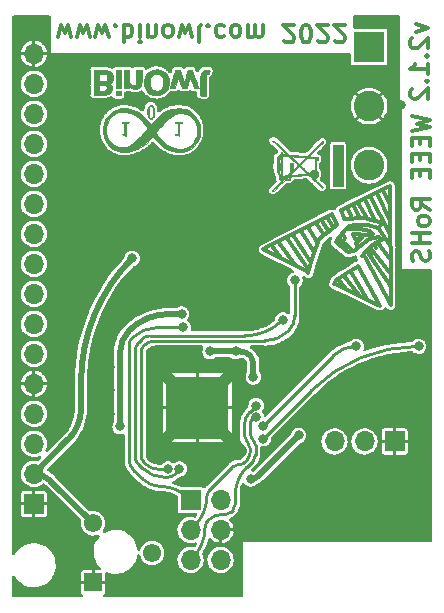
<source format=gbl>
G04 #@! TF.GenerationSoftware,KiCad,Pcbnew,6.0.7-f9a2dced07~116~ubuntu20.04.1*
G04 #@! TF.CreationDate,2023-01-10T10:48:59+01:00*
G04 #@! TF.ProjectId,Td5Gauge_SMD_ESP32,54643547-6175-4676-955f-534d445f4553,rev?*
G04 #@! TF.SameCoordinates,Original*
G04 #@! TF.FileFunction,Copper,L2,Bot*
G04 #@! TF.FilePolarity,Positive*
%FSLAX46Y46*%
G04 Gerber Fmt 4.6, Leading zero omitted, Abs format (unit mm)*
G04 Created by KiCad (PCBNEW 6.0.7-f9a2dced07~116~ubuntu20.04.1) date 2023-01-10 10:48:59*
%MOMM*%
%LPD*%
G01*
G04 APERTURE LIST*
G04 Aperture macros list*
%AMRoundRect*
0 Rectangle with rounded corners*
0 $1 Rounding radius*
0 $2 $3 $4 $5 $6 $7 $8 $9 X,Y pos of 4 corners*
0 Add a 4 corners polygon primitive as box body*
4,1,4,$2,$3,$4,$5,$6,$7,$8,$9,$2,$3,0*
0 Add four circle primitives for the rounded corners*
1,1,$1+$1,$2,$3*
1,1,$1+$1,$4,$5*
1,1,$1+$1,$6,$7*
1,1,$1+$1,$8,$9*
0 Add four rect primitives between the rounded corners*
20,1,$1+$1,$2,$3,$4,$5,0*
20,1,$1+$1,$4,$5,$6,$7,0*
20,1,$1+$1,$6,$7,$8,$9,0*
20,1,$1+$1,$8,$9,$2,$3,0*%
G04 Aperture macros list end*
%ADD10C,0.300000*%
G04 #@! TA.AperFunction,NonConductor*
%ADD11C,0.300000*%
G04 #@! TD*
G04 #@! TA.AperFunction,EtchedComponent*
%ADD12C,0.010000*%
G04 #@! TD*
G04 #@! TA.AperFunction,EtchedComponent*
%ADD13C,0.304800*%
G04 #@! TD*
G04 #@! TA.AperFunction,ComponentPad*
%ADD14R,1.550000X1.550000*%
G04 #@! TD*
G04 #@! TA.AperFunction,ComponentPad*
%ADD15C,1.550000*%
G04 #@! TD*
G04 #@! TA.AperFunction,ComponentPad*
%ADD16R,1.700000X1.700000*%
G04 #@! TD*
G04 #@! TA.AperFunction,ComponentPad*
%ADD17O,1.700000X1.700000*%
G04 #@! TD*
G04 #@! TA.AperFunction,ComponentPad*
%ADD18R,2.600000X2.600000*%
G04 #@! TD*
G04 #@! TA.AperFunction,ComponentPad*
%ADD19C,2.600000*%
G04 #@! TD*
G04 #@! TA.AperFunction,ComponentPad*
%ADD20C,0.500000*%
G04 #@! TD*
G04 #@! TA.AperFunction,SMDPad,CuDef*
%ADD21RoundRect,0.250001X-2.399999X2.399999X-2.399999X-2.399999X2.399999X-2.399999X2.399999X2.399999X0*%
G04 #@! TD*
G04 #@! TA.AperFunction,ComponentPad*
%ADD22R,0.900000X0.700000*%
G04 #@! TD*
G04 #@! TA.AperFunction,ViaPad*
%ADD23C,0.800000*%
G04 #@! TD*
G04 #@! TA.AperFunction,Conductor*
%ADD24C,1.016000*%
G04 #@! TD*
G04 #@! TA.AperFunction,Conductor*
%ADD25C,0.254000*%
G04 #@! TD*
G04 #@! TA.AperFunction,Conductor*
%ADD26C,0.508000*%
G04 #@! TD*
G04 APERTURE END LIST*
D10*
D11*
X98111571Y-59048628D02*
X99611571Y-59405771D01*
X98540142Y-59691485D01*
X99611571Y-59977200D01*
X98111571Y-60334342D01*
X98825857Y-60905771D02*
X98825857Y-61405771D01*
X99611571Y-61620057D02*
X99611571Y-60905771D01*
X98111571Y-60905771D01*
X98111571Y-61620057D01*
X98825857Y-62262914D02*
X98825857Y-62762914D01*
X99611571Y-62977200D02*
X99611571Y-62262914D01*
X98111571Y-62262914D01*
X98111571Y-62977200D01*
X98825857Y-63620057D02*
X98825857Y-64120057D01*
X99611571Y-64334342D02*
X99611571Y-63620057D01*
X98111571Y-63620057D01*
X98111571Y-64334342D01*
X99611571Y-66977200D02*
X98897285Y-66477200D01*
X99611571Y-66120057D02*
X98111571Y-66120057D01*
X98111571Y-66691485D01*
X98183000Y-66834342D01*
X98254428Y-66905771D01*
X98397285Y-66977200D01*
X98611571Y-66977200D01*
X98754428Y-66905771D01*
X98825857Y-66834342D01*
X98897285Y-66691485D01*
X98897285Y-66120057D01*
X99611571Y-67834342D02*
X99540142Y-67691485D01*
X99468714Y-67620057D01*
X99325857Y-67548628D01*
X98897285Y-67548628D01*
X98754428Y-67620057D01*
X98683000Y-67691485D01*
X98611571Y-67834342D01*
X98611571Y-68048628D01*
X98683000Y-68191485D01*
X98754428Y-68262914D01*
X98897285Y-68334342D01*
X99325857Y-68334342D01*
X99468714Y-68262914D01*
X99540142Y-68191485D01*
X99611571Y-68048628D01*
X99611571Y-67834342D01*
X99611571Y-68977200D02*
X98111571Y-68977200D01*
X98825857Y-68977200D02*
X98825857Y-69834342D01*
X99611571Y-69834342D02*
X98111571Y-69834342D01*
X99540142Y-70477200D02*
X99611571Y-70691485D01*
X99611571Y-71048628D01*
X99540142Y-71191485D01*
X99468714Y-71262914D01*
X99325857Y-71334342D01*
X99183000Y-71334342D01*
X99040142Y-71262914D01*
X98968714Y-71191485D01*
X98897285Y-71048628D01*
X98825857Y-70762914D01*
X98754428Y-70620057D01*
X98683000Y-70548628D01*
X98540142Y-70477200D01*
X98397285Y-70477200D01*
X98254428Y-70548628D01*
X98183000Y-70620057D01*
X98111571Y-70762914D01*
X98111571Y-71120057D01*
X98183000Y-71334342D01*
D10*
D11*
X98484571Y-51268714D02*
X99484571Y-51625857D01*
X98484571Y-51983000D01*
X98127428Y-52483000D02*
X98056000Y-52554428D01*
X97984571Y-52697285D01*
X97984571Y-53054428D01*
X98056000Y-53197285D01*
X98127428Y-53268714D01*
X98270285Y-53340142D01*
X98413142Y-53340142D01*
X98627428Y-53268714D01*
X99484571Y-52411571D01*
X99484571Y-53340142D01*
X99341714Y-53983000D02*
X99413142Y-54054428D01*
X99484571Y-53983000D01*
X99413142Y-53911571D01*
X99341714Y-53983000D01*
X99484571Y-53983000D01*
X99484571Y-55483000D02*
X99484571Y-54625857D01*
X99484571Y-55054428D02*
X97984571Y-55054428D01*
X98198857Y-54911571D01*
X98341714Y-54768714D01*
X98413142Y-54625857D01*
X99341714Y-56125857D02*
X99413142Y-56197285D01*
X99484571Y-56125857D01*
X99413142Y-56054428D01*
X99341714Y-56125857D01*
X99484571Y-56125857D01*
X98127428Y-56768714D02*
X98056000Y-56840142D01*
X97984571Y-56983000D01*
X97984571Y-57340142D01*
X98056000Y-57483000D01*
X98127428Y-57554428D01*
X98270285Y-57625857D01*
X98413142Y-57625857D01*
X98627428Y-57554428D01*
X99484571Y-56697285D01*
X99484571Y-57625857D01*
D10*
D11*
X68148928Y-52327928D02*
X68434642Y-51327928D01*
X68720357Y-52042214D01*
X69006071Y-51327928D01*
X69291785Y-52327928D01*
X69720357Y-52327928D02*
X70006071Y-51327928D01*
X70291785Y-52042214D01*
X70577500Y-51327928D01*
X70863214Y-52327928D01*
X71291785Y-52327928D02*
X71577500Y-51327928D01*
X71863214Y-52042214D01*
X72148928Y-51327928D01*
X72434642Y-52327928D01*
X73006071Y-51470785D02*
X73077500Y-51399357D01*
X73006071Y-51327928D01*
X72934642Y-51399357D01*
X73006071Y-51470785D01*
X73006071Y-51327928D01*
X73720357Y-51327928D02*
X73720357Y-52827928D01*
X73720357Y-52256500D02*
X73863214Y-52327928D01*
X74148928Y-52327928D01*
X74291785Y-52256500D01*
X74363214Y-52185071D01*
X74434642Y-52042214D01*
X74434642Y-51613642D01*
X74363214Y-51470785D01*
X74291785Y-51399357D01*
X74148928Y-51327928D01*
X73863214Y-51327928D01*
X73720357Y-51399357D01*
X75077500Y-51327928D02*
X75077500Y-52327928D01*
X75077500Y-52827928D02*
X75006071Y-52756500D01*
X75077500Y-52685071D01*
X75148928Y-52756500D01*
X75077500Y-52827928D01*
X75077500Y-52685071D01*
X75791785Y-52327928D02*
X75791785Y-51327928D01*
X75791785Y-52185071D02*
X75863214Y-52256500D01*
X76006071Y-52327928D01*
X76220357Y-52327928D01*
X76363214Y-52256500D01*
X76434642Y-52113642D01*
X76434642Y-51327928D01*
X77363214Y-51327928D02*
X77220357Y-51399357D01*
X77148928Y-51470785D01*
X77077500Y-51613642D01*
X77077500Y-52042214D01*
X77148928Y-52185071D01*
X77220357Y-52256500D01*
X77363214Y-52327928D01*
X77577500Y-52327928D01*
X77720357Y-52256500D01*
X77791785Y-52185071D01*
X77863214Y-52042214D01*
X77863214Y-51613642D01*
X77791785Y-51470785D01*
X77720357Y-51399357D01*
X77577500Y-51327928D01*
X77363214Y-51327928D01*
X78363214Y-52327928D02*
X78648928Y-51327928D01*
X78934642Y-52042214D01*
X79220357Y-51327928D01*
X79506071Y-52327928D01*
X80291785Y-51327928D02*
X80148928Y-51399357D01*
X80077500Y-51542214D01*
X80077500Y-52827928D01*
X80863214Y-51470785D02*
X80934642Y-51399357D01*
X80863214Y-51327928D01*
X80791785Y-51399357D01*
X80863214Y-51470785D01*
X80863214Y-51327928D01*
X82220357Y-51399357D02*
X82077500Y-51327928D01*
X81791785Y-51327928D01*
X81648928Y-51399357D01*
X81577500Y-51470785D01*
X81506071Y-51613642D01*
X81506071Y-52042214D01*
X81577500Y-52185071D01*
X81648928Y-52256500D01*
X81791785Y-52327928D01*
X82077500Y-52327928D01*
X82220357Y-52256500D01*
X83077500Y-51327928D02*
X82934642Y-51399357D01*
X82863214Y-51470785D01*
X82791785Y-51613642D01*
X82791785Y-52042214D01*
X82863214Y-52185071D01*
X82934642Y-52256500D01*
X83077500Y-52327928D01*
X83291785Y-52327928D01*
X83434642Y-52256500D01*
X83506071Y-52185071D01*
X83577500Y-52042214D01*
X83577500Y-51613642D01*
X83506071Y-51470785D01*
X83434642Y-51399357D01*
X83291785Y-51327928D01*
X83077500Y-51327928D01*
X84220357Y-51327928D02*
X84220357Y-52327928D01*
X84220357Y-52185071D02*
X84291785Y-52256500D01*
X84434642Y-52327928D01*
X84648928Y-52327928D01*
X84791785Y-52256500D01*
X84863214Y-52113642D01*
X84863214Y-51327928D01*
X84863214Y-52113642D02*
X84934642Y-52256500D01*
X85077500Y-52327928D01*
X85291785Y-52327928D01*
X85434642Y-52256500D01*
X85506071Y-52113642D01*
X85506071Y-51327928D01*
X87291785Y-52685071D02*
X87363214Y-52756500D01*
X87506071Y-52827928D01*
X87863214Y-52827928D01*
X88006071Y-52756500D01*
X88077500Y-52685071D01*
X88148928Y-52542214D01*
X88148928Y-52399357D01*
X88077500Y-52185071D01*
X87220357Y-51327928D01*
X88148928Y-51327928D01*
X89077500Y-52827928D02*
X89220357Y-52827928D01*
X89363214Y-52756500D01*
X89434642Y-52685071D01*
X89506071Y-52542214D01*
X89577500Y-52256500D01*
X89577500Y-51899357D01*
X89506071Y-51613642D01*
X89434642Y-51470785D01*
X89363214Y-51399357D01*
X89220357Y-51327928D01*
X89077500Y-51327928D01*
X88934642Y-51399357D01*
X88863214Y-51470785D01*
X88791785Y-51613642D01*
X88720357Y-51899357D01*
X88720357Y-52256500D01*
X88791785Y-52542214D01*
X88863214Y-52685071D01*
X88934642Y-52756500D01*
X89077500Y-52827928D01*
X90148928Y-52685071D02*
X90220357Y-52756500D01*
X90363214Y-52827928D01*
X90720357Y-52827928D01*
X90863214Y-52756500D01*
X90934642Y-52685071D01*
X91006071Y-52542214D01*
X91006071Y-52399357D01*
X90934642Y-52185071D01*
X90077500Y-51327928D01*
X91006071Y-51327928D01*
X91577500Y-52685071D02*
X91648928Y-52756500D01*
X91791785Y-52827928D01*
X92148928Y-52827928D01*
X92291785Y-52756500D01*
X92363214Y-52685071D01*
X92434642Y-52542214D01*
X92434642Y-52399357D01*
X92363214Y-52185071D01*
X91506071Y-51327928D01*
X92434642Y-51327928D01*
G36*
X75465346Y-55896895D02*
G01*
X75495777Y-55799097D01*
X75583924Y-55613797D01*
X75703411Y-55451760D01*
X75850070Y-55317193D01*
X76019731Y-55214303D01*
X76208225Y-55147298D01*
X76339612Y-55123651D01*
X76545850Y-55117839D01*
X76747313Y-55148384D01*
X76937348Y-55213432D01*
X77109303Y-55311128D01*
X77256526Y-55439616D01*
X77342251Y-55546244D01*
X77442031Y-55723862D01*
X77508579Y-55919316D01*
X77541082Y-56126295D01*
X77538724Y-56338487D01*
X77500690Y-56549583D01*
X77426166Y-56753271D01*
X77379359Y-56834330D01*
X77292626Y-56946177D01*
X77187564Y-57054265D01*
X77075928Y-57146790D01*
X76969470Y-57211947D01*
X76935653Y-57227328D01*
X76741073Y-57290897D01*
X76542093Y-57317180D01*
X76344224Y-57307850D01*
X76152979Y-57264579D01*
X75973867Y-57189041D01*
X75812400Y-57082906D01*
X75674088Y-56947849D01*
X75564444Y-56785541D01*
X75507705Y-56654681D01*
X75458449Y-56470008D01*
X75433968Y-56273158D01*
X75435278Y-56130798D01*
X75907204Y-56130798D01*
X75908483Y-56318985D01*
X75937052Y-56497514D01*
X75993480Y-56645451D01*
X76077151Y-56761962D01*
X76187452Y-56846215D01*
X76323769Y-56897378D01*
X76485486Y-56914617D01*
X76630843Y-56902403D01*
X76773496Y-56857834D01*
X76888612Y-56780717D01*
X76976108Y-56671165D01*
X77035898Y-56529289D01*
X77067895Y-56355200D01*
X77072014Y-56149011D01*
X77071147Y-56131626D01*
X77047453Y-55947712D01*
X76998195Y-55797258D01*
X76922609Y-55679034D01*
X76819929Y-55591809D01*
X76689389Y-55534356D01*
X76592677Y-55512065D01*
X76430412Y-55506165D01*
X76268999Y-55541727D01*
X76157096Y-55594389D01*
X76054226Y-55681850D01*
X75978953Y-55799321D01*
X75930278Y-55948429D01*
X75907204Y-56130798D01*
X75435278Y-56130798D01*
X75435766Y-56077623D01*
X75465346Y-55896895D01*
G37*
D12*
X75465346Y-55896895D02*
X75495777Y-55799097D01*
X75583924Y-55613797D01*
X75703411Y-55451760D01*
X75850070Y-55317193D01*
X76019731Y-55214303D01*
X76208225Y-55147298D01*
X76339612Y-55123651D01*
X76545850Y-55117839D01*
X76747313Y-55148384D01*
X76937348Y-55213432D01*
X77109303Y-55311128D01*
X77256526Y-55439616D01*
X77342251Y-55546244D01*
X77442031Y-55723862D01*
X77508579Y-55919316D01*
X77541082Y-56126295D01*
X77538724Y-56338487D01*
X77500690Y-56549583D01*
X77426166Y-56753271D01*
X77379359Y-56834330D01*
X77292626Y-56946177D01*
X77187564Y-57054265D01*
X77075928Y-57146790D01*
X76969470Y-57211947D01*
X76935653Y-57227328D01*
X76741073Y-57290897D01*
X76542093Y-57317180D01*
X76344224Y-57307850D01*
X76152979Y-57264579D01*
X75973867Y-57189041D01*
X75812400Y-57082906D01*
X75674088Y-56947849D01*
X75564444Y-56785541D01*
X75507705Y-56654681D01*
X75458449Y-56470008D01*
X75433968Y-56273158D01*
X75435278Y-56130798D01*
X75907204Y-56130798D01*
X75908483Y-56318985D01*
X75937052Y-56497514D01*
X75993480Y-56645451D01*
X76077151Y-56761962D01*
X76187452Y-56846215D01*
X76323769Y-56897378D01*
X76485486Y-56914617D01*
X76630843Y-56902403D01*
X76773496Y-56857834D01*
X76888612Y-56780717D01*
X76976108Y-56671165D01*
X77035898Y-56529289D01*
X77067895Y-56355200D01*
X77072014Y-56149011D01*
X77071147Y-56131626D01*
X77047453Y-55947712D01*
X76998195Y-55797258D01*
X76922609Y-55679034D01*
X76819929Y-55591809D01*
X76689389Y-55534356D01*
X76592677Y-55512065D01*
X76430412Y-55506165D01*
X76268999Y-55541727D01*
X76157096Y-55594389D01*
X76054226Y-55681850D01*
X75978953Y-55799321D01*
X75930278Y-55948429D01*
X75907204Y-56130798D01*
X75435278Y-56130798D01*
X75435766Y-56077623D01*
X75465346Y-55896895D01*
G36*
X73468966Y-56717773D02*
G01*
X73042076Y-56717773D01*
X73042076Y-55138277D01*
X73468966Y-55138277D01*
X73468966Y-56717773D01*
G37*
X73468966Y-56717773D02*
X73042076Y-56717773D01*
X73042076Y-55138277D01*
X73468966Y-55138277D01*
X73468966Y-56717773D01*
G36*
X74194681Y-56202229D02*
G01*
X74252495Y-56270937D01*
X74264803Y-56284829D01*
X74349773Y-56353743D01*
X74448236Y-56398579D01*
X74549911Y-56417221D01*
X74644515Y-56407556D01*
X74721768Y-56367467D01*
X74781655Y-56315984D01*
X74788246Y-55727131D01*
X74794837Y-55138277D01*
X75244605Y-55138277D01*
X75235623Y-55719916D01*
X75235081Y-55754302D01*
X75231844Y-55928596D01*
X75228143Y-56066493D01*
X75223619Y-56173351D01*
X75217911Y-56254531D01*
X75210659Y-56315394D01*
X75201503Y-56361298D01*
X75190083Y-56397605D01*
X75146989Y-56494846D01*
X75064629Y-56618138D01*
X74963476Y-56704210D01*
X74841402Y-56754672D01*
X74696277Y-56771134D01*
X74546423Y-56757999D01*
X74392827Y-56709180D01*
X74249097Y-56621420D01*
X74156814Y-56550979D01*
X74130142Y-56717773D01*
X73746445Y-56717773D01*
X73746445Y-55942255D01*
X73746816Y-55766192D01*
X73747887Y-55601716D01*
X73749570Y-55455641D01*
X73751777Y-55332825D01*
X73754423Y-55238126D01*
X73757418Y-55176401D01*
X73760675Y-55152507D01*
X73772390Y-55148655D01*
X73819910Y-55143311D01*
X73894029Y-55139641D01*
X73984793Y-55138277D01*
X74194681Y-55138277D01*
X74194681Y-56202229D01*
G37*
X74194681Y-56202229D02*
X74252495Y-56270937D01*
X74264803Y-56284829D01*
X74349773Y-56353743D01*
X74448236Y-56398579D01*
X74549911Y-56417221D01*
X74644515Y-56407556D01*
X74721768Y-56367467D01*
X74781655Y-56315984D01*
X74788246Y-55727131D01*
X74794837Y-55138277D01*
X75244605Y-55138277D01*
X75235623Y-55719916D01*
X75235081Y-55754302D01*
X75231844Y-55928596D01*
X75228143Y-56066493D01*
X75223619Y-56173351D01*
X75217911Y-56254531D01*
X75210659Y-56315394D01*
X75201503Y-56361298D01*
X75190083Y-56397605D01*
X75146989Y-56494846D01*
X75064629Y-56618138D01*
X74963476Y-56704210D01*
X74841402Y-56754672D01*
X74696277Y-56771134D01*
X74546423Y-56757999D01*
X74392827Y-56709180D01*
X74249097Y-56621420D01*
X74156814Y-56550979D01*
X74130142Y-56717773D01*
X73746445Y-56717773D01*
X73746445Y-55942255D01*
X73746816Y-55766192D01*
X73747887Y-55601716D01*
X73749570Y-55455641D01*
X73751777Y-55332825D01*
X73754423Y-55238126D01*
X73757418Y-55176401D01*
X73760675Y-55152507D01*
X73772390Y-55148655D01*
X73819910Y-55143311D01*
X73894029Y-55139641D01*
X73984793Y-55138277D01*
X74194681Y-55138277D01*
X74194681Y-56202229D01*
G36*
X73490311Y-57315420D02*
G01*
X73042076Y-57315420D01*
X73042076Y-56931218D01*
X73490311Y-56931218D01*
X73490311Y-57315420D01*
G37*
X73490311Y-57315420D02*
X73042076Y-57315420D01*
X73042076Y-56931218D01*
X73490311Y-56931218D01*
X73490311Y-57315420D01*
G36*
X71692034Y-55143208D02*
G01*
X71773863Y-55144717D01*
X71959352Y-55149958D01*
X72110049Y-55158050D01*
X72231644Y-55170179D01*
X72329829Y-55187529D01*
X72410294Y-55211288D01*
X72478730Y-55242640D01*
X72540827Y-55282772D01*
X72602276Y-55332869D01*
X72607487Y-55337481D01*
X72697596Y-55430266D01*
X72755119Y-55524406D01*
X72785729Y-55632698D01*
X72795098Y-55767941D01*
X72792850Y-55839716D01*
X72765036Y-55997928D01*
X72705072Y-56129194D01*
X72612398Y-56234955D01*
X72530288Y-56305237D01*
X72585486Y-56356757D01*
X72664361Y-56454722D01*
X72716312Y-56575932D01*
X72736051Y-56706569D01*
X72723388Y-56837494D01*
X72678135Y-56959573D01*
X72600102Y-57063668D01*
X72538480Y-57117414D01*
X72465329Y-57165064D01*
X72380856Y-57202397D01*
X72279861Y-57230505D01*
X72157144Y-57250483D01*
X72007504Y-57263424D01*
X71825741Y-57270422D01*
X71606655Y-57272570D01*
X71163756Y-57272731D01*
X71163756Y-56913266D01*
X71611991Y-56913266D01*
X71889046Y-56906234D01*
X72000412Y-56903030D01*
X72080733Y-56898933D01*
X72134773Y-56892452D01*
X72170843Y-56882010D01*
X72197254Y-56866027D01*
X72222316Y-56842925D01*
X72255989Y-56801567D01*
X72274486Y-56750204D01*
X72280222Y-56674611D01*
X72280380Y-56653244D01*
X72275880Y-56590458D01*
X72258795Y-56549004D01*
X72223241Y-56512106D01*
X72201621Y-56494846D01*
X72173737Y-56479504D01*
X72136892Y-56469782D01*
X72082655Y-56464411D01*
X72002595Y-56462120D01*
X71888280Y-56461638D01*
X71611991Y-56461638D01*
X71611991Y-56913266D01*
X71163756Y-56913266D01*
X71163756Y-56098781D01*
X71611991Y-56098781D01*
X71852118Y-56098662D01*
X71931822Y-56097475D01*
X72033674Y-56092764D01*
X72118469Y-56085307D01*
X72173396Y-56076008D01*
X72211887Y-56061789D01*
X72281922Y-56006183D01*
X72323643Y-55919053D01*
X72337311Y-55799958D01*
X72335237Y-55743294D01*
X72316986Y-55651125D01*
X72276426Y-55585737D01*
X72209342Y-55538520D01*
X72194254Y-55531565D01*
X72146894Y-55516798D01*
X72083563Y-55507468D01*
X71995380Y-55502587D01*
X71873462Y-55501167D01*
X71611991Y-55501134D01*
X71611991Y-56098781D01*
X71163756Y-56098781D01*
X71163756Y-55134454D01*
X71692034Y-55143208D01*
G37*
X71692034Y-55143208D02*
X71773863Y-55144717D01*
X71959352Y-55149958D01*
X72110049Y-55158050D01*
X72231644Y-55170179D01*
X72329829Y-55187529D01*
X72410294Y-55211288D01*
X72478730Y-55242640D01*
X72540827Y-55282772D01*
X72602276Y-55332869D01*
X72607487Y-55337481D01*
X72697596Y-55430266D01*
X72755119Y-55524406D01*
X72785729Y-55632698D01*
X72795098Y-55767941D01*
X72792850Y-55839716D01*
X72765036Y-55997928D01*
X72705072Y-56129194D01*
X72612398Y-56234955D01*
X72530288Y-56305237D01*
X72585486Y-56356757D01*
X72664361Y-56454722D01*
X72716312Y-56575932D01*
X72736051Y-56706569D01*
X72723388Y-56837494D01*
X72678135Y-56959573D01*
X72600102Y-57063668D01*
X72538480Y-57117414D01*
X72465329Y-57165064D01*
X72380856Y-57202397D01*
X72279861Y-57230505D01*
X72157144Y-57250483D01*
X72007504Y-57263424D01*
X71825741Y-57270422D01*
X71606655Y-57272570D01*
X71163756Y-57272731D01*
X71163756Y-56913266D01*
X71611991Y-56913266D01*
X71889046Y-56906234D01*
X72000412Y-56903030D01*
X72080733Y-56898933D01*
X72134773Y-56892452D01*
X72170843Y-56882010D01*
X72197254Y-56866027D01*
X72222316Y-56842925D01*
X72255989Y-56801567D01*
X72274486Y-56750204D01*
X72280222Y-56674611D01*
X72280380Y-56653244D01*
X72275880Y-56590458D01*
X72258795Y-56549004D01*
X72223241Y-56512106D01*
X72201621Y-56494846D01*
X72173737Y-56479504D01*
X72136892Y-56469782D01*
X72082655Y-56464411D01*
X72002595Y-56462120D01*
X71888280Y-56461638D01*
X71611991Y-56461638D01*
X71611991Y-56913266D01*
X71163756Y-56913266D01*
X71163756Y-56098781D01*
X71611991Y-56098781D01*
X71852118Y-56098662D01*
X71931822Y-56097475D01*
X72033674Y-56092764D01*
X72118469Y-56085307D01*
X72173396Y-56076008D01*
X72211887Y-56061789D01*
X72281922Y-56006183D01*
X72323643Y-55919053D01*
X72337311Y-55799958D01*
X72335237Y-55743294D01*
X72316986Y-55651125D01*
X72276426Y-55585737D01*
X72209342Y-55538520D01*
X72194254Y-55531565D01*
X72146894Y-55516798D01*
X72083563Y-55507468D01*
X71995380Y-55502587D01*
X71873462Y-55501167D01*
X71611991Y-55501134D01*
X71611991Y-56098781D01*
X71163756Y-56098781D01*
X71163756Y-55134454D01*
X71692034Y-55143208D01*
G36*
X73956720Y-59576221D02*
G01*
X74050682Y-59580462D01*
X74109990Y-59587178D01*
X74130647Y-59596084D01*
X74129846Y-59599173D01*
X74104471Y-59612159D01*
X74054538Y-59617428D01*
X74033835Y-59617360D01*
X73991374Y-59618190D01*
X73958650Y-59624201D01*
X73934396Y-59640081D01*
X73917346Y-59670518D01*
X73906234Y-59720200D01*
X73899796Y-59793817D01*
X73896764Y-59896056D01*
X73895873Y-60031606D01*
X73895857Y-60205154D01*
X73895499Y-60333056D01*
X73894267Y-60467583D01*
X73892282Y-60582073D01*
X73889679Y-60670862D01*
X73886588Y-60728288D01*
X73883144Y-60748689D01*
X73881008Y-60748324D01*
X73852511Y-60733645D01*
X73807882Y-60704151D01*
X73791500Y-60693898D01*
X73722291Y-60664232D01*
X73646279Y-60645444D01*
X73617076Y-60640090D01*
X73563034Y-60622322D01*
X73537269Y-60601412D01*
X73536278Y-60587299D01*
X73556634Y-60578806D01*
X73610199Y-60583310D01*
X73621572Y-60585010D01*
X73685008Y-60597240D01*
X73730437Y-60610130D01*
X73739103Y-60612573D01*
X73749090Y-60608933D01*
X73756454Y-60592373D01*
X73761591Y-60557932D01*
X73764897Y-60500648D01*
X73766768Y-60415559D01*
X73767600Y-60297706D01*
X73767790Y-60142125D01*
X73767790Y-59659061D01*
X73713039Y-59638245D01*
X73663407Y-59624925D01*
X73595644Y-59617428D01*
X73551515Y-59611197D01*
X73533000Y-59596084D01*
X73533000Y-59596064D01*
X73553738Y-59587163D01*
X73613119Y-59580451D01*
X73707146Y-59576215D01*
X73831823Y-59574739D01*
X73832100Y-59574739D01*
X73956720Y-59576221D01*
G37*
X73956720Y-59576221D02*
X74050682Y-59580462D01*
X74109990Y-59587178D01*
X74130647Y-59596084D01*
X74129846Y-59599173D01*
X74104471Y-59612159D01*
X74054538Y-59617428D01*
X74033835Y-59617360D01*
X73991374Y-59618190D01*
X73958650Y-59624201D01*
X73934396Y-59640081D01*
X73917346Y-59670518D01*
X73906234Y-59720200D01*
X73899796Y-59793817D01*
X73896764Y-59896056D01*
X73895873Y-60031606D01*
X73895857Y-60205154D01*
X73895499Y-60333056D01*
X73894267Y-60467583D01*
X73892282Y-60582073D01*
X73889679Y-60670862D01*
X73886588Y-60728288D01*
X73883144Y-60748689D01*
X73881008Y-60748324D01*
X73852511Y-60733645D01*
X73807882Y-60704151D01*
X73791500Y-60693898D01*
X73722291Y-60664232D01*
X73646279Y-60645444D01*
X73617076Y-60640090D01*
X73563034Y-60622322D01*
X73537269Y-60601412D01*
X73536278Y-60587299D01*
X73556634Y-60578806D01*
X73610199Y-60583310D01*
X73621572Y-60585010D01*
X73685008Y-60597240D01*
X73730437Y-60610130D01*
X73739103Y-60612573D01*
X73749090Y-60608933D01*
X73756454Y-60592373D01*
X73761591Y-60557932D01*
X73764897Y-60500648D01*
X73766768Y-60415559D01*
X73767600Y-60297706D01*
X73767790Y-60142125D01*
X73767790Y-59659061D01*
X73713039Y-59638245D01*
X73663407Y-59624925D01*
X73595644Y-59617428D01*
X73551515Y-59611197D01*
X73533000Y-59596084D01*
X73533000Y-59596064D01*
X73553738Y-59587163D01*
X73613119Y-59580451D01*
X73707146Y-59576215D01*
X73831823Y-59574739D01*
X73832100Y-59574739D01*
X73956720Y-59576221D01*
G36*
X75720024Y-58508439D02*
G01*
X75744579Y-58374843D01*
X75787188Y-58270918D01*
X75848765Y-58192680D01*
X75916750Y-58144810D01*
X76002948Y-58122906D01*
X76086829Y-58140432D01*
X76162845Y-58195981D01*
X76225445Y-58288149D01*
X76246977Y-58337395D01*
X76262224Y-58389661D01*
X76272275Y-58454119D01*
X76278704Y-58540935D01*
X76283085Y-58660273D01*
X76284496Y-58734093D01*
X76281192Y-58886109D01*
X76267105Y-59005517D01*
X76240654Y-59098838D01*
X76200261Y-59172596D01*
X76144347Y-59233312D01*
X76138179Y-59238693D01*
X76085495Y-59278387D01*
X76040000Y-59293473D01*
X75982544Y-59290748D01*
X75942662Y-59282843D01*
X75863373Y-59245316D01*
X75802508Y-59178733D01*
X75758534Y-59080139D01*
X75729916Y-58946576D01*
X75715123Y-58775089D01*
X75713387Y-58706522D01*
X75821109Y-58706522D01*
X75822552Y-58842782D01*
X75830499Y-58969005D01*
X75845191Y-59075801D01*
X75866869Y-59153776D01*
X75888189Y-59193393D01*
X75942496Y-59243213D01*
X76006063Y-59256130D01*
X76069948Y-59231610D01*
X76125206Y-59169123D01*
X76134809Y-59151796D01*
X76148076Y-59120357D01*
X76157422Y-59081452D01*
X76163519Y-59028035D01*
X76167041Y-58953065D01*
X76168660Y-58849496D01*
X76169050Y-58710285D01*
X76168942Y-58627215D01*
X76167937Y-58508855D01*
X76165322Y-58422177D01*
X76160423Y-58360135D01*
X76152571Y-58315684D01*
X76141092Y-58281780D01*
X76125317Y-58251378D01*
X76103088Y-58217486D01*
X76062391Y-58182990D01*
X76003872Y-58170124D01*
X75969820Y-58168785D01*
X75924603Y-58180372D01*
X75890880Y-58217421D01*
X75875565Y-58248966D01*
X75853399Y-58331449D01*
X75836774Y-58441464D01*
X75825930Y-58569619D01*
X75821109Y-58706522D01*
X75713387Y-58706522D01*
X75712607Y-58675694D01*
X75720024Y-58508439D01*
G37*
X75720024Y-58508439D02*
X75744579Y-58374843D01*
X75787188Y-58270918D01*
X75848765Y-58192680D01*
X75916750Y-58144810D01*
X76002948Y-58122906D01*
X76086829Y-58140432D01*
X76162845Y-58195981D01*
X76225445Y-58288149D01*
X76246977Y-58337395D01*
X76262224Y-58389661D01*
X76272275Y-58454119D01*
X76278704Y-58540935D01*
X76283085Y-58660273D01*
X76284496Y-58734093D01*
X76281192Y-58886109D01*
X76267105Y-59005517D01*
X76240654Y-59098838D01*
X76200261Y-59172596D01*
X76144347Y-59233312D01*
X76138179Y-59238693D01*
X76085495Y-59278387D01*
X76040000Y-59293473D01*
X75982544Y-59290748D01*
X75942662Y-59282843D01*
X75863373Y-59245316D01*
X75802508Y-59178733D01*
X75758534Y-59080139D01*
X75729916Y-58946576D01*
X75715123Y-58775089D01*
X75713387Y-58706522D01*
X75821109Y-58706522D01*
X75822552Y-58842782D01*
X75830499Y-58969005D01*
X75845191Y-59075801D01*
X75866869Y-59153776D01*
X75888189Y-59193393D01*
X75942496Y-59243213D01*
X76006063Y-59256130D01*
X76069948Y-59231610D01*
X76125206Y-59169123D01*
X76134809Y-59151796D01*
X76148076Y-59120357D01*
X76157422Y-59081452D01*
X76163519Y-59028035D01*
X76167041Y-58953065D01*
X76168660Y-58849496D01*
X76169050Y-58710285D01*
X76168942Y-58627215D01*
X76167937Y-58508855D01*
X76165322Y-58422177D01*
X76160423Y-58360135D01*
X76152571Y-58315684D01*
X76141092Y-58281780D01*
X76125317Y-58251378D01*
X76103088Y-58217486D01*
X76062391Y-58182990D01*
X76003872Y-58170124D01*
X75969820Y-58168785D01*
X75924603Y-58180372D01*
X75890880Y-58217421D01*
X75875565Y-58248966D01*
X75853399Y-58331449D01*
X75836774Y-58441464D01*
X75825930Y-58569619D01*
X75821109Y-58706522D01*
X75713387Y-58706522D01*
X75712607Y-58675694D01*
X75720024Y-58508439D01*
G36*
X79775960Y-55900576D02*
G01*
X79784659Y-55924737D01*
X79846090Y-56095397D01*
X79902907Y-56253319D01*
X79953467Y-56393930D01*
X79996128Y-56512662D01*
X80029247Y-56604942D01*
X80051183Y-56666201D01*
X80060293Y-56691867D01*
X80060972Y-56694931D01*
X80051670Y-56706370D01*
X80017288Y-56712835D01*
X79951997Y-56714918D01*
X79849965Y-56713212D01*
X79630340Y-56707101D01*
X79323532Y-55789285D01*
X79215505Y-56130798D01*
X79193252Y-56201218D01*
X79154247Y-56324973D01*
X79118481Y-56438830D01*
X79089175Y-56532523D01*
X79069551Y-56595788D01*
X79031624Y-56719265D01*
X78648004Y-56707101D01*
X78484939Y-56264492D01*
X78463256Y-56205804D01*
X78417115Y-56082052D01*
X78376552Y-55974792D01*
X78343831Y-55889925D01*
X78321217Y-55833355D01*
X78310973Y-55810984D01*
X78308239Y-55813847D01*
X78294981Y-55847495D01*
X78273081Y-55913981D01*
X78244309Y-56007618D01*
X78210436Y-56122718D01*
X78173231Y-56253593D01*
X78046388Y-56707101D01*
X77828097Y-56713183D01*
X77761549Y-56714126D01*
X77683195Y-56712382D01*
X77629641Y-56707560D01*
X77609807Y-56700191D01*
X77609888Y-56699592D01*
X77617382Y-56672871D01*
X77635845Y-56611531D01*
X77663567Y-56521037D01*
X77698836Y-56406857D01*
X77739943Y-56274458D01*
X77785175Y-56129305D01*
X77832823Y-55976865D01*
X77881175Y-55822605D01*
X77928521Y-55671992D01*
X77973149Y-55530492D01*
X78013349Y-55403572D01*
X78047411Y-55296699D01*
X78073623Y-55215338D01*
X78090274Y-55164958D01*
X78090602Y-55164112D01*
X78115463Y-55149467D01*
X78176554Y-55141002D01*
X78276939Y-55138277D01*
X78454487Y-55138277D01*
X78634473Y-55652178D01*
X78676831Y-55772347D01*
X78722685Y-55900574D01*
X78762637Y-56010289D01*
X78794671Y-56096035D01*
X78816775Y-56152355D01*
X78826935Y-56173790D01*
X78833798Y-56161783D01*
X78851321Y-56114119D01*
X78877366Y-56035259D01*
X78910216Y-55930575D01*
X78948154Y-55805439D01*
X78989464Y-55665225D01*
X79139516Y-55148949D01*
X79320220Y-55142844D01*
X79500925Y-55136740D01*
X79775960Y-55900576D01*
G37*
X79775960Y-55900576D02*
X79784659Y-55924737D01*
X79846090Y-56095397D01*
X79902907Y-56253319D01*
X79953467Y-56393930D01*
X79996128Y-56512662D01*
X80029247Y-56604942D01*
X80051183Y-56666201D01*
X80060293Y-56691867D01*
X80060972Y-56694931D01*
X80051670Y-56706370D01*
X80017288Y-56712835D01*
X79951997Y-56714918D01*
X79849965Y-56713212D01*
X79630340Y-56707101D01*
X79323532Y-55789285D01*
X79215505Y-56130798D01*
X79193252Y-56201218D01*
X79154247Y-56324973D01*
X79118481Y-56438830D01*
X79089175Y-56532523D01*
X79069551Y-56595788D01*
X79031624Y-56719265D01*
X78648004Y-56707101D01*
X78484939Y-56264492D01*
X78463256Y-56205804D01*
X78417115Y-56082052D01*
X78376552Y-55974792D01*
X78343831Y-55889925D01*
X78321217Y-55833355D01*
X78310973Y-55810984D01*
X78308239Y-55813847D01*
X78294981Y-55847495D01*
X78273081Y-55913981D01*
X78244309Y-56007618D01*
X78210436Y-56122718D01*
X78173231Y-56253593D01*
X78046388Y-56707101D01*
X77828097Y-56713183D01*
X77761549Y-56714126D01*
X77683195Y-56712382D01*
X77629641Y-56707560D01*
X77609807Y-56700191D01*
X77609888Y-56699592D01*
X77617382Y-56672871D01*
X77635845Y-56611531D01*
X77663567Y-56521037D01*
X77698836Y-56406857D01*
X77739943Y-56274458D01*
X77785175Y-56129305D01*
X77832823Y-55976865D01*
X77881175Y-55822605D01*
X77928521Y-55671992D01*
X77973149Y-55530492D01*
X78013349Y-55403572D01*
X78047411Y-55296699D01*
X78073623Y-55215338D01*
X78090274Y-55164958D01*
X78090602Y-55164112D01*
X78115463Y-55149467D01*
X78176554Y-55141002D01*
X78276939Y-55138277D01*
X78454487Y-55138277D01*
X78634473Y-55652178D01*
X78676831Y-55772347D01*
X78722685Y-55900574D01*
X78762637Y-56010289D01*
X78794671Y-56096035D01*
X78816775Y-56152355D01*
X78826935Y-56173790D01*
X78833798Y-56161783D01*
X78851321Y-56114119D01*
X78877366Y-56035259D01*
X78910216Y-55930575D01*
X78948154Y-55805439D01*
X78989464Y-55665225D01*
X79139516Y-55148949D01*
X79320220Y-55142844D01*
X79500925Y-55136740D01*
X79775960Y-55900576D01*
G36*
X80800218Y-55128028D02*
G01*
X80875682Y-55135465D01*
X80935991Y-55145684D01*
X80967381Y-55157566D01*
X80975121Y-55180629D01*
X80977780Y-55238366D01*
X80972529Y-55318116D01*
X80970397Y-55338417D01*
X80962515Y-55401987D01*
X80949172Y-55440579D01*
X80921272Y-55462553D01*
X80869720Y-55476269D01*
X80785420Y-55490084D01*
X80755297Y-55494999D01*
X80726219Y-55502088D01*
X80702529Y-55514311D01*
X80683675Y-55535424D01*
X80669104Y-55569184D01*
X80658267Y-55619344D01*
X80650610Y-55689660D01*
X80645582Y-55783889D01*
X80642632Y-55905784D01*
X80641208Y-56059103D01*
X80640758Y-56247599D01*
X80640731Y-56475029D01*
X80640731Y-57354047D01*
X80560689Y-57345896D01*
X80508032Y-57340733D01*
X80423798Y-57332808D01*
X80334926Y-57324707D01*
X80189206Y-57311670D01*
X80196953Y-56433083D01*
X80198487Y-56263191D01*
X80200404Y-56075726D01*
X80202450Y-55923189D01*
X80204871Y-55801188D01*
X80207913Y-55705328D01*
X80211823Y-55631214D01*
X80216847Y-55574453D01*
X80223232Y-55530651D01*
X80231223Y-55495413D01*
X80241067Y-55464344D01*
X80253011Y-55433052D01*
X80260692Y-55414398D01*
X80318083Y-55310006D01*
X80393406Y-55232149D01*
X80494714Y-55174360D01*
X80630059Y-55130170D01*
X80658888Y-55125969D01*
X80723365Y-55124490D01*
X80800218Y-55128028D01*
G37*
X80800218Y-55128028D02*
X80875682Y-55135465D01*
X80935991Y-55145684D01*
X80967381Y-55157566D01*
X80975121Y-55180629D01*
X80977780Y-55238366D01*
X80972529Y-55318116D01*
X80970397Y-55338417D01*
X80962515Y-55401987D01*
X80949172Y-55440579D01*
X80921272Y-55462553D01*
X80869720Y-55476269D01*
X80785420Y-55490084D01*
X80755297Y-55494999D01*
X80726219Y-55502088D01*
X80702529Y-55514311D01*
X80683675Y-55535424D01*
X80669104Y-55569184D01*
X80658267Y-55619344D01*
X80650610Y-55689660D01*
X80645582Y-55783889D01*
X80642632Y-55905784D01*
X80641208Y-56059103D01*
X80640758Y-56247599D01*
X80640731Y-56475029D01*
X80640731Y-57354047D01*
X80560689Y-57345896D01*
X80508032Y-57340733D01*
X80423798Y-57332808D01*
X80334926Y-57324707D01*
X80189206Y-57311670D01*
X80196953Y-56433083D01*
X80198487Y-56263191D01*
X80200404Y-56075726D01*
X80202450Y-55923189D01*
X80204871Y-55801188D01*
X80207913Y-55705328D01*
X80211823Y-55631214D01*
X80216847Y-55574453D01*
X80223232Y-55530651D01*
X80231223Y-55495413D01*
X80241067Y-55464344D01*
X80253011Y-55433052D01*
X80260692Y-55414398D01*
X80318083Y-55310006D01*
X80393406Y-55232149D01*
X80494714Y-55174360D01*
X80630059Y-55130170D01*
X80658888Y-55125969D01*
X80723365Y-55124490D01*
X80800218Y-55128028D01*
G36*
X71984604Y-60052841D02*
G01*
X71992788Y-59942111D01*
X72005027Y-59851727D01*
X72023145Y-59769055D01*
X72048965Y-59681462D01*
X72053963Y-59666070D01*
X72139398Y-59446792D01*
X72247576Y-59247191D01*
X72387382Y-59050704D01*
X72470855Y-58951460D01*
X72662780Y-58765701D01*
X72872142Y-58618173D01*
X73101039Y-58507529D01*
X73351571Y-58432424D01*
X73436140Y-58418651D01*
X73570069Y-58407567D01*
X73721736Y-58403489D01*
X73877546Y-58406406D01*
X74023904Y-58416304D01*
X74147217Y-58433170D01*
X74193888Y-58442515D01*
X74497930Y-58528345D01*
X74791157Y-58655171D01*
X75072941Y-58822575D01*
X75342652Y-59030139D01*
X75599664Y-59277442D01*
X75843347Y-59564067D01*
X75897760Y-59633495D01*
X75950028Y-59698181D01*
X75987958Y-59742828D01*
X76005789Y-59760473D01*
X76019797Y-59750737D01*
X76055985Y-59713901D01*
X76107743Y-59655834D01*
X76169050Y-59583075D01*
X76331983Y-59396280D01*
X76596045Y-59137118D01*
X76872774Y-58915565D01*
X77160618Y-58732445D01*
X77458027Y-58588583D01*
X77763451Y-58484803D01*
X78075339Y-58421930D01*
X78392140Y-58400790D01*
X78494970Y-58402756D01*
X78756180Y-58428719D01*
X78992689Y-58486285D01*
X79209296Y-58577304D01*
X79410798Y-58703624D01*
X79601992Y-58867095D01*
X79776550Y-59057130D01*
X79937141Y-59285692D01*
X80057887Y-59528813D01*
X80139323Y-59787855D01*
X80181984Y-60064183D01*
X80186402Y-60359158D01*
X80184106Y-60402254D01*
X80166893Y-60585855D01*
X80136563Y-60746455D01*
X80089478Y-60899571D01*
X80022004Y-61060721D01*
X79982603Y-61141544D01*
X79837047Y-61383853D01*
X79666039Y-61593979D01*
X79471326Y-61770501D01*
X79254653Y-61912003D01*
X79017767Y-62017064D01*
X78762412Y-62084266D01*
X78693949Y-62095275D01*
X78418193Y-62113556D01*
X78135142Y-62093070D01*
X77849972Y-62035117D01*
X77567859Y-61941000D01*
X77293978Y-61812020D01*
X77033504Y-61649479D01*
X77000725Y-61625327D01*
X76891366Y-61535831D01*
X76767770Y-61424310D01*
X76638775Y-61299496D01*
X76513221Y-61170118D01*
X76399946Y-61044910D01*
X76307790Y-60932602D01*
X76261805Y-60873151D01*
X76211187Y-60809693D01*
X76174632Y-60766237D01*
X76157930Y-60749846D01*
X76156656Y-60750322D01*
X76135174Y-60770776D01*
X76092997Y-60816973D01*
X76035557Y-60882831D01*
X75968285Y-60962266D01*
X75832086Y-61119002D01*
X75643760Y-61312607D01*
X75453435Y-61478912D01*
X75252012Y-61625664D01*
X75030391Y-61760607D01*
X74871951Y-61843397D01*
X74587968Y-61962949D01*
X74303072Y-62047596D01*
X74020773Y-62097250D01*
X73744585Y-62111822D01*
X73478021Y-62091224D01*
X73224591Y-62035368D01*
X72987810Y-61944164D01*
X72771188Y-61817524D01*
X72659970Y-61731882D01*
X72478242Y-61557805D01*
X72316652Y-61359307D01*
X72182640Y-61146016D01*
X72083644Y-60927562D01*
X72041174Y-60799498D01*
X72006098Y-60657315D01*
X71985349Y-60511800D01*
X71977202Y-60350163D01*
X71978524Y-60257764D01*
X72221184Y-60257764D01*
X72221630Y-60345377D01*
X72224099Y-60443753D01*
X72230204Y-60519526D01*
X72241593Y-60584560D01*
X72259918Y-60650716D01*
X72286828Y-60729858D01*
X72296499Y-60756381D01*
X72400070Y-60977667D01*
X72534309Y-61175214D01*
X72695433Y-61345563D01*
X72879660Y-61485252D01*
X73083208Y-61590824D01*
X73302295Y-61658816D01*
X73379953Y-61672476D01*
X73518292Y-61683599D01*
X73682412Y-61681285D01*
X73825678Y-61668863D01*
X73983637Y-61639007D01*
X74134373Y-61590004D01*
X74282875Y-61519021D01*
X74434130Y-61423224D01*
X74593127Y-61299778D01*
X74764852Y-61145849D01*
X74954293Y-60958604D01*
X74956934Y-60955897D01*
X75053464Y-60854979D01*
X75156006Y-60744442D01*
X75260665Y-60628828D01*
X75363545Y-60512684D01*
X75430272Y-60435713D01*
X76436031Y-60435713D01*
X76437641Y-60442716D01*
X76459103Y-60482549D01*
X76501616Y-60545954D01*
X76560159Y-60626330D01*
X76629714Y-60717079D01*
X76705260Y-60811602D01*
X76781778Y-60903297D01*
X76854248Y-60985567D01*
X77085530Y-61218549D01*
X77320994Y-61413275D01*
X77561199Y-61568720D01*
X77809190Y-61686585D01*
X78068012Y-61768572D01*
X78340712Y-61816385D01*
X78432047Y-61824127D01*
X78680737Y-61818906D01*
X78913933Y-61774411D01*
X79129868Y-61691642D01*
X79326776Y-61571601D01*
X79502892Y-61415286D01*
X79656450Y-61223699D01*
X79785683Y-60997840D01*
X79840402Y-60875330D01*
X79895841Y-60714906D01*
X79930739Y-60550917D01*
X79949993Y-60364487D01*
X79950167Y-60175622D01*
X79916981Y-59941653D01*
X79849035Y-59719360D01*
X79749239Y-59512817D01*
X79620505Y-59326099D01*
X79465741Y-59163278D01*
X79287859Y-59028428D01*
X79089768Y-58925622D01*
X78874379Y-58858934D01*
X78863573Y-58856708D01*
X78700323Y-58835197D01*
X78522211Y-58830423D01*
X78347403Y-58842094D01*
X78194064Y-58869916D01*
X78082738Y-58903691D01*
X77953192Y-58956853D01*
X77825128Y-59026704D01*
X77693322Y-59116880D01*
X77552552Y-59231017D01*
X77397596Y-59372749D01*
X77223231Y-59545712D01*
X77134078Y-59638059D01*
X77030300Y-59748127D01*
X76923716Y-59863418D01*
X76818338Y-59979395D01*
X76718177Y-60091524D01*
X76627245Y-60195270D01*
X76549553Y-60286097D01*
X76489112Y-60359470D01*
X76449934Y-60410854D01*
X76436031Y-60435713D01*
X75430272Y-60435713D01*
X75460751Y-60400554D01*
X75548387Y-60296982D01*
X75622558Y-60206512D01*
X75679366Y-60133690D01*
X75714917Y-60083061D01*
X75725315Y-60059167D01*
X75724847Y-60058009D01*
X75702478Y-60020186D01*
X75658464Y-59957537D01*
X75598497Y-59877391D01*
X75528271Y-59787073D01*
X75453477Y-59693913D01*
X75379808Y-59605237D01*
X75312957Y-59528373D01*
X75261552Y-59472395D01*
X75018417Y-59239389D01*
X74764161Y-59046049D01*
X74499803Y-58892985D01*
X74226360Y-58780806D01*
X73944852Y-58710121D01*
X73693401Y-58682872D01*
X73457438Y-58692791D01*
X73234902Y-58740708D01*
X73021847Y-58827122D01*
X72957341Y-58862614D01*
X72785364Y-58986599D01*
X72626339Y-59143942D01*
X72486413Y-59327980D01*
X72371729Y-59532050D01*
X72359862Y-59557454D01*
X72302328Y-59693114D01*
X72262457Y-59817650D01*
X72237486Y-59944388D01*
X72224649Y-60086651D01*
X72221184Y-60257764D01*
X71978524Y-60257764D01*
X71979928Y-60159617D01*
X71984604Y-60052841D01*
G37*
X71984604Y-60052841D02*
X71992788Y-59942111D01*
X72005027Y-59851727D01*
X72023145Y-59769055D01*
X72048965Y-59681462D01*
X72053963Y-59666070D01*
X72139398Y-59446792D01*
X72247576Y-59247191D01*
X72387382Y-59050704D01*
X72470855Y-58951460D01*
X72662780Y-58765701D01*
X72872142Y-58618173D01*
X73101039Y-58507529D01*
X73351571Y-58432424D01*
X73436140Y-58418651D01*
X73570069Y-58407567D01*
X73721736Y-58403489D01*
X73877546Y-58406406D01*
X74023904Y-58416304D01*
X74147217Y-58433170D01*
X74193888Y-58442515D01*
X74497930Y-58528345D01*
X74791157Y-58655171D01*
X75072941Y-58822575D01*
X75342652Y-59030139D01*
X75599664Y-59277442D01*
X75843347Y-59564067D01*
X75897760Y-59633495D01*
X75950028Y-59698181D01*
X75987958Y-59742828D01*
X76005789Y-59760473D01*
X76019797Y-59750737D01*
X76055985Y-59713901D01*
X76107743Y-59655834D01*
X76169050Y-59583075D01*
X76331983Y-59396280D01*
X76596045Y-59137118D01*
X76872774Y-58915565D01*
X77160618Y-58732445D01*
X77458027Y-58588583D01*
X77763451Y-58484803D01*
X78075339Y-58421930D01*
X78392140Y-58400790D01*
X78494970Y-58402756D01*
X78756180Y-58428719D01*
X78992689Y-58486285D01*
X79209296Y-58577304D01*
X79410798Y-58703624D01*
X79601992Y-58867095D01*
X79776550Y-59057130D01*
X79937141Y-59285692D01*
X80057887Y-59528813D01*
X80139323Y-59787855D01*
X80181984Y-60064183D01*
X80186402Y-60359158D01*
X80184106Y-60402254D01*
X80166893Y-60585855D01*
X80136563Y-60746455D01*
X80089478Y-60899571D01*
X80022004Y-61060721D01*
X79982603Y-61141544D01*
X79837047Y-61383853D01*
X79666039Y-61593979D01*
X79471326Y-61770501D01*
X79254653Y-61912003D01*
X79017767Y-62017064D01*
X78762412Y-62084266D01*
X78693949Y-62095275D01*
X78418193Y-62113556D01*
X78135142Y-62093070D01*
X77849972Y-62035117D01*
X77567859Y-61941000D01*
X77293978Y-61812020D01*
X77033504Y-61649479D01*
X77000725Y-61625327D01*
X76891366Y-61535831D01*
X76767770Y-61424310D01*
X76638775Y-61299496D01*
X76513221Y-61170118D01*
X76399946Y-61044910D01*
X76307790Y-60932602D01*
X76261805Y-60873151D01*
X76211187Y-60809693D01*
X76174632Y-60766237D01*
X76157930Y-60749846D01*
X76156656Y-60750322D01*
X76135174Y-60770776D01*
X76092997Y-60816973D01*
X76035557Y-60882831D01*
X75968285Y-60962266D01*
X75832086Y-61119002D01*
X75643760Y-61312607D01*
X75453435Y-61478912D01*
X75252012Y-61625664D01*
X75030391Y-61760607D01*
X74871951Y-61843397D01*
X74587968Y-61962949D01*
X74303072Y-62047596D01*
X74020773Y-62097250D01*
X73744585Y-62111822D01*
X73478021Y-62091224D01*
X73224591Y-62035368D01*
X72987810Y-61944164D01*
X72771188Y-61817524D01*
X72659970Y-61731882D01*
X72478242Y-61557805D01*
X72316652Y-61359307D01*
X72182640Y-61146016D01*
X72083644Y-60927562D01*
X72041174Y-60799498D01*
X72006098Y-60657315D01*
X71985349Y-60511800D01*
X71977202Y-60350163D01*
X71978524Y-60257764D01*
X72221184Y-60257764D01*
X72221630Y-60345377D01*
X72224099Y-60443753D01*
X72230204Y-60519526D01*
X72241593Y-60584560D01*
X72259918Y-60650716D01*
X72286828Y-60729858D01*
X72296499Y-60756381D01*
X72400070Y-60977667D01*
X72534309Y-61175214D01*
X72695433Y-61345563D01*
X72879660Y-61485252D01*
X73083208Y-61590824D01*
X73302295Y-61658816D01*
X73379953Y-61672476D01*
X73518292Y-61683599D01*
X73682412Y-61681285D01*
X73825678Y-61668863D01*
X73983637Y-61639007D01*
X74134373Y-61590004D01*
X74282875Y-61519021D01*
X74434130Y-61423224D01*
X74593127Y-61299778D01*
X74764852Y-61145849D01*
X74954293Y-60958604D01*
X74956934Y-60955897D01*
X75053464Y-60854979D01*
X75156006Y-60744442D01*
X75260665Y-60628828D01*
X75363545Y-60512684D01*
X75430272Y-60435713D01*
X76436031Y-60435713D01*
X76437641Y-60442716D01*
X76459103Y-60482549D01*
X76501616Y-60545954D01*
X76560159Y-60626330D01*
X76629714Y-60717079D01*
X76705260Y-60811602D01*
X76781778Y-60903297D01*
X76854248Y-60985567D01*
X77085530Y-61218549D01*
X77320994Y-61413275D01*
X77561199Y-61568720D01*
X77809190Y-61686585D01*
X78068012Y-61768572D01*
X78340712Y-61816385D01*
X78432047Y-61824127D01*
X78680737Y-61818906D01*
X78913933Y-61774411D01*
X79129868Y-61691642D01*
X79326776Y-61571601D01*
X79502892Y-61415286D01*
X79656450Y-61223699D01*
X79785683Y-60997840D01*
X79840402Y-60875330D01*
X79895841Y-60714906D01*
X79930739Y-60550917D01*
X79949993Y-60364487D01*
X79950167Y-60175622D01*
X79916981Y-59941653D01*
X79849035Y-59719360D01*
X79749239Y-59512817D01*
X79620505Y-59326099D01*
X79465741Y-59163278D01*
X79287859Y-59028428D01*
X79089768Y-58925622D01*
X78874379Y-58858934D01*
X78863573Y-58856708D01*
X78700323Y-58835197D01*
X78522211Y-58830423D01*
X78347403Y-58842094D01*
X78194064Y-58869916D01*
X78082738Y-58903691D01*
X77953192Y-58956853D01*
X77825128Y-59026704D01*
X77693322Y-59116880D01*
X77552552Y-59231017D01*
X77397596Y-59372749D01*
X77223231Y-59545712D01*
X77134078Y-59638059D01*
X77030300Y-59748127D01*
X76923716Y-59863418D01*
X76818338Y-59979395D01*
X76718177Y-60091524D01*
X76627245Y-60195270D01*
X76549553Y-60286097D01*
X76489112Y-60359470D01*
X76449934Y-60410854D01*
X76436031Y-60435713D01*
X75430272Y-60435713D01*
X75460751Y-60400554D01*
X75548387Y-60296982D01*
X75622558Y-60206512D01*
X75679366Y-60133690D01*
X75714917Y-60083061D01*
X75725315Y-60059167D01*
X75724847Y-60058009D01*
X75702478Y-60020186D01*
X75658464Y-59957537D01*
X75598497Y-59877391D01*
X75528271Y-59787073D01*
X75453477Y-59693913D01*
X75379808Y-59605237D01*
X75312957Y-59528373D01*
X75261552Y-59472395D01*
X75018417Y-59239389D01*
X74764161Y-59046049D01*
X74499803Y-58892985D01*
X74226360Y-58780806D01*
X73944852Y-58710121D01*
X73693401Y-58682872D01*
X73457438Y-58692791D01*
X73234902Y-58740708D01*
X73021847Y-58827122D01*
X72957341Y-58862614D01*
X72785364Y-58986599D01*
X72626339Y-59143942D01*
X72486413Y-59327980D01*
X72371729Y-59532050D01*
X72359862Y-59557454D01*
X72302328Y-59693114D01*
X72262457Y-59817650D01*
X72237486Y-59944388D01*
X72224649Y-60086651D01*
X72221184Y-60257764D01*
X71978524Y-60257764D01*
X71979928Y-60159617D01*
X71984604Y-60052841D01*
G36*
X78461300Y-59576089D02*
G01*
X78554642Y-59580300D01*
X78613720Y-59587069D01*
X78634344Y-59596084D01*
X78633544Y-59599173D01*
X78608168Y-59612159D01*
X78558235Y-59617428D01*
X78537532Y-59617360D01*
X78495072Y-59618190D01*
X78462348Y-59624201D01*
X78438093Y-59640081D01*
X78421043Y-59670518D01*
X78409932Y-59720200D01*
X78403493Y-59793817D01*
X78400461Y-59896056D01*
X78399570Y-60031606D01*
X78399555Y-60205154D01*
X78399230Y-60333055D01*
X78398111Y-60467583D01*
X78396311Y-60582072D01*
X78393948Y-60670862D01*
X78391144Y-60728288D01*
X78388018Y-60748689D01*
X78386557Y-60748467D01*
X78360003Y-60734280D01*
X78317076Y-60704769D01*
X78298087Y-60692851D01*
X78230100Y-60664368D01*
X78154296Y-60646062D01*
X78119403Y-60639617D01*
X78066670Y-60622917D01*
X78042030Y-60604603D01*
X78042511Y-60592405D01*
X78069960Y-60579539D01*
X78125826Y-60581221D01*
X78202258Y-60597787D01*
X78271487Y-60617642D01*
X78271487Y-59659061D01*
X78216736Y-59638245D01*
X78171410Y-59625314D01*
X78110014Y-59617428D01*
X78076265Y-59612283D01*
X78058042Y-59596084D01*
X78076265Y-59587557D01*
X78133119Y-59580643D01*
X78224492Y-59576267D01*
X78346193Y-59574739D01*
X78461300Y-59576089D01*
G37*
X78461300Y-59576089D02*
X78554642Y-59580300D01*
X78613720Y-59587069D01*
X78634344Y-59596084D01*
X78633544Y-59599173D01*
X78608168Y-59612159D01*
X78558235Y-59617428D01*
X78537532Y-59617360D01*
X78495072Y-59618190D01*
X78462348Y-59624201D01*
X78438093Y-59640081D01*
X78421043Y-59670518D01*
X78409932Y-59720200D01*
X78403493Y-59793817D01*
X78400461Y-59896056D01*
X78399570Y-60031606D01*
X78399555Y-60205154D01*
X78399230Y-60333055D01*
X78398111Y-60467583D01*
X78396311Y-60582072D01*
X78393948Y-60670862D01*
X78391144Y-60728288D01*
X78388018Y-60748689D01*
X78386557Y-60748467D01*
X78360003Y-60734280D01*
X78317076Y-60704769D01*
X78298087Y-60692851D01*
X78230100Y-60664368D01*
X78154296Y-60646062D01*
X78119403Y-60639617D01*
X78066670Y-60622917D01*
X78042030Y-60604603D01*
X78042511Y-60592405D01*
X78069960Y-60579539D01*
X78125826Y-60581221D01*
X78202258Y-60597787D01*
X78271487Y-60617642D01*
X78271487Y-59659061D01*
X78216736Y-59638245D01*
X78171410Y-59625314D01*
X78110014Y-59617428D01*
X78076265Y-59612283D01*
X78058042Y-59596084D01*
X78076265Y-59587557D01*
X78133119Y-59580643D01*
X78224492Y-59576267D01*
X78346193Y-59574739D01*
X78461300Y-59576089D01*
G36*
X87333732Y-62301318D02*
G01*
X87358037Y-62303318D01*
X87418880Y-62307977D01*
X87468389Y-62311269D01*
X87501992Y-62312908D01*
X87515116Y-62312610D01*
X87511343Y-62308276D01*
X87491676Y-62288504D01*
X87456818Y-62254321D01*
X87408576Y-62207459D01*
X87348757Y-62149646D01*
X87279167Y-62082613D01*
X87201615Y-62008088D01*
X87117907Y-61927803D01*
X87029849Y-61843487D01*
X86939250Y-61756870D01*
X86847915Y-61669681D01*
X86757653Y-61583651D01*
X86670269Y-61500508D01*
X86587572Y-61421984D01*
X86511368Y-61349808D01*
X86443463Y-61285709D01*
X86385666Y-61231417D01*
X86282040Y-61134408D01*
X86370315Y-61133966D01*
X86458589Y-61133525D01*
X87090158Y-61734062D01*
X87721726Y-62334599D01*
X87865674Y-62346604D01*
X88441635Y-62394635D01*
X88543791Y-62403124D01*
X88671612Y-62413657D01*
X88790767Y-62423379D01*
X88898914Y-62432102D01*
X88993713Y-62439642D01*
X89072819Y-62445813D01*
X89133892Y-62450427D01*
X89174590Y-62453300D01*
X89192570Y-62454246D01*
X89200808Y-62451749D01*
X89218599Y-62440529D01*
X89245411Y-62419249D01*
X89257129Y-62408979D01*
X89282466Y-62386775D01*
X89330986Y-62341977D01*
X89392192Y-62283719D01*
X89467307Y-62210871D01*
X89557550Y-62122297D01*
X89664145Y-62016866D01*
X89734093Y-61947508D01*
X89831658Y-61850821D01*
X89928941Y-61754474D01*
X90023014Y-61661362D01*
X90110950Y-61574382D01*
X90189820Y-61496431D01*
X90256699Y-61430404D01*
X90308658Y-61379198D01*
X90512620Y-61178486D01*
X90550671Y-61214942D01*
X90559245Y-61223540D01*
X90580297Y-61248905D01*
X90588723Y-61266305D01*
X90581530Y-61279929D01*
X90559944Y-61305257D01*
X90528995Y-61335621D01*
X90509448Y-61354104D01*
X90473752Y-61388573D01*
X90423684Y-61437288D01*
X90361001Y-61498531D01*
X90287457Y-61570580D01*
X90204810Y-61651715D01*
X90114815Y-61740216D01*
X90019228Y-61834363D01*
X89919805Y-61932435D01*
X89370343Y-62474839D01*
X89655746Y-62496934D01*
X89716662Y-62501750D01*
X89798548Y-62508784D01*
X89860569Y-62515128D01*
X89905987Y-62521252D01*
X89938062Y-62527627D01*
X89960052Y-62534723D01*
X89975219Y-62543009D01*
X89996416Y-62554607D01*
X90035386Y-62564150D01*
X90091531Y-62566990D01*
X90173773Y-62566990D01*
X90173773Y-62793326D01*
X89997733Y-62793326D01*
X89997733Y-63638918D01*
X90053262Y-63687797D01*
X90067722Y-63701164D01*
X90125813Y-63773612D01*
X90161576Y-63855468D01*
X90173773Y-63944100D01*
X90167306Y-64022308D01*
X90140047Y-64110767D01*
X90091328Y-64186493D01*
X90077403Y-64201252D01*
X90032328Y-64238136D01*
X89979819Y-64270497D01*
X89928061Y-64293703D01*
X89885239Y-64303121D01*
X89879023Y-64303303D01*
X89856246Y-64304658D01*
X89840513Y-64308200D01*
X89833068Y-64315610D01*
X89835156Y-64328569D01*
X89848020Y-64348757D01*
X89872905Y-64377855D01*
X89911053Y-64417544D01*
X89963710Y-64469504D01*
X90032119Y-64535416D01*
X90117524Y-64616960D01*
X90163112Y-64660396D01*
X90239441Y-64733000D01*
X90311808Y-64801691D01*
X90377366Y-64863777D01*
X90433274Y-64916566D01*
X90476686Y-64957366D01*
X90504758Y-64983485D01*
X90582436Y-65054881D01*
X90494416Y-65143137D01*
X89922287Y-64597310D01*
X89886188Y-64562895D01*
X89757272Y-64440454D01*
X89645754Y-64335349D01*
X89551288Y-64247264D01*
X89473529Y-64175884D01*
X89412131Y-64120895D01*
X89366748Y-64081981D01*
X89337035Y-64058827D01*
X89322644Y-64051118D01*
X89322559Y-64051117D01*
X89304624Y-64052175D01*
X89264421Y-64055263D01*
X89204687Y-64060142D01*
X89128158Y-64066568D01*
X89037569Y-64074300D01*
X88935657Y-64083095D01*
X88825159Y-64092713D01*
X88708811Y-64102909D01*
X88589348Y-64113444D01*
X88469507Y-64124074D01*
X88352025Y-64134558D01*
X88239637Y-64144654D01*
X88135081Y-64154119D01*
X88041091Y-64162712D01*
X87960405Y-64170191D01*
X87895759Y-64176313D01*
X87849888Y-64180838D01*
X87825530Y-64183522D01*
X87772089Y-64190610D01*
X87772089Y-64465703D01*
X87561471Y-64466032D01*
X87350852Y-64466361D01*
X86891891Y-64918086D01*
X86432931Y-65369811D01*
X86345848Y-65370430D01*
X86258767Y-65371049D01*
X86807952Y-64829231D01*
X86860998Y-64776863D01*
X86970772Y-64668197D01*
X87064114Y-64575291D01*
X87142173Y-64496945D01*
X87206097Y-64431957D01*
X87257035Y-64379128D01*
X87270126Y-64365109D01*
X87452172Y-64365109D01*
X87671495Y-64365109D01*
X87671495Y-64283376D01*
X87671489Y-64276105D01*
X87670613Y-64235050D01*
X87666867Y-64212723D01*
X87658270Y-64203471D01*
X87642840Y-64201643D01*
X87620159Y-64209694D01*
X87582428Y-64237270D01*
X87533179Y-64283376D01*
X87452172Y-64365109D01*
X87270126Y-64365109D01*
X87296135Y-64337257D01*
X87324548Y-64305145D01*
X87343420Y-64281590D01*
X87353901Y-64265392D01*
X87357139Y-64255351D01*
X87356158Y-64238421D01*
X87348996Y-64228916D01*
X87329401Y-64227277D01*
X87291124Y-64231218D01*
X87267025Y-64233935D01*
X87226744Y-64237716D01*
X87199961Y-64239240D01*
X87190728Y-64239985D01*
X87180839Y-64247254D01*
X87177562Y-64267332D01*
X87178992Y-64306311D01*
X87179553Y-64316263D01*
X87178921Y-64356102D01*
X87170167Y-64384440D01*
X87150289Y-64412370D01*
X87146104Y-64417180D01*
X87095427Y-64456518D01*
X87036934Y-64473828D01*
X86975575Y-64468526D01*
X86916297Y-64440025D01*
X86912606Y-64437267D01*
X86880851Y-64399178D01*
X86862067Y-64349524D01*
X86857071Y-64295998D01*
X86866678Y-64246293D01*
X86891704Y-64208100D01*
X86904480Y-64195169D01*
X86907576Y-64182572D01*
X86897998Y-64164533D01*
X86874082Y-64134072D01*
X86866731Y-64124726D01*
X86820339Y-64052570D01*
X86779084Y-63967085D01*
X86745936Y-63876233D01*
X86723868Y-63787973D01*
X86715852Y-63710264D01*
X86715788Y-63702009D01*
X86711321Y-63656121D01*
X86698795Y-63630921D01*
X86676784Y-63623227D01*
X86669849Y-63622324D01*
X86663885Y-63617385D01*
X86659519Y-63605389D01*
X86656503Y-63583320D01*
X86654590Y-63548164D01*
X86654062Y-63522633D01*
X86753575Y-63522633D01*
X86816446Y-63522633D01*
X86816446Y-63145406D01*
X86753575Y-63145406D01*
X86753575Y-63522633D01*
X86654062Y-63522633D01*
X86653530Y-63496906D01*
X86653077Y-63426529D01*
X86652980Y-63334020D01*
X86653150Y-63247340D01*
X86653834Y-63173668D01*
X86655215Y-63119735D01*
X86657470Y-63082712D01*
X86660778Y-63059770D01*
X86665320Y-63048080D01*
X86671272Y-63044812D01*
X86813893Y-63044812D01*
X86917040Y-63044812D01*
X86917040Y-63623227D01*
X86826122Y-63623227D01*
X86834753Y-63695529D01*
X86853249Y-63806002D01*
X86886691Y-63917184D01*
X86933324Y-64009150D01*
X86993786Y-64083458D01*
X87042782Y-64131302D01*
X87042782Y-64121148D01*
X87155951Y-64121148D01*
X87203104Y-64116987D01*
X87224498Y-64115065D01*
X87282909Y-64109076D01*
X87321381Y-64103174D01*
X87343912Y-64096273D01*
X87354498Y-64087288D01*
X87357139Y-64075130D01*
X87358937Y-64064199D01*
X87364438Y-64059558D01*
X87776703Y-64059558D01*
X87784732Y-64059747D01*
X87815653Y-64058092D01*
X87867653Y-64054451D01*
X87938487Y-64049005D01*
X88025911Y-64041937D01*
X88127681Y-64033430D01*
X88241552Y-64023665D01*
X88365279Y-64012826D01*
X88496618Y-64001093D01*
X88597908Y-63991921D01*
X88723526Y-63980434D01*
X88839762Y-63969678D01*
X88944380Y-63959869D01*
X89035140Y-63951219D01*
X89109804Y-63943943D01*
X89166134Y-63938254D01*
X89201891Y-63934366D01*
X89214837Y-63932494D01*
X89210826Y-63926812D01*
X89191138Y-63905980D01*
X89157322Y-63872128D01*
X89111837Y-63827588D01*
X89057146Y-63774690D01*
X88995710Y-63715764D01*
X88929990Y-63653142D01*
X88862449Y-63589152D01*
X88795547Y-63526126D01*
X88731746Y-63466394D01*
X88673507Y-63412287D01*
X88623292Y-63366135D01*
X88583563Y-63330267D01*
X88556780Y-63307016D01*
X88545406Y-63298710D01*
X88534383Y-63306852D01*
X88507999Y-63330522D01*
X88468527Y-63367522D01*
X88418191Y-63415650D01*
X88359217Y-63472704D01*
X88293830Y-63536480D01*
X88224255Y-63604778D01*
X88152716Y-63675395D01*
X88081438Y-63746129D01*
X88012647Y-63814778D01*
X87948566Y-63879139D01*
X87891422Y-63937011D01*
X87843439Y-63986190D01*
X87806841Y-64024476D01*
X87783854Y-64049666D01*
X87776703Y-64059558D01*
X87364438Y-64059558D01*
X87367530Y-64056950D01*
X87387505Y-64052900D01*
X87423450Y-64051137D01*
X87479952Y-64050752D01*
X87602766Y-64050752D01*
X87642840Y-64010553D01*
X87740654Y-63912435D01*
X87878542Y-63774119D01*
X87772089Y-63774119D01*
X87772089Y-63019663D01*
X88011000Y-63019663D01*
X88011000Y-63638169D01*
X88227906Y-63428408D01*
X88269334Y-63388230D01*
X88326200Y-63332672D01*
X88375082Y-63284430D01*
X88413441Y-63246029D01*
X88438741Y-63219997D01*
X88448442Y-63208860D01*
X88445767Y-63204627D01*
X88443222Y-63201818D01*
X88644046Y-63201818D01*
X88648405Y-63209556D01*
X88668241Y-63232605D01*
X88701375Y-63267291D01*
X88744820Y-63310513D01*
X88795587Y-63359168D01*
X88809051Y-63371860D01*
X88869275Y-63428771D01*
X88940864Y-63496586D01*
X89018437Y-63570200D01*
X89096611Y-63644507D01*
X89170005Y-63714401D01*
X89174409Y-63718599D01*
X89242785Y-63783580D01*
X89295732Y-63833164D01*
X89335767Y-63869312D01*
X89365411Y-63893984D01*
X89387181Y-63909142D01*
X89403595Y-63916744D01*
X89417174Y-63918753D01*
X89430434Y-63917128D01*
X89431819Y-63916844D01*
X89463228Y-63903302D01*
X89477863Y-63876252D01*
X89509063Y-63792871D01*
X89561038Y-63718582D01*
X89629791Y-63660154D01*
X89712315Y-63620110D01*
X89805606Y-63600974D01*
X89884565Y-63594636D01*
X89884565Y-62645162D01*
X89856273Y-62638542D01*
X89849329Y-62637371D01*
X89818281Y-62633732D01*
X89768081Y-62628766D01*
X89702727Y-62622843D01*
X89626219Y-62616331D01*
X89542555Y-62609599D01*
X89257129Y-62587276D01*
X88951565Y-62888174D01*
X88895704Y-62943364D01*
X88827888Y-63010891D01*
X88767643Y-63071471D01*
X88717052Y-63122979D01*
X88678200Y-63163290D01*
X88653170Y-63190278D01*
X88644046Y-63201818D01*
X88443222Y-63201818D01*
X88427782Y-63184776D01*
X88394481Y-63150549D01*
X88347712Y-63103773D01*
X88289325Y-63046276D01*
X88221169Y-62979888D01*
X88145094Y-62906436D01*
X88062950Y-62827749D01*
X87979943Y-62748659D01*
X87898136Y-62671129D01*
X87831083Y-62608254D01*
X87777007Y-62558498D01*
X87734129Y-62520322D01*
X87700673Y-62492189D01*
X87674861Y-62472560D01*
X87671135Y-62470195D01*
X87865674Y-62470195D01*
X87865908Y-62470616D01*
X87877350Y-62482491D01*
X87904198Y-62508870D01*
X87944018Y-62547430D01*
X87994372Y-62595847D01*
X88052828Y-62651797D01*
X88116948Y-62712958D01*
X88184298Y-62777005D01*
X88252443Y-62841615D01*
X88318948Y-62904465D01*
X88381377Y-62963232D01*
X88437295Y-63015591D01*
X88545406Y-63116467D01*
X88547477Y-63118399D01*
X88822968Y-62842695D01*
X88890224Y-62775274D01*
X88953162Y-62711733D01*
X89001100Y-62662510D01*
X89035594Y-62625804D01*
X89058199Y-62599810D01*
X89070471Y-62582724D01*
X89073966Y-62572744D01*
X89070238Y-62568065D01*
X89060844Y-62566884D01*
X89045749Y-62566127D01*
X89006883Y-62563399D01*
X88947895Y-62558892D01*
X88871473Y-62552821D01*
X88780305Y-62545404D01*
X88677080Y-62536858D01*
X88564483Y-62527398D01*
X88445205Y-62517242D01*
X88340077Y-62508277D01*
X88229351Y-62498934D01*
X88128814Y-62490557D01*
X88040943Y-62483347D01*
X87968215Y-62477504D01*
X87913110Y-62473231D01*
X87878104Y-62470727D01*
X87865674Y-62470195D01*
X87671135Y-62470195D01*
X87654914Y-62459899D01*
X87639056Y-62452666D01*
X87625509Y-62449325D01*
X87618910Y-62448439D01*
X87582548Y-62444512D01*
X87529018Y-62439541D01*
X87464421Y-62434073D01*
X87394862Y-62428656D01*
X87370635Y-62426819D01*
X87305178Y-62421512D01*
X87248717Y-62416452D01*
X87206618Y-62412137D01*
X87184243Y-62409066D01*
X87155951Y-62403045D01*
X87155951Y-64121148D01*
X87042782Y-64121148D01*
X87042782Y-62716779D01*
X86952095Y-62720474D01*
X86861407Y-62724168D01*
X86846252Y-62799614D01*
X86839379Y-62837449D01*
X86829756Y-62900632D01*
X86822496Y-62959935D01*
X86813893Y-63044812D01*
X86671272Y-63044812D01*
X86685888Y-63034063D01*
X86695215Y-63003945D01*
X86696847Y-62992418D01*
X86702591Y-62953114D01*
X86710378Y-62900812D01*
X86719003Y-62843624D01*
X86723393Y-62812084D01*
X86728148Y-62765926D01*
X86729295Y-62733359D01*
X86726495Y-62719977D01*
X86724671Y-62717692D01*
X86720165Y-62696595D01*
X86717029Y-62658645D01*
X86715852Y-62609952D01*
X86715852Y-62504119D01*
X86753575Y-62504106D01*
X86756718Y-62504106D01*
X86769668Y-62503612D01*
X86791411Y-62497181D01*
X86791967Y-62496629D01*
X86942188Y-62496629D01*
X86943463Y-62498303D01*
X86960976Y-62502456D01*
X86992485Y-62504119D01*
X87042782Y-62504119D01*
X87042782Y-62447092D01*
X87042662Y-62430007D01*
X87040462Y-62404692D01*
X87033334Y-62397384D01*
X87018508Y-62403057D01*
X87015682Y-62404733D01*
X86993944Y-62423552D01*
X86969820Y-62450817D01*
X86950254Y-62478013D01*
X86942188Y-62496629D01*
X86791967Y-62496629D01*
X86809851Y-62478877D01*
X86831801Y-62443170D01*
X86851854Y-62411826D01*
X86890356Y-62364107D01*
X86933579Y-62320862D01*
X86975627Y-62287781D01*
X87010604Y-62270558D01*
X87024081Y-62266338D01*
X87033334Y-62258520D01*
X87036454Y-62255884D01*
X87041696Y-62234338D01*
X87042782Y-62194686D01*
X87042782Y-62126891D01*
X87155951Y-62126891D01*
X87155951Y-62286423D01*
X87333732Y-62301318D01*
G37*
X87333732Y-62301318D02*
X87358037Y-62303318D01*
X87418880Y-62307977D01*
X87468389Y-62311269D01*
X87501992Y-62312908D01*
X87515116Y-62312610D01*
X87511343Y-62308276D01*
X87491676Y-62288504D01*
X87456818Y-62254321D01*
X87408576Y-62207459D01*
X87348757Y-62149646D01*
X87279167Y-62082613D01*
X87201615Y-62008088D01*
X87117907Y-61927803D01*
X87029849Y-61843487D01*
X86939250Y-61756870D01*
X86847915Y-61669681D01*
X86757653Y-61583651D01*
X86670269Y-61500508D01*
X86587572Y-61421984D01*
X86511368Y-61349808D01*
X86443463Y-61285709D01*
X86385666Y-61231417D01*
X86282040Y-61134408D01*
X86370315Y-61133966D01*
X86458589Y-61133525D01*
X87090158Y-61734062D01*
X87721726Y-62334599D01*
X87865674Y-62346604D01*
X88441635Y-62394635D01*
X88543791Y-62403124D01*
X88671612Y-62413657D01*
X88790767Y-62423379D01*
X88898914Y-62432102D01*
X88993713Y-62439642D01*
X89072819Y-62445813D01*
X89133892Y-62450427D01*
X89174590Y-62453300D01*
X89192570Y-62454246D01*
X89200808Y-62451749D01*
X89218599Y-62440529D01*
X89245411Y-62419249D01*
X89257129Y-62408979D01*
X89282466Y-62386775D01*
X89330986Y-62341977D01*
X89392192Y-62283719D01*
X89467307Y-62210871D01*
X89557550Y-62122297D01*
X89664145Y-62016866D01*
X89734093Y-61947508D01*
X89831658Y-61850821D01*
X89928941Y-61754474D01*
X90023014Y-61661362D01*
X90110950Y-61574382D01*
X90189820Y-61496431D01*
X90256699Y-61430404D01*
X90308658Y-61379198D01*
X90512620Y-61178486D01*
X90550671Y-61214942D01*
X90559245Y-61223540D01*
X90580297Y-61248905D01*
X90588723Y-61266305D01*
X90581530Y-61279929D01*
X90559944Y-61305257D01*
X90528995Y-61335621D01*
X90509448Y-61354104D01*
X90473752Y-61388573D01*
X90423684Y-61437288D01*
X90361001Y-61498531D01*
X90287457Y-61570580D01*
X90204810Y-61651715D01*
X90114815Y-61740216D01*
X90019228Y-61834363D01*
X89919805Y-61932435D01*
X89370343Y-62474839D01*
X89655746Y-62496934D01*
X89716662Y-62501750D01*
X89798548Y-62508784D01*
X89860569Y-62515128D01*
X89905987Y-62521252D01*
X89938062Y-62527627D01*
X89960052Y-62534723D01*
X89975219Y-62543009D01*
X89996416Y-62554607D01*
X90035386Y-62564150D01*
X90091531Y-62566990D01*
X90173773Y-62566990D01*
X90173773Y-62793326D01*
X89997733Y-62793326D01*
X89997733Y-63638918D01*
X90053262Y-63687797D01*
X90067722Y-63701164D01*
X90125813Y-63773612D01*
X90161576Y-63855468D01*
X90173773Y-63944100D01*
X90167306Y-64022308D01*
X90140047Y-64110767D01*
X90091328Y-64186493D01*
X90077403Y-64201252D01*
X90032328Y-64238136D01*
X89979819Y-64270497D01*
X89928061Y-64293703D01*
X89885239Y-64303121D01*
X89879023Y-64303303D01*
X89856246Y-64304658D01*
X89840513Y-64308200D01*
X89833068Y-64315610D01*
X89835156Y-64328569D01*
X89848020Y-64348757D01*
X89872905Y-64377855D01*
X89911053Y-64417544D01*
X89963710Y-64469504D01*
X90032119Y-64535416D01*
X90117524Y-64616960D01*
X90163112Y-64660396D01*
X90239441Y-64733000D01*
X90311808Y-64801691D01*
X90377366Y-64863777D01*
X90433274Y-64916566D01*
X90476686Y-64957366D01*
X90504758Y-64983485D01*
X90582436Y-65054881D01*
X90494416Y-65143137D01*
X89922287Y-64597310D01*
X89886188Y-64562895D01*
X89757272Y-64440454D01*
X89645754Y-64335349D01*
X89551288Y-64247264D01*
X89473529Y-64175884D01*
X89412131Y-64120895D01*
X89366748Y-64081981D01*
X89337035Y-64058827D01*
X89322644Y-64051118D01*
X89322559Y-64051117D01*
X89304624Y-64052175D01*
X89264421Y-64055263D01*
X89204687Y-64060142D01*
X89128158Y-64066568D01*
X89037569Y-64074300D01*
X88935657Y-64083095D01*
X88825159Y-64092713D01*
X88708811Y-64102909D01*
X88589348Y-64113444D01*
X88469507Y-64124074D01*
X88352025Y-64134558D01*
X88239637Y-64144654D01*
X88135081Y-64154119D01*
X88041091Y-64162712D01*
X87960405Y-64170191D01*
X87895759Y-64176313D01*
X87849888Y-64180838D01*
X87825530Y-64183522D01*
X87772089Y-64190610D01*
X87772089Y-64465703D01*
X87561471Y-64466032D01*
X87350852Y-64466361D01*
X86891891Y-64918086D01*
X86432931Y-65369811D01*
X86345848Y-65370430D01*
X86258767Y-65371049D01*
X86807952Y-64829231D01*
X86860998Y-64776863D01*
X86970772Y-64668197D01*
X87064114Y-64575291D01*
X87142173Y-64496945D01*
X87206097Y-64431957D01*
X87257035Y-64379128D01*
X87270126Y-64365109D01*
X87452172Y-64365109D01*
X87671495Y-64365109D01*
X87671495Y-64283376D01*
X87671489Y-64276105D01*
X87670613Y-64235050D01*
X87666867Y-64212723D01*
X87658270Y-64203471D01*
X87642840Y-64201643D01*
X87620159Y-64209694D01*
X87582428Y-64237270D01*
X87533179Y-64283376D01*
X87452172Y-64365109D01*
X87270126Y-64365109D01*
X87296135Y-64337257D01*
X87324548Y-64305145D01*
X87343420Y-64281590D01*
X87353901Y-64265392D01*
X87357139Y-64255351D01*
X87356158Y-64238421D01*
X87348996Y-64228916D01*
X87329401Y-64227277D01*
X87291124Y-64231218D01*
X87267025Y-64233935D01*
X87226744Y-64237716D01*
X87199961Y-64239240D01*
X87190728Y-64239985D01*
X87180839Y-64247254D01*
X87177562Y-64267332D01*
X87178992Y-64306311D01*
X87179553Y-64316263D01*
X87178921Y-64356102D01*
X87170167Y-64384440D01*
X87150289Y-64412370D01*
X87146104Y-64417180D01*
X87095427Y-64456518D01*
X87036934Y-64473828D01*
X86975575Y-64468526D01*
X86916297Y-64440025D01*
X86912606Y-64437267D01*
X86880851Y-64399178D01*
X86862067Y-64349524D01*
X86857071Y-64295998D01*
X86866678Y-64246293D01*
X86891704Y-64208100D01*
X86904480Y-64195169D01*
X86907576Y-64182572D01*
X86897998Y-64164533D01*
X86874082Y-64134072D01*
X86866731Y-64124726D01*
X86820339Y-64052570D01*
X86779084Y-63967085D01*
X86745936Y-63876233D01*
X86723868Y-63787973D01*
X86715852Y-63710264D01*
X86715788Y-63702009D01*
X86711321Y-63656121D01*
X86698795Y-63630921D01*
X86676784Y-63623227D01*
X86669849Y-63622324D01*
X86663885Y-63617385D01*
X86659519Y-63605389D01*
X86656503Y-63583320D01*
X86654590Y-63548164D01*
X86654062Y-63522633D01*
X86753575Y-63522633D01*
X86816446Y-63522633D01*
X86816446Y-63145406D01*
X86753575Y-63145406D01*
X86753575Y-63522633D01*
X86654062Y-63522633D01*
X86653530Y-63496906D01*
X86653077Y-63426529D01*
X86652980Y-63334020D01*
X86653150Y-63247340D01*
X86653834Y-63173668D01*
X86655215Y-63119735D01*
X86657470Y-63082712D01*
X86660778Y-63059770D01*
X86665320Y-63048080D01*
X86671272Y-63044812D01*
X86813893Y-63044812D01*
X86917040Y-63044812D01*
X86917040Y-63623227D01*
X86826122Y-63623227D01*
X86834753Y-63695529D01*
X86853249Y-63806002D01*
X86886691Y-63917184D01*
X86933324Y-64009150D01*
X86993786Y-64083458D01*
X87042782Y-64131302D01*
X87042782Y-64121148D01*
X87155951Y-64121148D01*
X87203104Y-64116987D01*
X87224498Y-64115065D01*
X87282909Y-64109076D01*
X87321381Y-64103174D01*
X87343912Y-64096273D01*
X87354498Y-64087288D01*
X87357139Y-64075130D01*
X87358937Y-64064199D01*
X87364438Y-64059558D01*
X87776703Y-64059558D01*
X87784732Y-64059747D01*
X87815653Y-64058092D01*
X87867653Y-64054451D01*
X87938487Y-64049005D01*
X88025911Y-64041937D01*
X88127681Y-64033430D01*
X88241552Y-64023665D01*
X88365279Y-64012826D01*
X88496618Y-64001093D01*
X88597908Y-63991921D01*
X88723526Y-63980434D01*
X88839762Y-63969678D01*
X88944380Y-63959869D01*
X89035140Y-63951219D01*
X89109804Y-63943943D01*
X89166134Y-63938254D01*
X89201891Y-63934366D01*
X89214837Y-63932494D01*
X89210826Y-63926812D01*
X89191138Y-63905980D01*
X89157322Y-63872128D01*
X89111837Y-63827588D01*
X89057146Y-63774690D01*
X88995710Y-63715764D01*
X88929990Y-63653142D01*
X88862449Y-63589152D01*
X88795547Y-63526126D01*
X88731746Y-63466394D01*
X88673507Y-63412287D01*
X88623292Y-63366135D01*
X88583563Y-63330267D01*
X88556780Y-63307016D01*
X88545406Y-63298710D01*
X88534383Y-63306852D01*
X88507999Y-63330522D01*
X88468527Y-63367522D01*
X88418191Y-63415650D01*
X88359217Y-63472704D01*
X88293830Y-63536480D01*
X88224255Y-63604778D01*
X88152716Y-63675395D01*
X88081438Y-63746129D01*
X88012647Y-63814778D01*
X87948566Y-63879139D01*
X87891422Y-63937011D01*
X87843439Y-63986190D01*
X87806841Y-64024476D01*
X87783854Y-64049666D01*
X87776703Y-64059558D01*
X87364438Y-64059558D01*
X87367530Y-64056950D01*
X87387505Y-64052900D01*
X87423450Y-64051137D01*
X87479952Y-64050752D01*
X87602766Y-64050752D01*
X87642840Y-64010553D01*
X87740654Y-63912435D01*
X87878542Y-63774119D01*
X87772089Y-63774119D01*
X87772089Y-63019663D01*
X88011000Y-63019663D01*
X88011000Y-63638169D01*
X88227906Y-63428408D01*
X88269334Y-63388230D01*
X88326200Y-63332672D01*
X88375082Y-63284430D01*
X88413441Y-63246029D01*
X88438741Y-63219997D01*
X88448442Y-63208860D01*
X88445767Y-63204627D01*
X88443222Y-63201818D01*
X88644046Y-63201818D01*
X88648405Y-63209556D01*
X88668241Y-63232605D01*
X88701375Y-63267291D01*
X88744820Y-63310513D01*
X88795587Y-63359168D01*
X88809051Y-63371860D01*
X88869275Y-63428771D01*
X88940864Y-63496586D01*
X89018437Y-63570200D01*
X89096611Y-63644507D01*
X89170005Y-63714401D01*
X89174409Y-63718599D01*
X89242785Y-63783580D01*
X89295732Y-63833164D01*
X89335767Y-63869312D01*
X89365411Y-63893984D01*
X89387181Y-63909142D01*
X89403595Y-63916744D01*
X89417174Y-63918753D01*
X89430434Y-63917128D01*
X89431819Y-63916844D01*
X89463228Y-63903302D01*
X89477863Y-63876252D01*
X89509063Y-63792871D01*
X89561038Y-63718582D01*
X89629791Y-63660154D01*
X89712315Y-63620110D01*
X89805606Y-63600974D01*
X89884565Y-63594636D01*
X89884565Y-62645162D01*
X89856273Y-62638542D01*
X89849329Y-62637371D01*
X89818281Y-62633732D01*
X89768081Y-62628766D01*
X89702727Y-62622843D01*
X89626219Y-62616331D01*
X89542555Y-62609599D01*
X89257129Y-62587276D01*
X88951565Y-62888174D01*
X88895704Y-62943364D01*
X88827888Y-63010891D01*
X88767643Y-63071471D01*
X88717052Y-63122979D01*
X88678200Y-63163290D01*
X88653170Y-63190278D01*
X88644046Y-63201818D01*
X88443222Y-63201818D01*
X88427782Y-63184776D01*
X88394481Y-63150549D01*
X88347712Y-63103773D01*
X88289325Y-63046276D01*
X88221169Y-62979888D01*
X88145094Y-62906436D01*
X88062950Y-62827749D01*
X87979943Y-62748659D01*
X87898136Y-62671129D01*
X87831083Y-62608254D01*
X87777007Y-62558498D01*
X87734129Y-62520322D01*
X87700673Y-62492189D01*
X87674861Y-62472560D01*
X87671135Y-62470195D01*
X87865674Y-62470195D01*
X87865908Y-62470616D01*
X87877350Y-62482491D01*
X87904198Y-62508870D01*
X87944018Y-62547430D01*
X87994372Y-62595847D01*
X88052828Y-62651797D01*
X88116948Y-62712958D01*
X88184298Y-62777005D01*
X88252443Y-62841615D01*
X88318948Y-62904465D01*
X88381377Y-62963232D01*
X88437295Y-63015591D01*
X88545406Y-63116467D01*
X88547477Y-63118399D01*
X88822968Y-62842695D01*
X88890224Y-62775274D01*
X88953162Y-62711733D01*
X89001100Y-62662510D01*
X89035594Y-62625804D01*
X89058199Y-62599810D01*
X89070471Y-62582724D01*
X89073966Y-62572744D01*
X89070238Y-62568065D01*
X89060844Y-62566884D01*
X89045749Y-62566127D01*
X89006883Y-62563399D01*
X88947895Y-62558892D01*
X88871473Y-62552821D01*
X88780305Y-62545404D01*
X88677080Y-62536858D01*
X88564483Y-62527398D01*
X88445205Y-62517242D01*
X88340077Y-62508277D01*
X88229351Y-62498934D01*
X88128814Y-62490557D01*
X88040943Y-62483347D01*
X87968215Y-62477504D01*
X87913110Y-62473231D01*
X87878104Y-62470727D01*
X87865674Y-62470195D01*
X87671135Y-62470195D01*
X87654914Y-62459899D01*
X87639056Y-62452666D01*
X87625509Y-62449325D01*
X87618910Y-62448439D01*
X87582548Y-62444512D01*
X87529018Y-62439541D01*
X87464421Y-62434073D01*
X87394862Y-62428656D01*
X87370635Y-62426819D01*
X87305178Y-62421512D01*
X87248717Y-62416452D01*
X87206618Y-62412137D01*
X87184243Y-62409066D01*
X87155951Y-62403045D01*
X87155951Y-64121148D01*
X87042782Y-64121148D01*
X87042782Y-62716779D01*
X86952095Y-62720474D01*
X86861407Y-62724168D01*
X86846252Y-62799614D01*
X86839379Y-62837449D01*
X86829756Y-62900632D01*
X86822496Y-62959935D01*
X86813893Y-63044812D01*
X86671272Y-63044812D01*
X86685888Y-63034063D01*
X86695215Y-63003945D01*
X86696847Y-62992418D01*
X86702591Y-62953114D01*
X86710378Y-62900812D01*
X86719003Y-62843624D01*
X86723393Y-62812084D01*
X86728148Y-62765926D01*
X86729295Y-62733359D01*
X86726495Y-62719977D01*
X86724671Y-62717692D01*
X86720165Y-62696595D01*
X86717029Y-62658645D01*
X86715852Y-62609952D01*
X86715852Y-62504119D01*
X86753575Y-62504106D01*
X86756718Y-62504106D01*
X86769668Y-62503612D01*
X86791411Y-62497181D01*
X86791967Y-62496629D01*
X86942188Y-62496629D01*
X86943463Y-62498303D01*
X86960976Y-62502456D01*
X86992485Y-62504119D01*
X87042782Y-62504119D01*
X87042782Y-62447092D01*
X87042662Y-62430007D01*
X87040462Y-62404692D01*
X87033334Y-62397384D01*
X87018508Y-62403057D01*
X87015682Y-62404733D01*
X86993944Y-62423552D01*
X86969820Y-62450817D01*
X86950254Y-62478013D01*
X86942188Y-62496629D01*
X86791967Y-62496629D01*
X86809851Y-62478877D01*
X86831801Y-62443170D01*
X86851854Y-62411826D01*
X86890356Y-62364107D01*
X86933579Y-62320862D01*
X86975627Y-62287781D01*
X87010604Y-62270558D01*
X87024081Y-62266338D01*
X87033334Y-62258520D01*
X87036454Y-62255884D01*
X87041696Y-62234338D01*
X87042782Y-62194686D01*
X87042782Y-62126891D01*
X87155951Y-62126891D01*
X87155951Y-62286423D01*
X87333732Y-62301318D01*
G36*
X92298822Y-65018971D02*
G01*
X91431198Y-65018971D01*
X91431198Y-61498178D01*
X92298822Y-61498178D01*
X92298822Y-65018971D01*
G37*
X92298822Y-65018971D02*
X91431198Y-65018971D01*
X91431198Y-61498178D01*
X92298822Y-61498178D01*
X92298822Y-65018971D01*
D13*
X88696800Y-68789550D02*
X89837260Y-70608190D01*
X86868000Y-69797930D02*
X88267540Y-71728330D01*
X94566740Y-68759070D02*
X94797880Y-69038470D01*
X92278200Y-69038470D02*
X92428060Y-69368670D01*
X96238060Y-73407270D02*
X96238060Y-73427590D01*
X95298260Y-69287390D02*
X95608140Y-69518530D01*
X93367860Y-69848730D02*
X93497400Y-70077330D01*
X93728540Y-68629530D02*
X94566740Y-68759070D01*
X92428060Y-69368670D02*
X92308680Y-69729350D01*
X94127320Y-66117470D02*
X94917260Y-67737990D01*
X95676720Y-65378330D02*
X96268540Y-66498470D01*
X90276680Y-69498210D02*
X91787980Y-68268850D01*
X89326720Y-68428870D02*
X90116660Y-69698870D01*
X91897200Y-72848470D02*
X92527120Y-73689210D01*
X95097600Y-70227190D02*
X95097600Y-70257670D01*
X89326720Y-72348090D02*
X89608660Y-71398130D01*
X95298260Y-68609210D02*
X96316800Y-70128130D01*
X94028260Y-67659250D02*
X95697040Y-68157090D01*
X87528400Y-69399150D02*
X89278460Y-72007730D01*
X94587060Y-65807590D02*
X96238060Y-69007990D01*
X93347540Y-68299330D02*
X92806520Y-68378070D01*
X91648280Y-69747130D02*
X92737940Y-70608190D01*
X93906340Y-69419470D02*
X93367860Y-69848730D01*
X91107260Y-68837810D02*
X91086940Y-68837810D01*
X92758260Y-68428870D02*
X92428060Y-68677790D01*
X94917260Y-69927470D02*
X95097600Y-70227190D01*
X95397320Y-75109070D02*
X93578680Y-71758810D01*
X94518480Y-69447410D02*
X95298260Y-69287390D01*
X89278460Y-72238870D02*
X85547200Y-70359270D01*
X95277940Y-68527930D02*
X94406720Y-68299330D01*
X92588080Y-66777870D02*
X92986860Y-67519550D01*
X96238060Y-64997330D02*
X96316800Y-75058270D01*
X92636340Y-72317610D02*
X92097860Y-72647810D01*
X92966540Y-72269350D02*
X94307660Y-74527410D01*
X96316800Y-75058270D02*
X94107000Y-71017130D01*
X94797880Y-69038470D02*
X94488000Y-69137530D01*
X92356940Y-67687190D02*
X92077540Y-67057270D01*
X95608140Y-69518530D02*
X94947740Y-69828410D01*
X94947740Y-69828410D02*
X94437200Y-70338950D01*
X95697040Y-68157090D02*
X95277940Y-68527930D01*
X91798140Y-69518530D02*
X91648280Y-69747130D01*
X94917260Y-67737990D02*
X94917260Y-67768470D01*
X93088460Y-66597530D02*
X93677740Y-67669410D01*
X94386400Y-70669150D02*
X96238060Y-73407270D01*
X94488000Y-69137530D02*
X93088460Y-69007990D01*
X94386400Y-70458330D02*
X94736920Y-70717410D01*
X93578680Y-66399410D02*
X94307660Y-67687190D01*
X94767400Y-70387210D02*
X96217740Y-72317610D01*
X92308680Y-69729350D02*
X92837000Y-70209410D01*
X89966800Y-68098670D02*
X90657680Y-69117210D01*
X95227140Y-69797930D02*
X96238060Y-71169530D01*
X90957400Y-67638930D02*
X91437460Y-68459350D01*
X90116660Y-69698870D02*
X90116660Y-69729350D01*
X91617800Y-73308210D02*
X95397320Y-75109070D01*
X91767660Y-68248530D02*
X91767660Y-68279010D01*
X90477340Y-67918330D02*
X91107260Y-68837810D01*
X93578680Y-71758810D02*
X93548200Y-71827390D01*
X92077540Y-67057270D02*
X96238060Y-64997330D01*
X91668600Y-72927210D02*
X91536520Y-73257410D01*
X96238060Y-71169530D02*
X96238060Y-71197470D01*
X92737940Y-70608190D02*
X93248480Y-70458330D01*
X95148400Y-65589150D02*
X96286320Y-67969130D01*
X91338400Y-67387470D02*
X91767660Y-68248530D01*
X92837000Y-70209410D02*
X93068140Y-70387210D01*
X92346780Y-67768470D02*
X94028260Y-67659250D01*
X92786200Y-68629530D02*
X93728540Y-68629530D01*
X91996260Y-69498210D02*
X92506800Y-70209410D01*
X88056720Y-69137530D02*
X89507060Y-71347330D01*
X89608660Y-71398130D02*
X90276680Y-69498210D01*
X94437200Y-70338950D02*
X93906340Y-70948550D01*
X92428060Y-68677790D02*
X91798140Y-69518530D01*
X93466920Y-71807070D02*
X92636340Y-72317610D01*
X92356940Y-72599550D02*
X93647260Y-74248010D01*
X94406720Y-68299330D02*
X93347540Y-68299330D01*
X92806520Y-68378070D02*
X92758260Y-68428870D01*
X85547200Y-70359270D02*
X91338400Y-67387470D01*
X92097860Y-72647810D02*
X91668600Y-72927210D01*
X93248480Y-70458330D02*
X94518480Y-69447410D01*
X93296740Y-69447410D02*
X93906340Y-69419470D01*
X93088460Y-69007990D02*
X93296740Y-69447410D01*
X86258400Y-70059550D02*
X86997540Y-71098410D01*
D14*
X71120000Y-98552000D03*
D15*
X76120000Y-96052000D03*
X71120000Y-93552000D03*
D16*
X66100000Y-91900000D03*
D17*
X66100000Y-89360000D03*
X66100000Y-86820000D03*
X66100000Y-84280000D03*
X66100000Y-81740000D03*
X66100000Y-79200000D03*
X66100000Y-76660000D03*
X66100000Y-74120000D03*
X66100000Y-71580000D03*
X66100000Y-69040000D03*
X66100000Y-66500000D03*
X66100000Y-63960000D03*
X66100000Y-61420000D03*
X66100000Y-58880000D03*
X66100000Y-56340000D03*
X66100000Y-53800000D03*
D16*
X79375000Y-91567000D03*
D17*
X81915000Y-91567000D03*
X79375000Y-94107000D03*
X81915000Y-94107000D03*
X79375000Y-96647000D03*
X81915000Y-96647000D03*
D18*
X94488000Y-53213000D03*
D19*
X94488000Y-58213000D03*
X94488000Y-63213000D03*
D16*
X96647000Y-86614000D03*
D17*
X94107000Y-86614000D03*
X91567000Y-86614000D03*
D20*
X79946500Y-84956500D03*
X78803500Y-83756500D03*
X78803500Y-81406500D03*
D21*
X79946500Y-83756500D03*
D20*
X79946500Y-81406500D03*
X77621500Y-82556500D03*
X81216500Y-86106500D03*
X82296500Y-84956500D03*
X77621500Y-84956500D03*
X78803500Y-86106500D03*
X79946500Y-83756500D03*
X82296500Y-83756500D03*
X79946500Y-82556500D03*
X81216500Y-83756500D03*
X79946500Y-86106500D03*
X77621500Y-83756500D03*
X81216500Y-81406500D03*
X82296500Y-82556500D03*
D22*
X85095418Y-94752970D03*
D23*
X96710500Y-56070500D03*
X82423000Y-54165500D03*
X78105000Y-54165500D03*
X76263500Y-87439500D03*
X74422000Y-54165500D03*
X72517000Y-84328000D03*
X76263500Y-80073500D03*
X70167500Y-72580500D03*
X91440000Y-58166000D03*
X69215000Y-97218500D03*
X72517000Y-80327500D03*
X91821000Y-56070500D03*
X83629500Y-80073500D03*
X97218500Y-58166000D03*
X72517000Y-82232500D03*
X91821000Y-60134500D03*
X96710500Y-60134500D03*
X72517000Y-78359000D03*
X87071200Y-80340200D03*
X82931000Y-76073000D03*
X70231000Y-54165500D03*
X83629500Y-87439500D03*
X88201500Y-72961500D03*
X77471721Y-88950532D03*
X87185500Y-76327000D03*
X78432070Y-88950295D03*
X85530855Y-86376664D03*
X98679000Y-78549500D03*
X85529059Y-85267866D03*
X93408500Y-78549500D03*
X74422000Y-71120000D03*
X84689943Y-81143545D03*
X73406000Y-85344000D03*
X84455000Y-89789000D03*
X81026000Y-78994000D03*
X83185000Y-78994000D03*
X78613000Y-75819000D03*
X88519000Y-86106000D03*
X78740000Y-76962000D03*
X84921926Y-83575492D03*
X84926913Y-84530615D03*
D24*
X82346500Y-81356500D02*
X83629500Y-80073500D01*
X81534000Y-82169000D02*
X82346500Y-81356500D01*
X81534000Y-85344000D02*
X83629500Y-87439500D01*
X76263500Y-87439500D02*
X78359000Y-85344000D01*
X77546500Y-81356500D02*
X76263500Y-80073500D01*
X77546500Y-81356500D02*
X78359000Y-82169000D01*
D25*
X75453408Y-88407407D02*
X75565000Y-88519000D01*
X75184000Y-79099210D02*
X75184000Y-87757000D01*
X76606810Y-88950532D02*
X77471721Y-88950532D01*
X88201500Y-75966482D02*
X88201500Y-72961500D01*
X76357815Y-78105000D02*
X85636575Y-78105000D01*
X75437995Y-78485995D02*
G75*
G02*
X76357815Y-78105000I919805J-919805D01*
G01*
X88201487Y-75966482D02*
G75*
G02*
X87663453Y-77265438I-1836987J-18D01*
G01*
X87663458Y-77265443D02*
G75*
G02*
X85636575Y-78105000I-2026858J2026843D01*
G01*
X75453411Y-88407404D02*
G75*
G02*
X75184000Y-87757000I650389J650404D01*
G01*
X76606810Y-88950527D02*
G75*
G02*
X75565000Y-88519000I-10J1473327D01*
G01*
X75184005Y-79099210D02*
G75*
G02*
X75438001Y-78486001I867195J10D01*
G01*
X75897904Y-77666840D02*
X83950841Y-77666840D01*
X77312185Y-89662000D02*
X77216000Y-89662000D01*
X75264777Y-88853777D02*
X74930000Y-88519000D01*
X75025352Y-78181403D02*
X75286780Y-77919976D01*
X74676000Y-87905790D02*
X74676000Y-79024815D01*
X75025338Y-78181389D02*
G75*
G03*
X74676000Y-79024815I843462J-843411D01*
G01*
X74676005Y-87905790D02*
G75*
G03*
X74930001Y-88518999I867195J-10D01*
G01*
X75897904Y-77666843D02*
G75*
G03*
X75286780Y-77919976I-4J-864257D01*
G01*
X87185488Y-76326988D02*
G75*
G02*
X83950841Y-77666840I-3234688J3234688D01*
G01*
X77312185Y-89661993D02*
G75*
G03*
X78232000Y-89281000I15J1300793D01*
G01*
X75264766Y-88853788D02*
G75*
G03*
X77216000Y-89662000I1951234J1951288D01*
G01*
X85530855Y-86376664D02*
X89595517Y-82312002D01*
X98679000Y-78549505D02*
G75*
G03*
X89595517Y-82312002I0J-12845995D01*
G01*
X85529059Y-85267866D02*
X91426421Y-79370504D01*
X93408500Y-78549505D02*
G75*
G03*
X91426421Y-79370504I0J-2803095D01*
G01*
D26*
X70104000Y-81544574D02*
X70104000Y-83820000D01*
X71120000Y-93552000D02*
X67513485Y-89945485D01*
X69017884Y-86442116D02*
X66100000Y-89360000D01*
X66100000Y-89360010D02*
G75*
G02*
X67513484Y-89945486I0J-1998990D01*
G01*
X70103990Y-81544574D02*
G75*
G02*
X74422000Y-71120000I14742610J-26D01*
G01*
X69017877Y-86442109D02*
G75*
G03*
X70104000Y-83820000I-2622077J2622109D01*
G01*
X84689943Y-79942202D02*
X84689943Y-81143545D01*
X81026000Y-78994000D02*
X83185000Y-78994000D01*
D25*
X83228580Y-78994000D02*
X83185000Y-78994000D01*
D26*
X77540656Y-75819000D02*
X78613000Y-75819000D01*
X83185000Y-78994000D02*
X83535185Y-78994000D01*
X73406000Y-85344000D02*
X73406000Y-79055630D01*
X88519000Y-86106000D02*
X85105408Y-89519592D01*
X84689941Y-79942202D02*
G75*
G03*
X84454999Y-79375001I-802141J2D01*
G01*
X84455005Y-79374995D02*
G75*
G03*
X83535185Y-78994000I-919805J-919805D01*
G01*
X84455000Y-89789004D02*
G75*
G03*
X85105408Y-89519592I0J919804D01*
G01*
X77540656Y-75818982D02*
G75*
G03*
X74168000Y-77216000I44J-4769718D01*
G01*
X74167991Y-77215991D02*
G75*
G03*
X73406000Y-79055630I1839609J-1839609D01*
G01*
D25*
X74527210Y-89005210D02*
X75317382Y-89795382D01*
X78740000Y-76962000D02*
X76568235Y-76962000D01*
X74168000Y-78464210D02*
X74168000Y-88138000D01*
X76835000Y-90424010D02*
G75*
G02*
X75317382Y-89795382I0J2146210D01*
G01*
X79219837Y-91411819D02*
G75*
G03*
X76835000Y-90424000I-2384837J-2384881D01*
G01*
X74168005Y-78464210D02*
G75*
G02*
X74422001Y-77851001I867195J10D01*
G01*
X74421989Y-77850989D02*
G75*
G02*
X76568235Y-76962000I2146211J-2146211D01*
G01*
X74527214Y-89005206D02*
G75*
G02*
X74168000Y-88138000I867186J867206D01*
G01*
X80973196Y-90707359D02*
X82911201Y-88769355D01*
X84146932Y-88180345D02*
X83934341Y-88392936D01*
X83644514Y-88544861D02*
X83453176Y-88544861D01*
X83926026Y-88413010D02*
X83900002Y-88439034D01*
X84921926Y-83575492D02*
X84395019Y-84102399D01*
X84158691Y-86651729D02*
X84209514Y-86702552D01*
X83923519Y-85240700D02*
X83923519Y-86083974D01*
X84417379Y-87204383D02*
X84417379Y-87527429D01*
X84146921Y-88180334D02*
G75*
G03*
X84417379Y-87527429I-652921J652934D01*
G01*
X82911219Y-88769373D02*
G75*
G02*
X83453176Y-88544861I541981J-541927D01*
G01*
X83923514Y-85240700D02*
G75*
G02*
X84395019Y-84102399I1609786J0D01*
G01*
X84158687Y-86651733D02*
G75*
G02*
X83923519Y-86083974I567713J567733D01*
G01*
X83644514Y-88544886D02*
G75*
G03*
X83900002Y-88439034I-14J361286D01*
G01*
X84417396Y-87204383D02*
G75*
G03*
X84209514Y-86702552I-709696J-17D01*
G01*
X80748736Y-91249335D02*
G75*
G02*
X80973197Y-90707360I766464J35D01*
G01*
X83925998Y-88412982D02*
G75*
G03*
X83934341Y-88392936I-19998J20082D01*
G01*
X79699364Y-93782601D02*
G75*
G03*
X80748702Y-91249335I-2533264J2533301D01*
G01*
X83162973Y-91122259D02*
X83162973Y-91928039D01*
X84875963Y-86907217D02*
X84875963Y-87757036D01*
X82374664Y-92774657D02*
X82079302Y-92774657D01*
X84647004Y-84646557D02*
X84417378Y-84876183D01*
X80606187Y-93752126D02*
X80606187Y-93875260D01*
X80865277Y-93277522D02*
X80758578Y-93384222D01*
X84668098Y-88258865D02*
X84123414Y-88803550D01*
X84417378Y-84876183D02*
X84417378Y-85800096D01*
X82935487Y-92477239D02*
X82824325Y-92588401D01*
X82374664Y-92774619D02*
G75*
G03*
X82824325Y-92588401I36J635919D01*
G01*
X80865286Y-93277531D02*
G75*
G02*
X82079302Y-92774657I1214014J-1213969D01*
G01*
X84668074Y-88258841D02*
G75*
G03*
X84875963Y-87757036I-501774J501841D01*
G01*
X83162938Y-91122259D02*
G75*
G02*
X84123414Y-88803550I3279162J-41D01*
G01*
X80606211Y-93752126D02*
G75*
G02*
X80758578Y-93384222I520289J26D01*
G01*
X84770128Y-86651737D02*
G75*
G02*
X84417378Y-85800096I851672J851637D01*
G01*
X84875936Y-86907217D02*
G75*
G03*
X84770136Y-86651729I-361336J17D01*
G01*
X84646991Y-84646544D02*
G75*
G02*
X84926913Y-84530615I279909J-279956D01*
G01*
X79516864Y-96505161D02*
G75*
G03*
X80606187Y-93875260I-2629864J2629861D01*
G01*
X82935465Y-92477217D02*
G75*
G03*
X83162973Y-91928039I-549165J549217D01*
G01*
G04 #@! TA.AperFunction,Conductor*
G36*
X67472264Y-50566502D02*
G01*
X67518757Y-50620158D01*
X67530143Y-50672500D01*
X67530143Y-53693500D01*
X92807501Y-53693500D01*
X92875622Y-53713502D01*
X92922115Y-53767158D01*
X92933501Y-53819500D01*
X92933501Y-54538066D01*
X92940612Y-54573818D01*
X92941753Y-54579553D01*
X92948266Y-54612301D01*
X93004516Y-54696484D01*
X93088699Y-54752734D01*
X93162933Y-54767500D01*
X94487785Y-54767500D01*
X95813066Y-54767499D01*
X95848818Y-54760388D01*
X95875126Y-54755156D01*
X95875128Y-54755155D01*
X95887301Y-54752734D01*
X95897621Y-54745839D01*
X95897622Y-54745838D01*
X95961168Y-54703377D01*
X95971484Y-54696484D01*
X96027734Y-54612301D01*
X96042500Y-54538067D01*
X96042499Y-51887934D01*
X96027734Y-51813699D01*
X95971484Y-51729516D01*
X95887301Y-51673266D01*
X95813067Y-51658500D01*
X95638841Y-51658500D01*
X93250857Y-51658501D01*
X93182736Y-51638499D01*
X93136243Y-51584843D01*
X93124857Y-51532501D01*
X93124857Y-50672500D01*
X93144859Y-50604379D01*
X93198515Y-50557886D01*
X93250857Y-50546500D01*
X96993000Y-50546500D01*
X97061121Y-50566502D01*
X97107614Y-50620158D01*
X97119000Y-50672500D01*
X97119000Y-58316071D01*
X97132547Y-58316071D01*
X97145783Y-58318950D01*
X97144824Y-58323360D01*
X97188121Y-58336073D01*
X97234614Y-58389729D01*
X97246000Y-58442071D01*
X97246000Y-72024557D01*
X99695500Y-72024557D01*
X99763621Y-72044559D01*
X99810114Y-72098215D01*
X99821500Y-72150557D01*
X99821500Y-95022400D01*
X99801498Y-95090521D01*
X99747842Y-95137014D01*
X99695500Y-95148400D01*
X83794600Y-95148400D01*
X83794600Y-99645200D01*
X83774598Y-99713321D01*
X83720942Y-99759814D01*
X83668600Y-99771200D01*
X72102762Y-99771200D01*
X72034641Y-99751198D01*
X71988148Y-99697542D01*
X71978044Y-99627268D01*
X72007538Y-99562688D01*
X72032761Y-99540435D01*
X72067806Y-99517019D01*
X72085017Y-99499808D01*
X72127368Y-99436425D01*
X72136684Y-99413934D01*
X72147793Y-99358085D01*
X72149000Y-99345830D01*
X72149000Y-98697115D01*
X72144525Y-98681876D01*
X72143135Y-98680671D01*
X72135452Y-98679000D01*
X70109116Y-98679000D01*
X70093877Y-98683475D01*
X70092672Y-98684865D01*
X70091001Y-98692548D01*
X70091001Y-99345828D01*
X70092209Y-99358088D01*
X70103315Y-99413931D01*
X70112633Y-99436427D01*
X70154983Y-99499808D01*
X70172194Y-99517019D01*
X70207239Y-99540435D01*
X70252767Y-99594911D01*
X70261616Y-99665354D01*
X70230975Y-99729399D01*
X70170573Y-99766710D01*
X70137238Y-99771200D01*
X64388500Y-99771200D01*
X64320379Y-99751198D01*
X64273886Y-99697542D01*
X64262500Y-99645200D01*
X64262500Y-98082271D01*
X64282502Y-98014150D01*
X64336158Y-97967657D01*
X64406432Y-97957553D01*
X64471012Y-97987047D01*
X64497232Y-98018606D01*
X64571069Y-98144710D01*
X64739158Y-98354895D01*
X64935827Y-98538613D01*
X65156957Y-98692016D01*
X65397916Y-98811891D01*
X65402250Y-98813312D01*
X65402253Y-98813313D01*
X65649323Y-98894307D01*
X65649329Y-98894308D01*
X65653656Y-98895727D01*
X65658147Y-98896507D01*
X65658148Y-98896507D01*
X65915038Y-98941111D01*
X65915046Y-98941112D01*
X65918819Y-98941767D01*
X65922656Y-98941958D01*
X66002277Y-98945922D01*
X66002285Y-98945922D01*
X66003848Y-98946000D01*
X66171874Y-98946000D01*
X66174142Y-98945835D01*
X66174154Y-98945835D01*
X66304957Y-98936344D01*
X66371925Y-98931485D01*
X66376380Y-98930501D01*
X66376383Y-98930501D01*
X66630270Y-98874447D01*
X66630272Y-98874446D01*
X66634726Y-98873463D01*
X66886400Y-98778113D01*
X67121672Y-98647431D01*
X67268342Y-98535496D01*
X67331991Y-98486921D01*
X67331995Y-98486917D01*
X67335616Y-98484154D01*
X67411151Y-98406885D01*
X70091000Y-98406885D01*
X70095475Y-98422124D01*
X70096865Y-98423329D01*
X70104548Y-98425000D01*
X70974885Y-98425000D01*
X70990124Y-98420525D01*
X70991329Y-98419135D01*
X70993000Y-98411452D01*
X70993000Y-97541116D01*
X70988525Y-97525877D01*
X70987135Y-97524672D01*
X70979452Y-97523001D01*
X70326172Y-97523001D01*
X70313912Y-97524209D01*
X70258069Y-97535315D01*
X70235573Y-97544633D01*
X70172192Y-97586983D01*
X70154983Y-97604192D01*
X70112632Y-97667575D01*
X70103316Y-97690066D01*
X70092207Y-97745915D01*
X70091000Y-97758170D01*
X70091000Y-98406885D01*
X67411151Y-98406885D01*
X67523749Y-98291703D01*
X67630742Y-98144710D01*
X67679442Y-98077804D01*
X67679447Y-98077797D01*
X67682130Y-98074110D01*
X67807441Y-97835933D01*
X67897057Y-97582162D01*
X67927656Y-97426913D01*
X67948220Y-97322583D01*
X67948221Y-97322577D01*
X67949101Y-97318111D01*
X67949328Y-97313555D01*
X67962255Y-97053883D01*
X67962255Y-97053877D01*
X67962482Y-97049314D01*
X67936921Y-96781400D01*
X67934001Y-96769463D01*
X67874039Y-96524420D01*
X67872953Y-96519982D01*
X67771917Y-96270537D01*
X67641917Y-96048513D01*
X67638241Y-96042235D01*
X67638240Y-96042234D01*
X67635931Y-96038290D01*
X67515734Y-95887991D01*
X67470694Y-95831671D01*
X67470693Y-95831669D01*
X67467842Y-95828105D01*
X67271173Y-95644387D01*
X67050043Y-95490984D01*
X66809084Y-95371109D01*
X66804750Y-95369688D01*
X66804747Y-95369687D01*
X66557677Y-95288693D01*
X66557671Y-95288692D01*
X66553344Y-95287273D01*
X66521086Y-95281672D01*
X66291962Y-95241889D01*
X66291954Y-95241888D01*
X66288181Y-95241233D01*
X66278218Y-95240737D01*
X66204723Y-95237078D01*
X66204715Y-95237078D01*
X66203152Y-95237000D01*
X66035126Y-95237000D01*
X66032858Y-95237165D01*
X66032846Y-95237165D01*
X65902043Y-95246656D01*
X65835075Y-95251515D01*
X65830620Y-95252499D01*
X65830617Y-95252499D01*
X65576730Y-95308553D01*
X65576728Y-95308554D01*
X65572274Y-95309537D01*
X65320600Y-95404887D01*
X65316614Y-95407101D01*
X65316612Y-95407102D01*
X65089321Y-95533351D01*
X65085328Y-95535569D01*
X65045324Y-95566099D01*
X64875009Y-95696079D01*
X64875005Y-95696083D01*
X64871384Y-95698846D01*
X64683251Y-95891297D01*
X64670068Y-95909409D01*
X64527558Y-96105196D01*
X64527553Y-96105203D01*
X64524870Y-96108890D01*
X64500008Y-96156145D01*
X64450589Y-96207118D01*
X64381457Y-96223281D01*
X64314561Y-96199502D01*
X64271140Y-96143332D01*
X64262500Y-96097478D01*
X64262500Y-92768828D01*
X64996001Y-92768828D01*
X64997209Y-92781088D01*
X65008315Y-92836931D01*
X65017633Y-92859427D01*
X65059983Y-92922808D01*
X65077192Y-92940017D01*
X65140575Y-92982368D01*
X65163066Y-92991684D01*
X65218915Y-93002793D01*
X65231170Y-93004000D01*
X65954885Y-93004000D01*
X65970124Y-92999525D01*
X65971329Y-92998135D01*
X65973000Y-92990452D01*
X65973000Y-92985884D01*
X66227000Y-92985884D01*
X66231475Y-93001123D01*
X66232865Y-93002328D01*
X66240548Y-93003999D01*
X66968828Y-93003999D01*
X66981088Y-93002791D01*
X67036931Y-92991685D01*
X67059427Y-92982367D01*
X67122808Y-92940017D01*
X67140017Y-92922808D01*
X67182368Y-92859425D01*
X67191684Y-92836934D01*
X67202793Y-92781085D01*
X67204000Y-92768830D01*
X67204000Y-92045115D01*
X67199525Y-92029876D01*
X67198135Y-92028671D01*
X67190452Y-92027000D01*
X66245115Y-92027000D01*
X66229876Y-92031475D01*
X66228671Y-92032865D01*
X66227000Y-92040548D01*
X66227000Y-92985884D01*
X65973000Y-92985884D01*
X65973000Y-92045115D01*
X65968525Y-92029876D01*
X65967135Y-92028671D01*
X65959452Y-92027000D01*
X65014116Y-92027000D01*
X64998877Y-92031475D01*
X64997672Y-92032865D01*
X64996001Y-92040548D01*
X64996001Y-92768828D01*
X64262500Y-92768828D01*
X64262500Y-91754885D01*
X64996000Y-91754885D01*
X65000475Y-91770124D01*
X65001865Y-91771329D01*
X65009548Y-91773000D01*
X65954885Y-91773000D01*
X65970124Y-91768525D01*
X65971329Y-91767135D01*
X65973000Y-91759452D01*
X65973000Y-91754885D01*
X66227000Y-91754885D01*
X66231475Y-91770124D01*
X66232865Y-91771329D01*
X66240548Y-91773000D01*
X67185884Y-91773000D01*
X67201123Y-91768525D01*
X67202328Y-91767135D01*
X67203999Y-91759452D01*
X67203999Y-91031172D01*
X67202791Y-91018912D01*
X67191685Y-90963069D01*
X67182367Y-90940573D01*
X67140017Y-90877192D01*
X67122808Y-90859983D01*
X67059425Y-90817632D01*
X67036934Y-90808316D01*
X66981085Y-90797207D01*
X66968830Y-90796000D01*
X66245115Y-90796000D01*
X66229876Y-90800475D01*
X66228671Y-90801865D01*
X66227000Y-90809548D01*
X66227000Y-91754885D01*
X65973000Y-91754885D01*
X65973000Y-90814116D01*
X65968525Y-90798877D01*
X65967135Y-90797672D01*
X65959452Y-90796001D01*
X65231172Y-90796001D01*
X65218912Y-90797209D01*
X65163069Y-90808315D01*
X65140573Y-90817633D01*
X65077192Y-90859983D01*
X65059983Y-90877192D01*
X65017632Y-90940575D01*
X65008316Y-90963066D01*
X64997207Y-91018915D01*
X64996000Y-91031170D01*
X64996000Y-91754885D01*
X64262500Y-91754885D01*
X64262500Y-89330964D01*
X64991148Y-89330964D01*
X65004424Y-89533522D01*
X65005845Y-89539118D01*
X65005846Y-89539123D01*
X65025404Y-89616130D01*
X65054392Y-89730269D01*
X65139377Y-89914616D01*
X65142710Y-89919332D01*
X65242464Y-90060481D01*
X65256533Y-90080389D01*
X65401938Y-90222035D01*
X65570720Y-90334812D01*
X65576023Y-90337090D01*
X65576026Y-90337092D01*
X65751921Y-90412662D01*
X65757228Y-90414942D01*
X65829732Y-90431348D01*
X65949579Y-90458467D01*
X65949584Y-90458468D01*
X65955216Y-90459742D01*
X65960987Y-90459969D01*
X65960989Y-90459969D01*
X66020756Y-90462317D01*
X66158053Y-90467712D01*
X66258499Y-90453148D01*
X66353231Y-90439413D01*
X66353236Y-90439412D01*
X66358945Y-90438584D01*
X66364409Y-90436729D01*
X66364414Y-90436728D01*
X66545693Y-90375192D01*
X66545698Y-90375190D01*
X66551165Y-90373334D01*
X66728276Y-90274147D01*
X66739621Y-90264712D01*
X66845356Y-90176772D01*
X66910520Y-90148591D01*
X66980576Y-90160114D01*
X66995935Y-90168886D01*
X67000481Y-90171924D01*
X67013548Y-90181951D01*
X67122466Y-90277466D01*
X67138072Y-90294526D01*
X67140521Y-90297035D01*
X67145817Y-90304285D01*
X67152934Y-90309756D01*
X67171058Y-90323688D01*
X67183362Y-90334489D01*
X70073871Y-93224999D01*
X70107897Y-93287311D01*
X70108015Y-93336907D01*
X70108125Y-93336919D01*
X70085620Y-93537556D01*
X70086136Y-93543700D01*
X70100620Y-93716186D01*
X70102514Y-93738744D01*
X70158164Y-93932818D01*
X70160982Y-93938300D01*
X70160983Y-93938304D01*
X70247630Y-94106901D01*
X70247633Y-94106905D01*
X70250450Y-94112387D01*
X70375857Y-94270611D01*
X70380550Y-94274605D01*
X70380551Y-94274606D01*
X70519158Y-94392569D01*
X70529608Y-94401463D01*
X70534986Y-94404469D01*
X70534988Y-94404470D01*
X70674628Y-94482512D01*
X70705847Y-94499960D01*
X70897860Y-94562349D01*
X71098335Y-94586254D01*
X71104470Y-94585782D01*
X71104472Y-94585782D01*
X71293494Y-94571238D01*
X71293498Y-94571237D01*
X71299636Y-94570765D01*
X71305568Y-94569109D01*
X71305572Y-94569108D01*
X71380500Y-94548187D01*
X71494094Y-94516471D01*
X71497148Y-94514928D01*
X71566949Y-94509026D01*
X71629697Y-94542241D01*
X71664526Y-94604107D01*
X71660379Y-94674982D01*
X71631863Y-94720562D01*
X71607943Y-94745031D01*
X71607938Y-94745036D01*
X71604751Y-94748297D01*
X71602066Y-94751986D01*
X71449058Y-94962196D01*
X71449053Y-94962203D01*
X71446370Y-94965890D01*
X71321059Y-95204067D01*
X71231443Y-95457838D01*
X71215576Y-95538341D01*
X71183941Y-95698846D01*
X71179399Y-95721889D01*
X71179172Y-95726442D01*
X71179172Y-95726445D01*
X71170295Y-95904779D01*
X71166018Y-95990686D01*
X71191579Y-96258600D01*
X71192664Y-96263034D01*
X71192665Y-96263040D01*
X71232759Y-96426892D01*
X71255547Y-96520018D01*
X71356583Y-96769463D01*
X71492569Y-97001710D01*
X71660658Y-97211895D01*
X71663995Y-97215012D01*
X71760245Y-97304924D01*
X71796371Y-97366043D01*
X71793719Y-97436990D01*
X71753131Y-97495240D01*
X71687493Y-97522300D01*
X71674233Y-97523000D01*
X71265115Y-97523000D01*
X71249876Y-97527475D01*
X71248671Y-97528865D01*
X71247000Y-97536548D01*
X71247000Y-98406885D01*
X71251475Y-98422124D01*
X71252865Y-98423329D01*
X71260548Y-98425000D01*
X72130884Y-98425000D01*
X72146123Y-98420525D01*
X72147328Y-98419135D01*
X72148999Y-98411452D01*
X72148999Y-97786503D01*
X72169001Y-97718382D01*
X72222657Y-97671889D01*
X72292931Y-97661785D01*
X72319383Y-97668992D01*
X72319416Y-97668891D01*
X72323748Y-97670311D01*
X72323755Y-97670314D01*
X72570823Y-97751307D01*
X72570829Y-97751308D01*
X72575156Y-97752727D01*
X72579647Y-97753507D01*
X72579648Y-97753507D01*
X72836538Y-97798111D01*
X72836546Y-97798112D01*
X72840319Y-97798767D01*
X72844156Y-97798958D01*
X72923777Y-97802922D01*
X72923785Y-97802922D01*
X72925348Y-97803000D01*
X73093374Y-97803000D01*
X73095642Y-97802835D01*
X73095654Y-97802835D01*
X73226457Y-97793344D01*
X73293425Y-97788485D01*
X73297880Y-97787501D01*
X73297883Y-97787501D01*
X73551770Y-97731447D01*
X73551772Y-97731446D01*
X73556226Y-97730463D01*
X73807900Y-97635113D01*
X73831847Y-97621812D01*
X74039179Y-97506649D01*
X74039180Y-97506648D01*
X74043172Y-97504431D01*
X74228925Y-97362669D01*
X74253491Y-97343921D01*
X74253495Y-97343917D01*
X74257116Y-97341154D01*
X74445249Y-97148703D01*
X74478364Y-97103208D01*
X74600942Y-96934804D01*
X74600947Y-96934797D01*
X74603630Y-96931110D01*
X74728941Y-96692933D01*
X74818557Y-96439162D01*
X74856926Y-96244493D01*
X74889724Y-96181526D01*
X74951357Y-96146287D01*
X75022259Y-96149963D01*
X75079917Y-96191388D01*
X75101324Y-96239085D01*
X75102514Y-96238744D01*
X75158164Y-96432818D01*
X75160982Y-96438300D01*
X75160983Y-96438304D01*
X75247630Y-96606901D01*
X75247633Y-96606905D01*
X75250450Y-96612387D01*
X75375857Y-96770611D01*
X75380550Y-96774605D01*
X75380551Y-96774606D01*
X75441084Y-96826123D01*
X75529608Y-96901463D01*
X75534986Y-96904469D01*
X75534988Y-96904470D01*
X75582655Y-96931110D01*
X75705847Y-96999960D01*
X75897860Y-97062349D01*
X76098335Y-97086254D01*
X76104470Y-97085782D01*
X76104472Y-97085782D01*
X76293494Y-97071238D01*
X76293498Y-97071237D01*
X76299636Y-97070765D01*
X76305568Y-97069109D01*
X76305572Y-97069108D01*
X76396865Y-97043618D01*
X76494094Y-97016471D01*
X76674303Y-96925441D01*
X76704994Y-96901463D01*
X76828542Y-96804936D01*
X76833398Y-96801142D01*
X76965321Y-96648308D01*
X77035796Y-96524249D01*
X77062002Y-96478118D01*
X77062003Y-96478117D01*
X77065045Y-96472761D01*
X77076177Y-96439299D01*
X77126826Y-96287040D01*
X77128773Y-96281188D01*
X77136832Y-96217399D01*
X77153636Y-96084386D01*
X77153637Y-96084379D01*
X77154078Y-96080884D01*
X77154481Y-96052000D01*
X77134779Y-95851068D01*
X77121526Y-95807170D01*
X77078206Y-95663689D01*
X77076425Y-95657790D01*
X77002072Y-95517952D01*
X76984535Y-95484969D01*
X76984533Y-95484966D01*
X76981641Y-95479527D01*
X76977751Y-95474757D01*
X76977748Y-95474753D01*
X76857932Y-95327844D01*
X76857929Y-95327841D01*
X76854037Y-95323069D01*
X76849288Y-95319140D01*
X76703224Y-95198305D01*
X76703220Y-95198303D01*
X76698474Y-95194376D01*
X76520878Y-95098350D01*
X76424445Y-95068499D01*
X76333898Y-95040470D01*
X76333895Y-95040469D01*
X76328011Y-95038648D01*
X76321886Y-95038004D01*
X76321885Y-95038004D01*
X76133350Y-95018188D01*
X76133349Y-95018188D01*
X76127222Y-95017544D01*
X76061208Y-95023552D01*
X75932297Y-95035284D01*
X75932294Y-95035285D01*
X75926158Y-95035843D01*
X75920252Y-95037581D01*
X75920248Y-95037582D01*
X75782373Y-95078161D01*
X75732477Y-95092846D01*
X75727020Y-95095699D01*
X75727017Y-95095700D01*
X75673661Y-95123594D01*
X75553556Y-95186383D01*
X75548758Y-95190241D01*
X75548756Y-95190242D01*
X75401012Y-95309032D01*
X75401008Y-95309036D01*
X75396212Y-95312892D01*
X75392253Y-95317610D01*
X75392252Y-95317611D01*
X75317160Y-95407102D01*
X75266436Y-95467552D01*
X75263473Y-95472941D01*
X75263470Y-95472946D01*
X75212259Y-95566099D01*
X75169172Y-95644475D01*
X75167310Y-95650344D01*
X75167309Y-95650347D01*
X75117562Y-95807170D01*
X75077899Y-95866055D01*
X75012697Y-95894147D01*
X74942657Y-95882530D01*
X74890017Y-95834890D01*
X74872030Y-95781039D01*
X74860834Y-95663689D01*
X74858421Y-95638400D01*
X74852056Y-95612386D01*
X74795539Y-95381420D01*
X74794453Y-95376982D01*
X74693417Y-95127537D01*
X74557431Y-94895290D01*
X74389342Y-94685105D01*
X74192673Y-94501387D01*
X73971543Y-94347984D01*
X73730584Y-94228109D01*
X73726250Y-94226688D01*
X73726247Y-94226687D01*
X73479177Y-94145693D01*
X73479171Y-94145692D01*
X73474844Y-94144273D01*
X73470352Y-94143493D01*
X73213462Y-94098889D01*
X73213454Y-94098888D01*
X73209681Y-94098233D01*
X73199718Y-94097737D01*
X73126223Y-94094078D01*
X73126215Y-94094078D01*
X73124652Y-94094000D01*
X72956626Y-94094000D01*
X72954358Y-94094165D01*
X72954346Y-94094165D01*
X72823543Y-94103656D01*
X72756575Y-94108515D01*
X72752120Y-94109499D01*
X72752117Y-94109499D01*
X72498230Y-94165553D01*
X72498228Y-94165554D01*
X72493774Y-94166537D01*
X72242100Y-94261887D01*
X72135949Y-94320849D01*
X72066688Y-94336440D01*
X71999991Y-94312110D01*
X71957034Y-94255583D01*
X71951458Y-94184806D01*
X71966923Y-94149218D01*
X71965321Y-94148308D01*
X72062002Y-93978118D01*
X72062003Y-93978117D01*
X72065045Y-93972761D01*
X72076508Y-93938304D01*
X72126826Y-93787040D01*
X72128773Y-93781188D01*
X72143188Y-93667087D01*
X72153636Y-93584386D01*
X72153637Y-93584379D01*
X72154078Y-93580884D01*
X72154481Y-93552000D01*
X72134779Y-93351068D01*
X72132355Y-93343037D01*
X72078206Y-93163689D01*
X72076425Y-93157790D01*
X72012500Y-93037565D01*
X71984535Y-92984969D01*
X71984533Y-92984966D01*
X71981641Y-92979527D01*
X71977751Y-92974757D01*
X71977748Y-92974753D01*
X71857932Y-92827844D01*
X71857929Y-92827841D01*
X71854037Y-92823069D01*
X71849288Y-92819140D01*
X71703224Y-92698305D01*
X71703220Y-92698303D01*
X71698474Y-92694376D01*
X71520878Y-92598350D01*
X71394750Y-92559307D01*
X71333898Y-92540470D01*
X71333895Y-92540469D01*
X71328011Y-92538648D01*
X71321886Y-92538004D01*
X71321885Y-92538004D01*
X71133350Y-92518188D01*
X71133349Y-92518188D01*
X71127222Y-92517544D01*
X71027476Y-92526622D01*
X70932299Y-92535284D01*
X70932298Y-92535284D01*
X70926158Y-92535843D01*
X70918201Y-92538185D01*
X70917089Y-92538186D01*
X70914194Y-92538738D01*
X70914089Y-92538188D01*
X70847208Y-92538230D01*
X70793534Y-92506406D01*
X67910703Y-89623576D01*
X67897156Y-89607561D01*
X67888332Y-89595167D01*
X67888329Y-89595164D01*
X67885510Y-89591204D01*
X67882112Y-89587722D01*
X67880139Y-89585700D01*
X67880134Y-89585696D01*
X67876742Y-89582220D01*
X67872856Y-89579308D01*
X67872846Y-89579299D01*
X67869217Y-89576580D01*
X67860819Y-89569703D01*
X67665840Y-89395462D01*
X67658692Y-89390390D01*
X67439035Y-89234538D01*
X67439032Y-89234536D01*
X67436151Y-89232492D01*
X67267409Y-89139233D01*
X67217466Y-89088778D01*
X67202728Y-89019328D01*
X67227878Y-88952935D01*
X67239265Y-88939862D01*
X69339790Y-86839337D01*
X69355807Y-86825789D01*
X69368189Y-86816974D01*
X69368193Y-86816971D01*
X69372159Y-86814147D01*
X69381143Y-86805379D01*
X69384848Y-86800436D01*
X69392768Y-86790888D01*
X69627174Y-86535082D01*
X69627188Y-86535065D01*
X69629042Y-86533042D01*
X69637573Y-86521925D01*
X69851525Y-86243099D01*
X69853197Y-86240920D01*
X69865899Y-86220983D01*
X70049562Y-85932693D01*
X70051040Y-85930373D01*
X70186587Y-85669992D01*
X70219792Y-85606207D01*
X70219794Y-85606203D01*
X70221063Y-85603765D01*
X70243149Y-85550446D01*
X70331522Y-85337096D01*
X72746729Y-85337096D01*
X72752226Y-85386883D01*
X72763199Y-85486271D01*
X72764113Y-85494553D01*
X72766723Y-85501684D01*
X72766723Y-85501686D01*
X72813221Y-85628748D01*
X72818553Y-85643319D01*
X72822789Y-85649622D01*
X72822789Y-85649623D01*
X72836477Y-85669992D01*
X72906908Y-85774805D01*
X72912527Y-85779918D01*
X72912528Y-85779919D01*
X72995032Y-85854991D01*
X73024076Y-85881419D01*
X73163293Y-85957008D01*
X73316522Y-85997207D01*
X73400477Y-85998526D01*
X73467319Y-85999576D01*
X73467322Y-85999576D01*
X73474916Y-85999695D01*
X73629332Y-85964329D01*
X73629893Y-85966780D01*
X73688679Y-85963246D01*
X73750601Y-85997977D01*
X73783917Y-86060671D01*
X73786500Y-86086055D01*
X73786500Y-88098060D01*
X73784949Y-88117771D01*
X73781745Y-88138000D01*
X73783296Y-88147794D01*
X73783296Y-88148392D01*
X73784349Y-88157818D01*
X73785409Y-88173994D01*
X73796197Y-88338571D01*
X73796836Y-88348326D01*
X73797638Y-88352359D01*
X73797639Y-88352365D01*
X73834532Y-88537836D01*
X73837957Y-88555054D01*
X73905710Y-88754646D01*
X73907531Y-88758338D01*
X73995330Y-88936373D01*
X73998936Y-88943686D01*
X74001225Y-88947112D01*
X74001227Y-88947115D01*
X74112345Y-89113410D01*
X74116040Y-89118940D01*
X74141238Y-89147672D01*
X74207565Y-89223302D01*
X74210691Y-89227444D01*
X74210770Y-89227608D01*
X74211212Y-89228134D01*
X74211219Y-89228143D01*
X74212626Y-89229816D01*
X74214380Y-89231902D01*
X74217364Y-89234886D01*
X74223000Y-89240903D01*
X74241878Y-89262429D01*
X74247849Y-89269901D01*
X74248259Y-89270311D01*
X74254090Y-89278337D01*
X74262115Y-89284167D01*
X74270654Y-89290371D01*
X74285691Y-89303213D01*
X75019380Y-90036903D01*
X75032221Y-90051939D01*
X75038427Y-90060481D01*
X75038429Y-90060483D01*
X75044255Y-90068502D01*
X75050442Y-90072997D01*
X75055154Y-90077208D01*
X75055179Y-90077233D01*
X75055189Y-90077241D01*
X75253850Y-90254778D01*
X75253858Y-90254784D01*
X75256495Y-90257141D01*
X75488040Y-90421434D01*
X75491128Y-90423140D01*
X75491130Y-90423142D01*
X75733247Y-90556958D01*
X75736524Y-90558769D01*
X75998823Y-90667419D01*
X76002208Y-90668394D01*
X76002216Y-90668397D01*
X76182535Y-90720346D01*
X76271637Y-90746016D01*
X76275100Y-90746604D01*
X76275107Y-90746606D01*
X76529892Y-90789896D01*
X76551536Y-90793574D01*
X76827542Y-90809074D01*
X76835000Y-90810255D01*
X76844793Y-90808704D01*
X76844794Y-90808704D01*
X76845047Y-90808664D01*
X76870934Y-90807266D01*
X77022061Y-90814690D01*
X77122007Y-90819600D01*
X77134303Y-90820810D01*
X77210546Y-90832120D01*
X77412423Y-90862066D01*
X77424550Y-90864478D01*
X77697281Y-90932792D01*
X77709113Y-90936381D01*
X77783703Y-90963069D01*
X77939777Y-91018912D01*
X77973846Y-91031102D01*
X77985253Y-91035827D01*
X78168012Y-91122264D01*
X78198372Y-91136623D01*
X78251400Y-91183830D01*
X78270500Y-91250526D01*
X78270501Y-92442066D01*
X78285266Y-92516301D01*
X78292161Y-92526621D01*
X78292162Y-92526622D01*
X78300198Y-92538648D01*
X78341516Y-92600484D01*
X78425699Y-92656734D01*
X78499933Y-92671500D01*
X78543438Y-92671500D01*
X79818819Y-92671499D01*
X79886940Y-92691501D01*
X79933433Y-92745157D01*
X79943537Y-92815431D01*
X79926892Y-92862277D01*
X79848691Y-92992745D01*
X79796513Y-93040890D01*
X79726589Y-93053184D01*
X79701075Y-93046789D01*
X79700945Y-93047228D01*
X79695406Y-93045587D01*
X79690039Y-93043446D01*
X79684371Y-93042319D01*
X79684369Y-93042318D01*
X79496613Y-93004971D01*
X79496610Y-93004971D01*
X79490946Y-93003844D01*
X79485171Y-93003768D01*
X79485167Y-93003768D01*
X79383793Y-93002441D01*
X79287971Y-93001187D01*
X79282274Y-93002166D01*
X79282273Y-93002166D01*
X79093607Y-93034585D01*
X79087910Y-93035564D01*
X78897463Y-93105824D01*
X78723010Y-93209612D01*
X78718670Y-93213418D01*
X78718666Y-93213421D01*
X78577845Y-93336919D01*
X78570392Y-93343455D01*
X78444720Y-93502869D01*
X78442031Y-93507980D01*
X78442029Y-93507983D01*
X78394128Y-93599027D01*
X78350203Y-93682515D01*
X78290007Y-93876378D01*
X78266148Y-94077964D01*
X78279424Y-94280522D01*
X78280845Y-94286118D01*
X78280846Y-94286123D01*
X78309125Y-94397470D01*
X78329392Y-94477269D01*
X78331809Y-94482512D01*
X78365616Y-94555846D01*
X78414377Y-94661616D01*
X78417710Y-94666332D01*
X78473329Y-94745031D01*
X78531533Y-94827389D01*
X78676938Y-94969035D01*
X78845720Y-95081812D01*
X78851023Y-95084090D01*
X78851026Y-95084092D01*
X78974206Y-95137014D01*
X79032228Y-95161942D01*
X79105244Y-95178464D01*
X79224579Y-95205467D01*
X79224584Y-95205468D01*
X79230216Y-95206742D01*
X79235987Y-95206969D01*
X79235989Y-95206969D01*
X79295756Y-95209317D01*
X79433053Y-95214712D01*
X79546210Y-95198305D01*
X79628231Y-95186413D01*
X79628236Y-95186412D01*
X79633945Y-95185584D01*
X79639409Y-95183729D01*
X79639414Y-95183728D01*
X79734905Y-95151313D01*
X79805840Y-95148357D01*
X79867112Y-95184220D01*
X79899269Y-95247517D01*
X79889309Y-95324497D01*
X79866302Y-95373143D01*
X79833230Y-95443068D01*
X79827403Y-95453969D01*
X79805218Y-95490984D01*
X79789054Y-95517952D01*
X79736877Y-95566099D01*
X79666953Y-95578393D01*
X79656412Y-95576757D01*
X79490946Y-95543844D01*
X79485171Y-95543768D01*
X79485167Y-95543768D01*
X79383793Y-95542441D01*
X79287971Y-95541187D01*
X79282274Y-95542166D01*
X79282273Y-95542166D01*
X79093607Y-95574585D01*
X79087910Y-95575564D01*
X78897463Y-95645824D01*
X78723010Y-95749612D01*
X78718670Y-95753418D01*
X78718666Y-95753421D01*
X78623456Y-95836919D01*
X78570392Y-95883455D01*
X78444720Y-96042869D01*
X78442031Y-96047980D01*
X78442029Y-96047983D01*
X78411928Y-96105196D01*
X78350203Y-96222515D01*
X78290007Y-96416378D01*
X78266148Y-96617964D01*
X78279424Y-96820522D01*
X78280845Y-96826118D01*
X78280846Y-96826123D01*
X78324996Y-96999960D01*
X78329392Y-97017269D01*
X78331809Y-97022512D01*
X78369010Y-97103208D01*
X78414377Y-97201616D01*
X78423844Y-97215012D01*
X78514948Y-97343921D01*
X78531533Y-97367389D01*
X78676938Y-97509035D01*
X78681742Y-97512245D01*
X78699647Y-97524209D01*
X78845720Y-97621812D01*
X78851023Y-97624090D01*
X78851026Y-97624092D01*
X79004586Y-97690066D01*
X79032228Y-97701942D01*
X79104883Y-97718382D01*
X79224579Y-97745467D01*
X79224584Y-97745468D01*
X79230216Y-97746742D01*
X79235987Y-97746969D01*
X79235989Y-97746969D01*
X79295756Y-97749317D01*
X79433053Y-97754712D01*
X79533499Y-97740148D01*
X79628231Y-97726413D01*
X79628236Y-97726412D01*
X79633945Y-97725584D01*
X79639409Y-97723729D01*
X79639414Y-97723728D01*
X79820693Y-97662192D01*
X79820698Y-97662190D01*
X79826165Y-97660334D01*
X79875156Y-97632898D01*
X79926414Y-97604192D01*
X80003276Y-97561147D01*
X80034336Y-97535315D01*
X80154913Y-97435031D01*
X80159345Y-97431345D01*
X80212537Y-97367389D01*
X80285453Y-97279718D01*
X80285455Y-97279715D01*
X80289147Y-97275276D01*
X80388334Y-97098165D01*
X80390190Y-97092698D01*
X80390192Y-97092693D01*
X80451728Y-96911414D01*
X80451729Y-96911409D01*
X80453584Y-96905945D01*
X80454412Y-96900236D01*
X80454413Y-96900231D01*
X80472801Y-96773406D01*
X80482712Y-96705053D01*
X80484232Y-96647000D01*
X80481564Y-96617964D01*
X80806148Y-96617964D01*
X80819424Y-96820522D01*
X80820845Y-96826118D01*
X80820846Y-96826123D01*
X80864996Y-96999960D01*
X80869392Y-97017269D01*
X80871809Y-97022512D01*
X80909010Y-97103208D01*
X80954377Y-97201616D01*
X80963844Y-97215012D01*
X81054948Y-97343921D01*
X81071533Y-97367389D01*
X81216938Y-97509035D01*
X81221742Y-97512245D01*
X81239647Y-97524209D01*
X81385720Y-97621812D01*
X81391023Y-97624090D01*
X81391026Y-97624092D01*
X81544586Y-97690066D01*
X81572228Y-97701942D01*
X81644883Y-97718382D01*
X81764579Y-97745467D01*
X81764584Y-97745468D01*
X81770216Y-97746742D01*
X81775987Y-97746969D01*
X81775989Y-97746969D01*
X81835756Y-97749317D01*
X81973053Y-97754712D01*
X82073499Y-97740148D01*
X82168231Y-97726413D01*
X82168236Y-97726412D01*
X82173945Y-97725584D01*
X82179409Y-97723729D01*
X82179414Y-97723728D01*
X82360693Y-97662192D01*
X82360698Y-97662190D01*
X82366165Y-97660334D01*
X82415156Y-97632898D01*
X82466414Y-97604192D01*
X82543276Y-97561147D01*
X82574336Y-97535315D01*
X82694913Y-97435031D01*
X82699345Y-97431345D01*
X82752537Y-97367389D01*
X82825453Y-97279718D01*
X82825455Y-97279715D01*
X82829147Y-97275276D01*
X82928334Y-97098165D01*
X82930190Y-97092698D01*
X82930192Y-97092693D01*
X82991728Y-96911414D01*
X82991729Y-96911409D01*
X82993584Y-96905945D01*
X82994412Y-96900236D01*
X82994413Y-96900231D01*
X83012801Y-96773406D01*
X83022712Y-96705053D01*
X83024232Y-96647000D01*
X83008222Y-96472761D01*
X83006187Y-96450613D01*
X83006186Y-96450610D01*
X83005658Y-96444859D01*
X83000591Y-96426892D01*
X82952125Y-96255046D01*
X82952124Y-96255044D01*
X82950557Y-96249487D01*
X82945428Y-96239085D01*
X82863331Y-96072609D01*
X82860776Y-96067428D01*
X82846652Y-96048513D01*
X82800058Y-95986117D01*
X82739320Y-95904779D01*
X82590258Y-95766987D01*
X82585375Y-95763906D01*
X82585371Y-95763903D01*
X82423464Y-95661748D01*
X82418581Y-95658667D01*
X82230039Y-95583446D01*
X82224379Y-95582320D01*
X82224375Y-95582319D01*
X82036613Y-95544971D01*
X82036610Y-95544971D01*
X82030946Y-95543844D01*
X82025171Y-95543768D01*
X82025167Y-95543768D01*
X81923793Y-95542441D01*
X81827971Y-95541187D01*
X81822274Y-95542166D01*
X81822273Y-95542166D01*
X81633607Y-95574585D01*
X81627910Y-95575564D01*
X81437463Y-95645824D01*
X81263010Y-95749612D01*
X81258670Y-95753418D01*
X81258666Y-95753421D01*
X81163456Y-95836919D01*
X81110392Y-95883455D01*
X80984720Y-96042869D01*
X80982031Y-96047980D01*
X80982029Y-96047983D01*
X80951928Y-96105196D01*
X80890203Y-96222515D01*
X80830007Y-96416378D01*
X80806148Y-96617964D01*
X80481564Y-96617964D01*
X80468222Y-96472761D01*
X80466187Y-96450613D01*
X80466186Y-96450610D01*
X80465658Y-96444859D01*
X80460591Y-96426892D01*
X80412125Y-96255046D01*
X80412124Y-96255044D01*
X80410557Y-96249487D01*
X80405428Y-96239085D01*
X80366031Y-96159197D01*
X80353841Y-96089255D01*
X80372769Y-96035770D01*
X80440217Y-95929896D01*
X80441691Y-95927583D01*
X80607034Y-95609957D01*
X80744065Y-95279130D01*
X80851741Y-94937618D01*
X80862056Y-94891090D01*
X80896326Y-94828916D01*
X80958772Y-94795138D01*
X81029567Y-94800482D01*
X81072989Y-94828109D01*
X81213114Y-94964612D01*
X81222058Y-94971855D01*
X81381156Y-95078161D01*
X81391266Y-95083651D01*
X81567077Y-95159185D01*
X81578020Y-95162740D01*
X81764647Y-95204970D01*
X81771383Y-95205857D01*
X81785302Y-95202357D01*
X81785658Y-95201978D01*
X81788000Y-95192144D01*
X81788000Y-95186095D01*
X82042000Y-95186095D01*
X82045966Y-95199601D01*
X82059966Y-95201605D01*
X82168106Y-95185926D01*
X82179302Y-95183238D01*
X82360497Y-95121730D01*
X82370994Y-95117056D01*
X82537958Y-95023552D01*
X82547430Y-95017042D01*
X82694553Y-94894682D01*
X82702682Y-94886553D01*
X82825042Y-94739430D01*
X82831552Y-94729958D01*
X82925056Y-94562994D01*
X82929730Y-94552497D01*
X82991238Y-94371302D01*
X82993926Y-94360106D01*
X83009610Y-94251929D01*
X83007624Y-94237993D01*
X82994056Y-94234000D01*
X82060115Y-94234000D01*
X82044876Y-94238475D01*
X82043671Y-94239865D01*
X82042000Y-94247548D01*
X82042000Y-95186095D01*
X81788000Y-95186095D01*
X81788000Y-94106000D01*
X81808002Y-94037879D01*
X81861658Y-93991386D01*
X81914000Y-93980000D01*
X82993945Y-93980000D01*
X83008490Y-93975729D01*
X83010553Y-93963595D01*
X83005693Y-93910707D01*
X83003595Y-93899386D01*
X82951658Y-93715231D01*
X82947533Y-93704484D01*
X82862903Y-93532871D01*
X82856893Y-93523063D01*
X82742400Y-93369739D01*
X82734711Y-93361199D01*
X82677263Y-93308095D01*
X82640818Y-93247166D01*
X82643099Y-93176206D01*
X82683381Y-93117744D01*
X82714583Y-93099158D01*
X82833384Y-93049959D01*
X82833383Y-93049959D01*
X82837960Y-93048064D01*
X82931991Y-92990452D01*
X82970281Y-92966992D01*
X82970282Y-92966991D01*
X82974508Y-92964402D01*
X82978270Y-92961189D01*
X82978283Y-92961180D01*
X83035891Y-92911985D01*
X83043235Y-92906516D01*
X83046723Y-92904841D01*
X83051017Y-92901231D01*
X83062326Y-92889922D01*
X83069585Y-92883211D01*
X83077117Y-92876779D01*
X83084875Y-92870665D01*
X83089400Y-92867378D01*
X83089402Y-92867376D01*
X83097425Y-92861548D01*
X83109479Y-92844959D01*
X83122313Y-92829935D01*
X83176994Y-92775254D01*
X83192033Y-92762409D01*
X83192358Y-92762173D01*
X83208598Y-92750375D01*
X83214426Y-92742354D01*
X83214428Y-92742352D01*
X83214692Y-92741988D01*
X83220818Y-92734218D01*
X83322932Y-92614670D01*
X83322933Y-92614668D01*
X83326146Y-92610907D01*
X83334959Y-92596528D01*
X83418821Y-92459691D01*
X83421405Y-92455475D01*
X83491176Y-92287056D01*
X83533742Y-92109795D01*
X83542070Y-92004055D01*
X83543087Y-91997106D01*
X83543989Y-91994537D01*
X83544473Y-91988948D01*
X83544473Y-91978484D01*
X83544862Y-91968592D01*
X83546505Y-91947728D01*
X83547668Y-91937903D01*
X83547677Y-91937849D01*
X83547677Y-91937848D01*
X83549228Y-91928058D01*
X83546023Y-91907816D01*
X83544473Y-91888111D01*
X83544473Y-91162204D01*
X83546024Y-91142492D01*
X83547677Y-91132056D01*
X83549228Y-91122264D01*
X83547611Y-91112054D01*
X83546212Y-91086159D01*
X83558091Y-90844426D01*
X83559303Y-90832120D01*
X83561116Y-90819903D01*
X83596197Y-90583424D01*
X83599214Y-90563086D01*
X83601626Y-90550959D01*
X83667718Y-90287119D01*
X83671308Y-90275287D01*
X83699094Y-90197633D01*
X83740877Y-90140233D01*
X83807059Y-90114535D01*
X83876629Y-90128697D01*
X83922309Y-90169806D01*
X83951667Y-90213495D01*
X83951671Y-90213499D01*
X83955908Y-90219805D01*
X83961527Y-90224918D01*
X83961528Y-90224919D01*
X84038026Y-90294526D01*
X84073076Y-90326419D01*
X84212293Y-90402008D01*
X84365522Y-90442207D01*
X84449477Y-90443526D01*
X84516319Y-90444576D01*
X84516322Y-90444576D01*
X84523916Y-90444695D01*
X84678332Y-90409329D01*
X84757220Y-90369653D01*
X84813072Y-90341563D01*
X84813075Y-90341561D01*
X84819855Y-90338151D01*
X84825626Y-90333222D01*
X84825629Y-90333220D01*
X84934542Y-90240199D01*
X84934543Y-90240198D01*
X84940314Y-90235269D01*
X84944743Y-90229105D01*
X84946758Y-90226914D01*
X84995364Y-90195255D01*
X84995056Y-90194511D01*
X84998855Y-90192938D01*
X85002769Y-90191609D01*
X85010732Y-90187682D01*
X85167001Y-90110618D01*
X85167005Y-90110616D01*
X85170695Y-90108796D01*
X85189829Y-90096011D01*
X85322940Y-90007067D01*
X85322944Y-90007064D01*
X85326374Y-90004772D01*
X85432101Y-89912049D01*
X85442094Y-89904144D01*
X85455729Y-89894436D01*
X85459690Y-89891616D01*
X85468674Y-89882849D01*
X85485415Y-89860511D01*
X85497147Y-89846980D01*
X88555170Y-86788957D01*
X88616135Y-86755232D01*
X88652667Y-86746865D01*
X88742332Y-86726329D01*
X88812742Y-86690917D01*
X88877072Y-86658563D01*
X88877075Y-86658561D01*
X88883855Y-86655151D01*
X88889626Y-86650222D01*
X88889629Y-86650220D01*
X88966033Y-86584964D01*
X90458148Y-86584964D01*
X90471424Y-86787522D01*
X90472845Y-86793118D01*
X90472846Y-86793123D01*
X90518533Y-86973011D01*
X90521392Y-86984269D01*
X90523809Y-86989512D01*
X90561010Y-87070208D01*
X90606377Y-87168616D01*
X90723533Y-87334389D01*
X90727675Y-87338424D01*
X90769669Y-87379332D01*
X90868938Y-87476035D01*
X90873742Y-87479245D01*
X90897448Y-87495085D01*
X91037720Y-87588812D01*
X91043023Y-87591090D01*
X91043026Y-87591092D01*
X91189489Y-87654017D01*
X91224228Y-87668942D01*
X91264268Y-87678002D01*
X91416579Y-87712467D01*
X91416584Y-87712468D01*
X91422216Y-87713742D01*
X91427987Y-87713969D01*
X91427989Y-87713969D01*
X91487756Y-87716317D01*
X91625053Y-87721712D01*
X91735596Y-87705684D01*
X91820231Y-87693413D01*
X91820236Y-87693412D01*
X91825945Y-87692584D01*
X91831409Y-87690729D01*
X91831414Y-87690728D01*
X92012693Y-87629192D01*
X92012698Y-87629190D01*
X92018165Y-87627334D01*
X92195276Y-87528147D01*
X92207929Y-87517624D01*
X92346913Y-87402031D01*
X92351345Y-87398345D01*
X92457120Y-87271165D01*
X92477453Y-87246718D01*
X92477455Y-87246715D01*
X92481147Y-87242276D01*
X92572617Y-87078945D01*
X92577510Y-87070208D01*
X92577511Y-87070206D01*
X92580334Y-87065165D01*
X92582190Y-87059698D01*
X92582192Y-87059693D01*
X92643728Y-86878414D01*
X92643729Y-86878409D01*
X92645584Y-86872945D01*
X92646412Y-86867236D01*
X92646413Y-86867231D01*
X92671488Y-86694288D01*
X92674712Y-86672053D01*
X92676232Y-86614000D01*
X92673564Y-86584964D01*
X92998148Y-86584964D01*
X93011424Y-86787522D01*
X93012845Y-86793118D01*
X93012846Y-86793123D01*
X93058533Y-86973011D01*
X93061392Y-86984269D01*
X93063809Y-86989512D01*
X93101010Y-87070208D01*
X93146377Y-87168616D01*
X93263533Y-87334389D01*
X93267675Y-87338424D01*
X93309669Y-87379332D01*
X93408938Y-87476035D01*
X93413742Y-87479245D01*
X93437448Y-87495085D01*
X93577720Y-87588812D01*
X93583023Y-87591090D01*
X93583026Y-87591092D01*
X93729489Y-87654017D01*
X93764228Y-87668942D01*
X93804268Y-87678002D01*
X93956579Y-87712467D01*
X93956584Y-87712468D01*
X93962216Y-87713742D01*
X93967987Y-87713969D01*
X93967989Y-87713969D01*
X94027756Y-87716317D01*
X94165053Y-87721712D01*
X94275596Y-87705684D01*
X94360231Y-87693413D01*
X94360236Y-87693412D01*
X94365945Y-87692584D01*
X94371409Y-87690729D01*
X94371414Y-87690728D01*
X94552693Y-87629192D01*
X94552698Y-87629190D01*
X94558165Y-87627334D01*
X94735276Y-87528147D01*
X94747929Y-87517624D01*
X94789766Y-87482828D01*
X95543001Y-87482828D01*
X95544209Y-87495088D01*
X95555315Y-87550931D01*
X95564633Y-87573427D01*
X95606983Y-87636808D01*
X95624192Y-87654017D01*
X95687575Y-87696368D01*
X95710066Y-87705684D01*
X95765915Y-87716793D01*
X95778170Y-87718000D01*
X96501885Y-87718000D01*
X96517124Y-87713525D01*
X96518329Y-87712135D01*
X96520000Y-87704452D01*
X96520000Y-87699884D01*
X96774000Y-87699884D01*
X96778475Y-87715123D01*
X96779865Y-87716328D01*
X96787548Y-87717999D01*
X97515828Y-87717999D01*
X97528088Y-87716791D01*
X97583931Y-87705685D01*
X97606427Y-87696367D01*
X97669808Y-87654017D01*
X97687017Y-87636808D01*
X97729368Y-87573425D01*
X97738684Y-87550934D01*
X97749793Y-87495085D01*
X97751000Y-87482830D01*
X97751000Y-86759115D01*
X97746525Y-86743876D01*
X97745135Y-86742671D01*
X97737452Y-86741000D01*
X96792115Y-86741000D01*
X96776876Y-86745475D01*
X96775671Y-86746865D01*
X96774000Y-86754548D01*
X96774000Y-87699884D01*
X96520000Y-87699884D01*
X96520000Y-86759115D01*
X96515525Y-86743876D01*
X96514135Y-86742671D01*
X96506452Y-86741000D01*
X95561116Y-86741000D01*
X95545877Y-86745475D01*
X95544672Y-86746865D01*
X95543001Y-86754548D01*
X95543001Y-87482828D01*
X94789766Y-87482828D01*
X94886913Y-87402031D01*
X94891345Y-87398345D01*
X94997120Y-87271165D01*
X95017453Y-87246718D01*
X95017455Y-87246715D01*
X95021147Y-87242276D01*
X95112617Y-87078945D01*
X95117510Y-87070208D01*
X95117511Y-87070206D01*
X95120334Y-87065165D01*
X95122190Y-87059698D01*
X95122192Y-87059693D01*
X95183728Y-86878414D01*
X95183729Y-86878409D01*
X95185584Y-86872945D01*
X95186412Y-86867236D01*
X95186413Y-86867231D01*
X95211488Y-86694288D01*
X95214712Y-86672053D01*
X95216232Y-86614000D01*
X95202898Y-86468885D01*
X95543000Y-86468885D01*
X95547475Y-86484124D01*
X95548865Y-86485329D01*
X95556548Y-86487000D01*
X96501885Y-86487000D01*
X96517124Y-86482525D01*
X96518329Y-86481135D01*
X96520000Y-86473452D01*
X96520000Y-86468885D01*
X96774000Y-86468885D01*
X96778475Y-86484124D01*
X96779865Y-86485329D01*
X96787548Y-86487000D01*
X97732884Y-86487000D01*
X97748123Y-86482525D01*
X97749328Y-86481135D01*
X97750999Y-86473452D01*
X97750999Y-85745172D01*
X97749791Y-85732912D01*
X97738685Y-85677069D01*
X97729367Y-85654573D01*
X97687017Y-85591192D01*
X97669808Y-85573983D01*
X97606425Y-85531632D01*
X97583934Y-85522316D01*
X97528085Y-85511207D01*
X97515830Y-85510000D01*
X96792115Y-85510000D01*
X96776876Y-85514475D01*
X96775671Y-85515865D01*
X96774000Y-85523548D01*
X96774000Y-86468885D01*
X96520000Y-86468885D01*
X96520000Y-85528116D01*
X96515525Y-85512877D01*
X96514135Y-85511672D01*
X96506452Y-85510001D01*
X95778172Y-85510001D01*
X95765912Y-85511209D01*
X95710069Y-85522315D01*
X95687573Y-85531633D01*
X95624192Y-85573983D01*
X95606983Y-85591192D01*
X95564632Y-85654575D01*
X95555316Y-85677066D01*
X95544207Y-85732915D01*
X95543000Y-85745170D01*
X95543000Y-86468885D01*
X95202898Y-86468885D01*
X95200822Y-86446294D01*
X95198187Y-86417613D01*
X95198186Y-86417610D01*
X95197658Y-86411859D01*
X95194605Y-86401033D01*
X95144125Y-86222046D01*
X95144124Y-86222044D01*
X95142557Y-86216487D01*
X95131978Y-86195033D01*
X95055331Y-86039609D01*
X95052776Y-86034428D01*
X94931320Y-85871779D01*
X94782258Y-85733987D01*
X94777375Y-85730906D01*
X94777371Y-85730903D01*
X94615464Y-85628748D01*
X94610581Y-85625667D01*
X94422039Y-85550446D01*
X94416379Y-85549320D01*
X94416375Y-85549319D01*
X94228613Y-85511971D01*
X94228610Y-85511971D01*
X94222946Y-85510844D01*
X94217171Y-85510768D01*
X94217167Y-85510768D01*
X94115793Y-85509441D01*
X94019971Y-85508187D01*
X94014274Y-85509166D01*
X94014273Y-85509166D01*
X93883530Y-85531632D01*
X93819910Y-85542564D01*
X93629463Y-85612824D01*
X93455010Y-85716612D01*
X93450670Y-85720418D01*
X93450666Y-85720421D01*
X93320302Y-85834748D01*
X93302392Y-85850455D01*
X93176720Y-86009869D01*
X93174031Y-86014980D01*
X93174029Y-86014983D01*
X93137738Y-86083961D01*
X93082203Y-86189515D01*
X93022007Y-86383378D01*
X92998148Y-86584964D01*
X92673564Y-86584964D01*
X92660822Y-86446294D01*
X92658187Y-86417613D01*
X92658186Y-86417610D01*
X92657658Y-86411859D01*
X92654605Y-86401033D01*
X92604125Y-86222046D01*
X92604124Y-86222044D01*
X92602557Y-86216487D01*
X92591978Y-86195033D01*
X92515331Y-86039609D01*
X92512776Y-86034428D01*
X92391320Y-85871779D01*
X92242258Y-85733987D01*
X92237375Y-85730906D01*
X92237371Y-85730903D01*
X92075464Y-85628748D01*
X92070581Y-85625667D01*
X91882039Y-85550446D01*
X91876379Y-85549320D01*
X91876375Y-85549319D01*
X91688613Y-85511971D01*
X91688610Y-85511971D01*
X91682946Y-85510844D01*
X91677171Y-85510768D01*
X91677167Y-85510768D01*
X91575793Y-85509441D01*
X91479971Y-85508187D01*
X91474274Y-85509166D01*
X91474273Y-85509166D01*
X91343530Y-85531632D01*
X91279910Y-85542564D01*
X91089463Y-85612824D01*
X90915010Y-85716612D01*
X90910670Y-85720418D01*
X90910666Y-85720421D01*
X90780302Y-85834748D01*
X90762392Y-85850455D01*
X90636720Y-86009869D01*
X90634031Y-86014980D01*
X90634029Y-86014983D01*
X90597738Y-86083961D01*
X90542203Y-86189515D01*
X90482007Y-86383378D01*
X90458148Y-86584964D01*
X88966033Y-86584964D01*
X88998536Y-86557204D01*
X88998536Y-86557203D01*
X89004314Y-86552269D01*
X89096755Y-86423624D01*
X89155842Y-86276641D01*
X89167810Y-86192544D01*
X89177581Y-86123891D01*
X89177581Y-86123888D01*
X89178162Y-86119807D01*
X89178307Y-86106000D01*
X89159276Y-85948733D01*
X89103280Y-85800546D01*
X89094814Y-85788228D01*
X89017855Y-85676251D01*
X89017854Y-85676249D01*
X89013553Y-85669992D01*
X88895275Y-85564611D01*
X88887889Y-85560700D01*
X88795291Y-85511672D01*
X88755274Y-85490484D01*
X88601633Y-85451892D01*
X88594034Y-85451852D01*
X88594033Y-85451852D01*
X88528181Y-85451507D01*
X88443221Y-85451062D01*
X88435841Y-85452834D01*
X88435839Y-85452834D01*
X88296563Y-85486271D01*
X88296560Y-85486272D01*
X88289184Y-85488043D01*
X88148414Y-85560700D01*
X88029039Y-85664838D01*
X87937950Y-85794444D01*
X87922236Y-85834748D01*
X87884954Y-85930373D01*
X87880406Y-85942037D01*
X87877149Y-85966780D01*
X87873340Y-85995710D01*
X87844618Y-86060637D01*
X87837513Y-86068359D01*
X84780751Y-89125122D01*
X84765980Y-89137771D01*
X84758199Y-89143455D01*
X84691393Y-89167487D01*
X84653180Y-89163915D01*
X84588512Y-89147672D01*
X84527317Y-89111678D01*
X84495295Y-89048313D01*
X84502615Y-88977694D01*
X84530112Y-88936373D01*
X84909603Y-88556882D01*
X84924644Y-88544036D01*
X84941203Y-88532007D01*
X84948868Y-88521459D01*
X84954981Y-88513705D01*
X85048546Y-88404170D01*
X85048550Y-88404165D01*
X85051758Y-88400409D01*
X85115514Y-88296384D01*
X85138926Y-88258185D01*
X85138929Y-88258180D01*
X85141510Y-88253968D01*
X85155170Y-88220994D01*
X85205352Y-88099865D01*
X85205353Y-88099861D01*
X85207247Y-88095290D01*
X85247352Y-87928282D01*
X85248380Y-87915236D01*
X85254732Y-87834574D01*
X85255897Y-87826615D01*
X85256979Y-87823534D01*
X85257463Y-87817945D01*
X85257463Y-87804850D01*
X85257852Y-87794956D01*
X85259083Y-87779327D01*
X85260246Y-87769505D01*
X85260667Y-87766851D01*
X85260667Y-87766845D01*
X85262218Y-87757056D01*
X85259013Y-87736814D01*
X85257463Y-87717109D01*
X85257463Y-87144942D01*
X85277465Y-87076821D01*
X85331121Y-87030328D01*
X85401395Y-87020224D01*
X85415435Y-87023066D01*
X85434023Y-87027942D01*
X85434025Y-87027942D01*
X85441377Y-87029871D01*
X85525332Y-87031190D01*
X85592174Y-87032240D01*
X85592177Y-87032240D01*
X85599771Y-87032359D01*
X85754187Y-86996993D01*
X85862096Y-86942721D01*
X85888927Y-86929227D01*
X85888930Y-86929225D01*
X85895710Y-86925815D01*
X85901481Y-86920886D01*
X85901484Y-86920884D01*
X86010391Y-86827868D01*
X86010391Y-86827867D01*
X86016169Y-86822933D01*
X86108610Y-86694288D01*
X86167697Y-86547305D01*
X86177114Y-86481135D01*
X86189436Y-86394555D01*
X86189436Y-86394552D01*
X86190017Y-86390471D01*
X86190086Y-86383893D01*
X86190119Y-86380797D01*
X86190119Y-86380791D01*
X86190162Y-86376664D01*
X86184598Y-86330683D01*
X86196271Y-86260652D01*
X86220590Y-86226451D01*
X89837036Y-82610006D01*
X89852070Y-82597165D01*
X89860620Y-82590953D01*
X89860621Y-82590952D01*
X89868640Y-82585126D01*
X89877164Y-82573394D01*
X89892364Y-82556060D01*
X90336249Y-82134831D01*
X90341148Y-82130420D01*
X90628581Y-81884929D01*
X90832328Y-81710912D01*
X90837451Y-81706763D01*
X90851337Y-81696108D01*
X91349961Y-81313501D01*
X91355274Y-81309642D01*
X91887631Y-80943764D01*
X91893163Y-80940171D01*
X92033502Y-80854171D01*
X92443971Y-80602635D01*
X92449642Y-80599361D01*
X92803794Y-80407073D01*
X93017343Y-80291126D01*
X93023221Y-80288131D01*
X93606259Y-80010036D01*
X93612285Y-80007353D01*
X94209078Y-79760154D01*
X94215236Y-79757790D01*
X94744779Y-79570269D01*
X94824166Y-79542157D01*
X94830436Y-79540120D01*
X95449797Y-79356656D01*
X95456135Y-79354958D01*
X96084297Y-79204150D01*
X96090730Y-79202783D01*
X96725890Y-79085063D01*
X96732388Y-79084033D01*
X97338827Y-79004195D01*
X97372826Y-78999719D01*
X97379386Y-78999029D01*
X98023374Y-78948346D01*
X98029962Y-78948001D01*
X98090831Y-78946407D01*
X98159452Y-78964619D01*
X98179082Y-78981213D01*
X98179908Y-78980305D01*
X98248079Y-79042335D01*
X98297076Y-79086919D01*
X98436293Y-79162508D01*
X98589522Y-79202707D01*
X98673477Y-79204026D01*
X98740319Y-79205076D01*
X98740322Y-79205076D01*
X98747916Y-79205195D01*
X98902332Y-79169829D01*
X98997486Y-79121972D01*
X99037072Y-79102063D01*
X99037075Y-79102061D01*
X99043855Y-79098651D01*
X99049626Y-79093722D01*
X99049629Y-79093720D01*
X99158536Y-79000704D01*
X99158536Y-79000703D01*
X99164314Y-78995769D01*
X99256755Y-78867124D01*
X99315842Y-78720141D01*
X99328609Y-78630432D01*
X99337581Y-78567391D01*
X99337581Y-78567388D01*
X99338162Y-78563307D01*
X99338307Y-78549500D01*
X99337569Y-78543397D01*
X99326733Y-78453855D01*
X99319276Y-78392233D01*
X99263280Y-78244046D01*
X99189329Y-78136446D01*
X99177855Y-78119751D01*
X99177854Y-78119749D01*
X99173553Y-78113492D01*
X99156133Y-78097971D01*
X99060946Y-78013164D01*
X99055275Y-78008111D01*
X99047889Y-78004200D01*
X99009565Y-77983909D01*
X98915274Y-77933984D01*
X98761633Y-77895392D01*
X98754034Y-77895352D01*
X98754033Y-77895352D01*
X98688181Y-77895007D01*
X98603221Y-77894562D01*
X98595841Y-77896334D01*
X98595839Y-77896334D01*
X98456563Y-77929771D01*
X98456560Y-77929772D01*
X98449184Y-77931543D01*
X98308414Y-78004200D01*
X98189039Y-78108338D01*
X98184672Y-78114552D01*
X98176817Y-78125728D01*
X98121282Y-78169960D01*
X98077029Y-78179234D01*
X97986490Y-78181605D01*
X97295878Y-78235957D01*
X97294243Y-78236172D01*
X97294236Y-78236173D01*
X97099620Y-78261795D01*
X96609057Y-78326379D01*
X96607431Y-78326680D01*
X96607427Y-78326681D01*
X96485068Y-78349359D01*
X95927909Y-78452622D01*
X95926343Y-78452998D01*
X95926324Y-78453002D01*
X95541495Y-78545392D01*
X95254302Y-78614341D01*
X95252714Y-78614811D01*
X95252708Y-78614813D01*
X94591665Y-78810622D01*
X94590082Y-78811091D01*
X94175346Y-78957957D01*
X94104457Y-78961841D01*
X94042720Y-78926783D01*
X94009737Y-78863913D01*
X94016379Y-78792188D01*
X94045342Y-78720141D01*
X94058109Y-78630432D01*
X94067081Y-78567391D01*
X94067081Y-78567388D01*
X94067662Y-78563307D01*
X94067807Y-78549500D01*
X94067069Y-78543397D01*
X94056233Y-78453855D01*
X94048776Y-78392233D01*
X93992780Y-78244046D01*
X93918829Y-78136446D01*
X93907355Y-78119751D01*
X93907354Y-78119749D01*
X93903053Y-78113492D01*
X93885633Y-78097971D01*
X93790446Y-78013164D01*
X93784775Y-78008111D01*
X93777389Y-78004200D01*
X93739065Y-77983909D01*
X93644774Y-77933984D01*
X93491133Y-77895392D01*
X93483534Y-77895352D01*
X93483533Y-77895352D01*
X93417681Y-77895007D01*
X93332721Y-77894562D01*
X93325341Y-77896334D01*
X93325339Y-77896334D01*
X93186063Y-77929771D01*
X93186060Y-77929772D01*
X93178684Y-77931543D01*
X93037914Y-78004200D01*
X92918539Y-78108338D01*
X92914172Y-78114552D01*
X92914169Y-78114555D01*
X92873139Y-78172935D01*
X92817605Y-78217167D01*
X92792495Y-78224039D01*
X92792561Y-78224371D01*
X92789525Y-78224975D01*
X92786470Y-78225428D01*
X92783475Y-78226178D01*
X92783476Y-78226178D01*
X92485951Y-78300703D01*
X92485941Y-78300706D01*
X92482951Y-78301455D01*
X92480052Y-78302492D01*
X92480043Y-78302495D01*
X92344063Y-78351150D01*
X92188345Y-78406867D01*
X92185561Y-78408183D01*
X92185553Y-78408187D01*
X91997690Y-78497039D01*
X91905489Y-78540646D01*
X91902832Y-78542238D01*
X91902833Y-78542238D01*
X91639758Y-78699918D01*
X91639749Y-78699924D01*
X91637108Y-78701507D01*
X91634623Y-78703350D01*
X91413798Y-78867124D01*
X91385787Y-78887898D01*
X91171838Y-79081809D01*
X91165203Y-79087823D01*
X91164387Y-79088486D01*
X91163570Y-79089303D01*
X91160154Y-79092399D01*
X91153299Y-79097379D01*
X91147470Y-79105402D01*
X91147469Y-79105403D01*
X91141258Y-79113952D01*
X91128417Y-79128986D01*
X85784472Y-84472930D01*
X85722160Y-84506956D01*
X85651345Y-84501891D01*
X85594509Y-84459344D01*
X85570290Y-84398973D01*
X85568101Y-84380888D01*
X85567189Y-84373348D01*
X85511193Y-84225161D01*
X85439079Y-84120234D01*
X85416979Y-84052765D01*
X85434865Y-83984058D01*
X85440596Y-83975341D01*
X85499681Y-83893116D01*
X85558768Y-83746133D01*
X85576004Y-83625025D01*
X85580507Y-83593383D01*
X85580507Y-83593380D01*
X85581088Y-83589299D01*
X85581233Y-83575492D01*
X85562202Y-83418225D01*
X85506206Y-83270038D01*
X85468599Y-83215319D01*
X85420781Y-83145743D01*
X85420780Y-83145741D01*
X85416479Y-83139484D01*
X85298201Y-83034103D01*
X85290815Y-83030192D01*
X85164914Y-82963531D01*
X85164915Y-82963531D01*
X85158200Y-82959976D01*
X85004559Y-82921384D01*
X84996960Y-82921344D01*
X84996959Y-82921344D01*
X84931107Y-82920999D01*
X84846147Y-82920554D01*
X84838767Y-82922326D01*
X84838765Y-82922326D01*
X84699489Y-82955763D01*
X84699486Y-82955764D01*
X84692110Y-82957535D01*
X84551340Y-83030192D01*
X84431965Y-83134330D01*
X84340876Y-83263936D01*
X84283332Y-83411529D01*
X84282340Y-83419062D01*
X84282340Y-83419063D01*
X84267228Y-83533855D01*
X84262655Y-83568588D01*
X84264942Y-83589299D01*
X84268608Y-83622508D01*
X84256202Y-83692412D01*
X84232464Y-83725430D01*
X84153498Y-83804396D01*
X84138463Y-83817238D01*
X84121898Y-83829273D01*
X84116072Y-83837292D01*
X84115983Y-83837381D01*
X84108239Y-83846982D01*
X83974006Y-83997185D01*
X83844580Y-84179592D01*
X83842874Y-84182680D01*
X83842872Y-84182682D01*
X83791128Y-84276305D01*
X83736390Y-84375343D01*
X83735041Y-84378600D01*
X83735039Y-84378604D01*
X83663960Y-84550203D01*
X83650799Y-84581976D01*
X83649818Y-84585382D01*
X83649817Y-84585384D01*
X83604456Y-84742834D01*
X83588881Y-84796894D01*
X83551417Y-85017393D01*
X83543352Y-85161012D01*
X83542842Y-85170086D01*
X83542288Y-85174183D01*
X83542503Y-85174202D01*
X83542019Y-85179791D01*
X83542019Y-85182498D01*
X83541915Y-85184903D01*
X83541821Y-85188266D01*
X83540119Y-85218576D01*
X83538816Y-85230755D01*
X83538816Y-85230903D01*
X83537264Y-85240700D01*
X83538815Y-85250492D01*
X83538815Y-85250494D01*
X83540468Y-85260929D01*
X83542019Y-85280640D01*
X83542019Y-86044028D01*
X83540467Y-86063742D01*
X83537264Y-86083961D01*
X83538814Y-86093750D01*
X83538814Y-86094082D01*
X83539824Y-86102607D01*
X83552980Y-86269825D01*
X83554135Y-86274638D01*
X83554136Y-86274642D01*
X83567589Y-86330683D01*
X83596499Y-86451111D01*
X83598392Y-86455682D01*
X83598394Y-86455687D01*
X83663969Y-86614000D01*
X83667845Y-86623358D01*
X83670431Y-86627578D01*
X83748658Y-86755232D01*
X83765258Y-86782321D01*
X83837239Y-86866598D01*
X83841170Y-86871876D01*
X83842251Y-86874127D01*
X83845861Y-86878421D01*
X83852475Y-86885035D01*
X83859191Y-86892300D01*
X83874233Y-86909912D01*
X83879496Y-86916586D01*
X83879740Y-86916830D01*
X83885572Y-86924857D01*
X83893594Y-86930685D01*
X83893598Y-86930689D01*
X83898861Y-86934512D01*
X83926735Y-86962383D01*
X83936400Y-86975685D01*
X83944423Y-86981513D01*
X83948864Y-86985954D01*
X83959729Y-86998343D01*
X83978701Y-87023066D01*
X83981823Y-87027134D01*
X83998269Y-87055618D01*
X84018361Y-87104120D01*
X84026875Y-87135891D01*
X84031596Y-87171741D01*
X84032675Y-87188188D01*
X84032675Y-87194598D01*
X84031124Y-87204392D01*
X84032676Y-87214188D01*
X84034327Y-87224612D01*
X84035879Y-87244326D01*
X84035879Y-87487484D01*
X84034327Y-87507198D01*
X84031124Y-87527417D01*
X84032674Y-87537208D01*
X84032674Y-87547128D01*
X84032031Y-87547128D01*
X84032470Y-87562017D01*
X84029606Y-87591092D01*
X84026681Y-87620779D01*
X84021861Y-87645004D01*
X83998228Y-87722904D01*
X83988776Y-87745723D01*
X83950401Y-87817515D01*
X83936678Y-87838052D01*
X83899182Y-87883740D01*
X83888386Y-87893919D01*
X83888845Y-87894378D01*
X83881831Y-87901392D01*
X83873811Y-87907219D01*
X83861765Y-87923799D01*
X83848932Y-87938822D01*
X83664592Y-88123162D01*
X83664453Y-88123238D01*
X83664484Y-88123269D01*
X83661181Y-88126564D01*
X83598828Y-88160514D01*
X83572194Y-88163361D01*
X83493104Y-88163361D01*
X83473397Y-88161810D01*
X83462960Y-88160157D01*
X83462959Y-88160157D01*
X83453164Y-88158606D01*
X83443369Y-88160158D01*
X83443364Y-88160158D01*
X83442921Y-88160228D01*
X83433097Y-88161391D01*
X83286060Y-88172968D01*
X83273028Y-88173994D01*
X83268213Y-88175150D01*
X83268208Y-88175151D01*
X83146243Y-88204438D01*
X83097328Y-88216183D01*
X83092756Y-88218077D01*
X83092753Y-88218078D01*
X82934960Y-88283445D01*
X82934957Y-88283446D01*
X82930391Y-88285338D01*
X82926178Y-88287920D01*
X82926176Y-88287921D01*
X82909282Y-88298275D01*
X82776329Y-88379757D01*
X82697225Y-88447325D01*
X82691382Y-88451677D01*
X82688803Y-88452915D01*
X82684509Y-88456525D01*
X82676620Y-88464414D01*
X82669361Y-88471125D01*
X82654479Y-88483837D01*
X82646706Y-88489965D01*
X82646088Y-88490414D01*
X82646086Y-88490416D01*
X82638064Y-88496245D01*
X82632235Y-88504269D01*
X82626036Y-88512802D01*
X82613191Y-88527843D01*
X80731660Y-90409372D01*
X80716631Y-90422208D01*
X80700057Y-90434251D01*
X80694228Y-90442275D01*
X80693966Y-90442636D01*
X80687842Y-90450405D01*
X80607827Y-90544101D01*
X80548378Y-90582914D01*
X80477383Y-90583424D01*
X80422916Y-90551371D01*
X80415377Y-90543832D01*
X80408484Y-90533516D01*
X80361795Y-90502319D01*
X80334620Y-90484161D01*
X80324301Y-90477266D01*
X80250067Y-90462500D01*
X79967690Y-90462500D01*
X78591296Y-90462501D01*
X78533116Y-90448265D01*
X78481573Y-90421434D01*
X78423088Y-90390989D01*
X78120221Y-90265539D01*
X78117613Y-90264717D01*
X78117600Y-90264712D01*
X77873286Y-90187682D01*
X77814332Y-90148121D01*
X77786125Y-90082968D01*
X77797621Y-90012909D01*
X77845168Y-89960185D01*
X77870673Y-89948200D01*
X77953452Y-89920101D01*
X77953454Y-89920100D01*
X77957358Y-89918775D01*
X78155146Y-89821238D01*
X78338510Y-89698719D01*
X78408738Y-89637130D01*
X78473142Y-89607253D01*
X78492516Y-89605962D01*
X78493386Y-89605871D01*
X78500986Y-89605990D01*
X78655402Y-89570624D01*
X78729172Y-89533522D01*
X78790142Y-89502858D01*
X78790145Y-89502856D01*
X78796925Y-89499446D01*
X78802696Y-89494517D01*
X78802699Y-89494515D01*
X78911606Y-89401499D01*
X78911606Y-89401498D01*
X78917384Y-89396564D01*
X79009825Y-89267919D01*
X79068912Y-89120936D01*
X79083193Y-89020590D01*
X79090651Y-88968186D01*
X79090651Y-88968183D01*
X79091232Y-88964102D01*
X79091377Y-88950295D01*
X79090115Y-88939862D01*
X79073258Y-88800568D01*
X79072346Y-88793028D01*
X79016350Y-88644841D01*
X78955007Y-88555586D01*
X78930925Y-88520546D01*
X78930924Y-88520544D01*
X78926623Y-88514287D01*
X78808345Y-88408906D01*
X78800959Y-88404995D01*
X78719332Y-88361776D01*
X78668344Y-88334779D01*
X78514703Y-88296187D01*
X78507104Y-88296147D01*
X78507103Y-88296147D01*
X78441251Y-88295802D01*
X78356291Y-88295357D01*
X78348911Y-88297129D01*
X78348909Y-88297129D01*
X78209633Y-88330566D01*
X78209630Y-88330567D01*
X78202254Y-88332338D01*
X78061484Y-88404995D01*
X78034969Y-88428126D01*
X77970489Y-88457833D01*
X77900181Y-88447964D01*
X77868321Y-88427252D01*
X77853667Y-88414196D01*
X77847996Y-88409143D01*
X77840610Y-88405232D01*
X77714709Y-88338571D01*
X77714710Y-88338571D01*
X77707995Y-88335016D01*
X77554354Y-88296424D01*
X77546755Y-88296384D01*
X77546754Y-88296384D01*
X77480902Y-88296039D01*
X77395942Y-88295594D01*
X77388562Y-88297366D01*
X77388560Y-88297366D01*
X77249284Y-88330803D01*
X77249281Y-88330804D01*
X77241905Y-88332575D01*
X77101135Y-88405232D01*
X76981760Y-88509370D01*
X76977389Y-88515589D01*
X76972312Y-88521228D01*
X76971345Y-88520358D01*
X76921924Y-88559717D01*
X76874377Y-88569032D01*
X76646747Y-88569032D01*
X76627037Y-88567481D01*
X76616600Y-88565828D01*
X76606807Y-88564277D01*
X76597014Y-88565828D01*
X76587097Y-88565828D01*
X76587097Y-88565684D01*
X76571908Y-88566280D01*
X76490092Y-88559842D01*
X76445889Y-88556364D01*
X76426367Y-88553272D01*
X76279050Y-88517905D01*
X76260253Y-88511798D01*
X76120281Y-88453819D01*
X76102668Y-88444844D01*
X75973499Y-88365690D01*
X75957502Y-88354068D01*
X75861398Y-88271987D01*
X75851066Y-88260811D01*
X75850966Y-88260911D01*
X75843950Y-88253895D01*
X75838124Y-88245876D01*
X75821551Y-88233835D01*
X75806517Y-88220994D01*
X75751410Y-88165887D01*
X75738569Y-88150853D01*
X75732358Y-88142304D01*
X75732357Y-88142303D01*
X75726528Y-88134280D01*
X75718503Y-88128450D01*
X75711493Y-88121440D01*
X75711949Y-88120984D01*
X75701122Y-88110776D01*
X75664096Y-88065661D01*
X75650372Y-88045123D01*
X75639004Y-88023855D01*
X75612324Y-87973939D01*
X75602877Y-87951134D01*
X75579445Y-87873889D01*
X75574628Y-87849671D01*
X75568908Y-87791603D01*
X75569346Y-87776710D01*
X75568703Y-87776710D01*
X75568703Y-87766796D01*
X75570255Y-87757000D01*
X75567051Y-87736771D01*
X75565500Y-87717060D01*
X75565500Y-86200793D01*
X77042500Y-86200793D01*
X77042869Y-86207607D01*
X77048342Y-86257989D01*
X77051967Y-86273234D01*
X77096721Y-86392616D01*
X77105254Y-86408203D01*
X77181075Y-86509369D01*
X77193631Y-86521925D01*
X77294797Y-86597746D01*
X77310384Y-86606279D01*
X77429766Y-86651033D01*
X77445011Y-86654658D01*
X77495393Y-86660131D01*
X77502207Y-86660500D01*
X79801385Y-86660500D01*
X79816624Y-86656025D01*
X79817829Y-86654635D01*
X79819500Y-86646952D01*
X79819500Y-86642385D01*
X80073500Y-86642385D01*
X80077975Y-86657624D01*
X80079365Y-86658829D01*
X80087048Y-86660500D01*
X82390793Y-86660500D01*
X82397607Y-86660131D01*
X82447989Y-86654658D01*
X82463234Y-86651033D01*
X82582616Y-86606279D01*
X82598203Y-86597746D01*
X82699369Y-86521925D01*
X82711925Y-86509369D01*
X82787746Y-86408203D01*
X82796279Y-86392616D01*
X82841033Y-86273234D01*
X82844658Y-86257989D01*
X82850131Y-86207607D01*
X82850500Y-86200793D01*
X82850500Y-83901615D01*
X82846025Y-83886376D01*
X82844635Y-83885171D01*
X82836952Y-83883500D01*
X80091615Y-83883500D01*
X80076376Y-83887975D01*
X80075171Y-83889365D01*
X80073500Y-83897048D01*
X80073500Y-86642385D01*
X79819500Y-86642385D01*
X79819500Y-83901615D01*
X79815025Y-83886376D01*
X79813635Y-83885171D01*
X79805952Y-83883500D01*
X77060615Y-83883500D01*
X77045376Y-83887975D01*
X77044171Y-83889365D01*
X77042500Y-83897048D01*
X77042500Y-86200793D01*
X75565500Y-86200793D01*
X75565500Y-83611385D01*
X77042500Y-83611385D01*
X77046975Y-83626624D01*
X77048365Y-83627829D01*
X77056048Y-83629500D01*
X79801385Y-83629500D01*
X79816624Y-83625025D01*
X79817829Y-83623635D01*
X79819500Y-83615952D01*
X79819500Y-83611385D01*
X80073500Y-83611385D01*
X80077975Y-83626624D01*
X80079365Y-83627829D01*
X80087048Y-83629500D01*
X82832385Y-83629500D01*
X82847624Y-83625025D01*
X82848829Y-83623635D01*
X82850500Y-83615952D01*
X82850500Y-81312207D01*
X82850131Y-81305393D01*
X82844658Y-81255011D01*
X82841033Y-81239766D01*
X82796279Y-81120384D01*
X82787746Y-81104797D01*
X82711925Y-81003631D01*
X82699369Y-80991075D01*
X82598203Y-80915254D01*
X82582616Y-80906721D01*
X82463234Y-80861967D01*
X82447989Y-80858342D01*
X82397607Y-80852869D01*
X82390793Y-80852500D01*
X80091615Y-80852500D01*
X80076376Y-80856975D01*
X80075171Y-80858365D01*
X80073500Y-80866048D01*
X80073500Y-83611385D01*
X79819500Y-83611385D01*
X79819500Y-80870615D01*
X79815025Y-80855376D01*
X79813635Y-80854171D01*
X79805952Y-80852500D01*
X77502207Y-80852500D01*
X77495393Y-80852869D01*
X77445011Y-80858342D01*
X77429766Y-80861967D01*
X77310384Y-80906721D01*
X77294797Y-80915254D01*
X77193631Y-80991075D01*
X77181075Y-81003631D01*
X77105254Y-81104797D01*
X77096721Y-81120384D01*
X77051967Y-81239766D01*
X77048342Y-81255011D01*
X77042869Y-81305393D01*
X77042500Y-81312207D01*
X77042500Y-83611385D01*
X75565500Y-83611385D01*
X75565500Y-79139146D01*
X75567051Y-79119436D01*
X75568704Y-79109001D01*
X75568704Y-79108999D01*
X75570255Y-79099206D01*
X75568703Y-79089410D01*
X75568703Y-79079496D01*
X75569349Y-79079496D01*
X75568911Y-79064623D01*
X75573621Y-79016801D01*
X75578439Y-78992578D01*
X75598872Y-78925213D01*
X75608322Y-78902395D01*
X75641511Y-78840305D01*
X75655231Y-78819772D01*
X75685706Y-78782637D01*
X75696546Y-78772419D01*
X75696090Y-78771963D01*
X75703098Y-78764955D01*
X75711124Y-78759124D01*
X75716954Y-78751099D01*
X75723965Y-78744089D01*
X75724064Y-78744188D01*
X75734413Y-78732991D01*
X75741626Y-78726831D01*
X75809912Y-78668508D01*
X75825909Y-78656886D01*
X75931996Y-78591877D01*
X75949613Y-78582901D01*
X76064563Y-78535288D01*
X76083366Y-78529178D01*
X76093520Y-78526740D01*
X76204359Y-78500131D01*
X76223882Y-78497039D01*
X76250486Y-78494946D01*
X76322891Y-78489248D01*
X76338101Y-78489846D01*
X76338101Y-78489703D01*
X76348016Y-78489703D01*
X76357811Y-78491255D01*
X76367604Y-78489704D01*
X76367606Y-78489704D01*
X76378041Y-78488051D01*
X76397751Y-78486500D01*
X80340519Y-78486500D01*
X80408640Y-78506502D01*
X80455133Y-78560158D01*
X80465237Y-78630432D01*
X80451563Y-78672041D01*
X80449316Y-78676232D01*
X80444950Y-78682444D01*
X80442192Y-78689518D01*
X80394793Y-78811091D01*
X80387406Y-78830037D01*
X80386414Y-78837570D01*
X80386414Y-78837571D01*
X80369062Y-78969378D01*
X80366729Y-78987096D01*
X80373447Y-79047946D01*
X80380735Y-79113952D01*
X80384113Y-79144553D01*
X80386723Y-79151684D01*
X80386723Y-79151686D01*
X80425648Y-79258053D01*
X80438553Y-79293319D01*
X80442789Y-79299622D01*
X80442789Y-79299623D01*
X80448041Y-79307438D01*
X80526908Y-79424805D01*
X80532527Y-79429918D01*
X80532528Y-79429919D01*
X80637895Y-79525795D01*
X80644076Y-79531419D01*
X80783293Y-79607008D01*
X80936522Y-79647207D01*
X81020477Y-79648526D01*
X81087319Y-79649576D01*
X81087322Y-79649576D01*
X81094916Y-79649695D01*
X81249332Y-79614329D01*
X81326512Y-79575512D01*
X81384072Y-79546563D01*
X81384075Y-79546561D01*
X81390855Y-79543151D01*
X81403103Y-79532690D01*
X81467892Y-79503658D01*
X81484935Y-79502500D01*
X82723747Y-79502500D01*
X82796737Y-79525795D01*
X82797460Y-79526309D01*
X82803076Y-79531419D01*
X82809746Y-79535040D01*
X82809748Y-79535042D01*
X82854253Y-79559206D01*
X82942293Y-79607008D01*
X83095522Y-79647207D01*
X83179477Y-79648526D01*
X83246319Y-79649576D01*
X83246322Y-79649576D01*
X83253916Y-79649695D01*
X83408332Y-79614329D01*
X83485512Y-79575512D01*
X83543072Y-79546563D01*
X83543075Y-79546561D01*
X83549855Y-79543151D01*
X83555628Y-79538221D01*
X83561959Y-79534014D01*
X83563778Y-79536752D01*
X83615072Y-79513798D01*
X83644396Y-79513254D01*
X83677420Y-79516506D01*
X83701631Y-79521322D01*
X83826524Y-79559207D01*
X83849343Y-79568659D01*
X83964431Y-79630175D01*
X83984968Y-79643897D01*
X84064202Y-79708922D01*
X84075257Y-79720618D01*
X84075763Y-79720124D01*
X84082033Y-79726549D01*
X84087328Y-79733797D01*
X84094445Y-79739268D01*
X84100713Y-79745691D01*
X84100566Y-79745834D01*
X84115724Y-79761005D01*
X84132001Y-79782217D01*
X84148447Y-79810701D01*
X84155727Y-79828276D01*
X84165089Y-79850878D01*
X84173601Y-79882648D01*
X84176608Y-79905489D01*
X84177677Y-79923472D01*
X84177633Y-79927054D01*
X84176252Y-79935925D01*
X84177416Y-79944827D01*
X84177416Y-79944829D01*
X84180379Y-79967484D01*
X84181443Y-79983822D01*
X84181443Y-80688912D01*
X84158530Y-80761363D01*
X84108893Y-80831989D01*
X84080121Y-80905786D01*
X84066715Y-80940171D01*
X84051349Y-80979582D01*
X84050357Y-80987115D01*
X84050357Y-80987116D01*
X84033880Y-81112276D01*
X84030672Y-81136641D01*
X84033899Y-81165871D01*
X84043741Y-81255011D01*
X84048056Y-81294098D01*
X84050666Y-81301229D01*
X84050666Y-81301231D01*
X84067866Y-81348231D01*
X84102496Y-81442864D01*
X84106732Y-81449167D01*
X84106732Y-81449168D01*
X84170842Y-81544573D01*
X84190851Y-81574350D01*
X84196470Y-81579463D01*
X84196471Y-81579464D01*
X84233327Y-81613000D01*
X84308019Y-81680964D01*
X84447236Y-81756553D01*
X84600465Y-81796752D01*
X84684420Y-81798071D01*
X84751262Y-81799121D01*
X84751265Y-81799121D01*
X84758859Y-81799240D01*
X84913275Y-81763874D01*
X84983685Y-81728462D01*
X85048015Y-81696108D01*
X85048018Y-81696106D01*
X85054798Y-81692696D01*
X85060569Y-81687767D01*
X85060572Y-81687765D01*
X85169479Y-81594749D01*
X85169479Y-81594748D01*
X85175257Y-81589814D01*
X85267698Y-81461169D01*
X85326785Y-81314186D01*
X85349105Y-81157352D01*
X85349250Y-81143545D01*
X85330219Y-80986278D01*
X85274223Y-80838091D01*
X85220603Y-80760073D01*
X85198443Y-80688706D01*
X85198443Y-79995453D01*
X85200189Y-79974548D01*
X85202713Y-79959547D01*
X85202713Y-79959544D01*
X85203519Y-79954755D01*
X85203672Y-79942203D01*
X85201625Y-79927910D01*
X85200742Y-79919941D01*
X85197807Y-79882648D01*
X85186308Y-79736539D01*
X85182368Y-79720124D01*
X85146004Y-79568659D01*
X85138149Y-79535939D01*
X85132095Y-79521323D01*
X85061097Y-79349917D01*
X85061095Y-79349913D01*
X85059202Y-79345343D01*
X84951410Y-79169443D01*
X84948198Y-79165683D01*
X84948195Y-79165678D01*
X84843853Y-79043510D01*
X84837028Y-79034767D01*
X84827029Y-79020723D01*
X84818261Y-79011739D01*
X84808941Y-79004754D01*
X84808193Y-79004193D01*
X84800674Y-78998095D01*
X84781424Y-78981213D01*
X84638993Y-78856304D01*
X84512767Y-78771963D01*
X84445222Y-78726831D01*
X84445216Y-78726828D01*
X84441785Y-78724535D01*
X84438084Y-78722710D01*
X84436191Y-78721617D01*
X84387200Y-78670233D01*
X84373766Y-78600519D01*
X84400155Y-78534609D01*
X84457989Y-78493428D01*
X84499195Y-78486500D01*
X85596632Y-78486500D01*
X85616344Y-78488051D01*
X85626778Y-78489704D01*
X85626780Y-78489704D01*
X85636572Y-78491255D01*
X85644242Y-78490040D01*
X85650509Y-78489732D01*
X85650583Y-78489754D01*
X85651047Y-78489706D01*
X85952221Y-78474913D01*
X85952226Y-78474913D01*
X85955311Y-78474761D01*
X86270980Y-78427938D01*
X86273983Y-78427186D01*
X86273987Y-78427185D01*
X86367397Y-78403787D01*
X86580540Y-78350399D01*
X86583439Y-78349362D01*
X86583448Y-78349359D01*
X86730774Y-78296645D01*
X86881009Y-78242890D01*
X87118502Y-78130565D01*
X87166711Y-78107764D01*
X87166715Y-78107762D01*
X87169493Y-78106448D01*
X87208599Y-78083009D01*
X87440564Y-77943975D01*
X87440573Y-77943969D01*
X87443214Y-77942386D01*
X87584302Y-77837748D01*
X87697050Y-77754128D01*
X87697053Y-77754125D01*
X87699536Y-77752284D01*
X87925292Y-77547670D01*
X87925583Y-77547434D01*
X87925632Y-77547362D01*
X87930335Y-77543099D01*
X87936579Y-77538562D01*
X87942408Y-77530539D01*
X87943680Y-77529267D01*
X87948160Y-77523714D01*
X88101725Y-77351873D01*
X88245915Y-77148653D01*
X88366445Y-76930567D01*
X88393468Y-76865328D01*
X88460443Y-76703632D01*
X88460444Y-76703630D01*
X88461799Y-76700358D01*
X88530778Y-76460919D01*
X88540010Y-76406583D01*
X88571921Y-76218752D01*
X88572514Y-76215263D01*
X88585427Y-75985276D01*
X88586203Y-75978023D01*
X88586203Y-75976275D01*
X88587755Y-75966478D01*
X88584551Y-75946250D01*
X88583000Y-75926538D01*
X88583000Y-73554522D01*
X88603002Y-73486401D01*
X88627169Y-73458711D01*
X88681036Y-73412704D01*
X88686814Y-73407769D01*
X88779255Y-73279124D01*
X88838342Y-73132141D01*
X88854751Y-73016844D01*
X88860081Y-72979391D01*
X88860081Y-72979388D01*
X88860662Y-72975307D01*
X88860807Y-72961500D01*
X88841776Y-72804233D01*
X88826866Y-72764775D01*
X88821498Y-72693982D01*
X88855256Y-72631524D01*
X88917421Y-72597232D01*
X88988258Y-72601994D01*
X89031514Y-72628886D01*
X89086009Y-72680656D01*
X89086011Y-72680657D01*
X89093196Y-72687483D01*
X89209504Y-72743035D01*
X89219338Y-72744335D01*
X89327450Y-72758627D01*
X89327451Y-72758627D01*
X89337285Y-72759927D01*
X89464033Y-72736505D01*
X89577339Y-72675062D01*
X89643024Y-72605919D01*
X89659286Y-72588801D01*
X89659287Y-72588799D01*
X89666113Y-72581614D01*
X89673075Y-72567039D01*
X89705559Y-72499027D01*
X89705560Y-72499026D01*
X89707691Y-72494563D01*
X89994980Y-71526579D01*
X89996905Y-71520635D01*
X90610690Y-69774970D01*
X90650046Y-69719019D01*
X90667812Y-69704567D01*
X91153995Y-69309083D01*
X91219460Y-69281614D01*
X91289386Y-69293899D01*
X91341570Y-69342038D01*
X91359443Y-69410748D01*
X91337332Y-69478214D01*
X91332364Y-69484949D01*
X91332337Y-69484983D01*
X91325046Y-69491707D01*
X91320190Y-69500355D01*
X91320189Y-69500356D01*
X91302442Y-69531960D01*
X91297957Y-69539342D01*
X91290427Y-69550829D01*
X91288393Y-69555345D01*
X91286965Y-69558515D01*
X91281944Y-69568463D01*
X91261936Y-69604093D01*
X91259990Y-69613816D01*
X91257083Y-69621668D01*
X91254881Y-69629748D01*
X91250809Y-69638788D01*
X91249730Y-69648642D01*
X91249730Y-69648643D01*
X91246363Y-69679404D01*
X91244662Y-69690417D01*
X91238939Y-69719019D01*
X91236645Y-69730481D01*
X91237799Y-69740328D01*
X91237461Y-69748688D01*
X91237863Y-69757057D01*
X91236784Y-69766917D01*
X91238804Y-69776626D01*
X91245106Y-69806918D01*
X91246891Y-69817914D01*
X91251647Y-69858498D01*
X91255789Y-69867511D01*
X91258055Y-69875581D01*
X91261018Y-69883401D01*
X91263038Y-69893107D01*
X91267958Y-69901714D01*
X91267959Y-69901717D01*
X91283314Y-69928580D01*
X91288411Y-69938489D01*
X91295608Y-69954147D01*
X91305474Y-69975614D01*
X91312196Y-69982903D01*
X91316841Y-69989872D01*
X91322082Y-69996401D01*
X91327003Y-70005010D01*
X91357256Y-70032487D01*
X91365148Y-70040319D01*
X91370876Y-70046530D01*
X91381657Y-70055049D01*
X91388247Y-70060635D01*
X91422416Y-70091668D01*
X91431457Y-70095740D01*
X91436735Y-70099200D01*
X91445774Y-70105715D01*
X91674777Y-70286675D01*
X92455235Y-70903400D01*
X92468719Y-70915748D01*
X92486342Y-70934410D01*
X92540194Y-70963821D01*
X92541414Y-70964497D01*
X92587006Y-70990100D01*
X92587009Y-70990101D01*
X92594903Y-70994534D01*
X92597311Y-70995016D01*
X92599463Y-70996191D01*
X92608358Y-70997862D01*
X92608360Y-70997863D01*
X92659653Y-71007500D01*
X92661110Y-71007783D01*
X92712417Y-71018050D01*
X92712422Y-71018050D01*
X92721291Y-71019825D01*
X92723727Y-71019540D01*
X92726140Y-71019993D01*
X92735115Y-71018834D01*
X92735117Y-71018834D01*
X92786922Y-71012144D01*
X92788393Y-71011962D01*
X92839461Y-71005977D01*
X92849308Y-71004823D01*
X92858315Y-71000684D01*
X92858317Y-71000683D01*
X92872627Y-70994106D01*
X92889756Y-70987695D01*
X93095844Y-70927201D01*
X93338638Y-70855933D01*
X93409632Y-70855939D01*
X93469355Y-70894328D01*
X93498843Y-70958911D01*
X93499825Y-70968153D01*
X93504163Y-71030980D01*
X93504846Y-71040870D01*
X93553024Y-71160421D01*
X93559391Y-71168023D01*
X93561872Y-71172160D01*
X93579748Y-71240869D01*
X93557640Y-71308336D01*
X93502566Y-71353140D01*
X93493974Y-71355833D01*
X93492762Y-71355897D01*
X93488331Y-71357601D01*
X93488319Y-71357605D01*
X93439301Y-71376458D01*
X93436122Y-71377632D01*
X93382138Y-71396744D01*
X93377691Y-71400155D01*
X93372461Y-71402167D01*
X93366516Y-71406988D01*
X93365559Y-71407507D01*
X93365141Y-71406737D01*
X93352951Y-71413784D01*
X93305955Y-71433326D01*
X93295619Y-71437624D01*
X93281124Y-71443651D01*
X92423495Y-71970818D01*
X91911235Y-72284940D01*
X91906835Y-72287484D01*
X91902731Y-72289316D01*
X91885719Y-72300389D01*
X91881907Y-72302870D01*
X91879044Y-72304679D01*
X91874620Y-72307392D01*
X91857853Y-72317674D01*
X91854441Y-72320590D01*
X91850237Y-72323484D01*
X91815669Y-72345984D01*
X91485158Y-72561108D01*
X91466063Y-72571317D01*
X91458194Y-72574690D01*
X91458192Y-72574691D01*
X91449079Y-72578597D01*
X91441618Y-72585128D01*
X91423644Y-72600861D01*
X91421961Y-72602242D01*
X91419792Y-72603655D01*
X91416125Y-72606964D01*
X91398979Y-72622434D01*
X91397564Y-72623691D01*
X91358705Y-72657708D01*
X91358703Y-72657711D01*
X91352095Y-72663495D01*
X91350493Y-72666182D01*
X91348168Y-72668280D01*
X91343784Y-72675892D01*
X91343783Y-72675893D01*
X91318003Y-72720654D01*
X91317045Y-72722288D01*
X91305230Y-72742106D01*
X91305226Y-72742113D01*
X91302696Y-72746358D01*
X91301733Y-72748764D01*
X91300712Y-72750674D01*
X91283838Y-72779973D01*
X91281788Y-72789670D01*
X91281786Y-72789674D01*
X91280017Y-72798043D01*
X91273731Y-72818772D01*
X91152529Y-73121776D01*
X91146829Y-73136025D01*
X91125454Y-73230096D01*
X91137134Y-73358460D01*
X91187907Y-73476931D01*
X91194440Y-73484394D01*
X91266274Y-73566455D01*
X91266276Y-73566457D01*
X91272805Y-73573915D01*
X91281323Y-73578993D01*
X91368856Y-73631176D01*
X91375663Y-73635536D01*
X91380957Y-73639171D01*
X91413864Y-73661768D01*
X91418334Y-73663898D01*
X91418336Y-73663899D01*
X92605349Y-74229485D01*
X95184314Y-75458307D01*
X95201489Y-75468219D01*
X95205733Y-75471136D01*
X95219927Y-75480893D01*
X95251061Y-75490118D01*
X95251122Y-75490139D01*
X95251204Y-75490178D01*
X95283453Y-75499717D01*
X95343509Y-75517512D01*
X95343609Y-75517509D01*
X95343712Y-75517540D01*
X95380877Y-75516552D01*
X95408598Y-75515815D01*
X95408661Y-75515813D01*
X95472359Y-75514151D01*
X95472459Y-75514116D01*
X95472560Y-75514113D01*
X95532295Y-75492933D01*
X95593863Y-75471136D01*
X95593946Y-75471072D01*
X95594043Y-75471038D01*
X95603285Y-75463941D01*
X95644690Y-75432143D01*
X95644739Y-75432106D01*
X95688297Y-75398689D01*
X95688298Y-75398688D01*
X95696128Y-75392681D01*
X95696187Y-75392595D01*
X95696269Y-75392532D01*
X95732944Y-75339124D01*
X95768532Y-75287351D01*
X95823601Y-75242548D01*
X95894154Y-75234627D01*
X95957789Y-75266109D01*
X95973815Y-75287080D01*
X95974948Y-75286243D01*
X95980844Y-75294225D01*
X95985413Y-75303022D01*
X95992479Y-75309978D01*
X96005523Y-75322819D01*
X96016858Y-75335603D01*
X96034110Y-75357949D01*
X96042302Y-75363543D01*
X96042303Y-75363544D01*
X96047972Y-75367416D01*
X96065309Y-75381677D01*
X96070197Y-75386489D01*
X96077265Y-75393447D01*
X96086134Y-75397879D01*
X96086137Y-75397881D01*
X96102514Y-75406065D01*
X96117245Y-75414721D01*
X96132364Y-75425046D01*
X96132366Y-75425047D01*
X96140552Y-75430637D01*
X96150064Y-75433424D01*
X96150069Y-75433426D01*
X96156655Y-75435355D01*
X96177551Y-75443560D01*
X96192564Y-75451063D01*
X96220471Y-75455259D01*
X96237161Y-75458941D01*
X96254724Y-75464087D01*
X96254729Y-75464088D01*
X96264246Y-75466876D01*
X96274163Y-75466587D01*
X96274165Y-75466587D01*
X96281022Y-75466387D01*
X96303428Y-75467734D01*
X96310216Y-75468755D01*
X96310221Y-75468755D01*
X96320024Y-75470229D01*
X96329802Y-75468602D01*
X96329803Y-75468602D01*
X96336761Y-75467444D01*
X96347870Y-75465595D01*
X96364871Y-75463941D01*
X96393085Y-75463118D01*
X96402424Y-75459779D01*
X96402426Y-75459779D01*
X96408888Y-75457469D01*
X96430614Y-75451826D01*
X96447168Y-75449071D01*
X96455969Y-75444500D01*
X96455971Y-75444499D01*
X96472213Y-75436063D01*
X96487875Y-75429233D01*
X96505115Y-75423070D01*
X96505119Y-75423068D01*
X96514456Y-75419730D01*
X96527737Y-75409476D01*
X96546662Y-75397392D01*
X96552754Y-75394228D01*
X96552759Y-75394224D01*
X96561552Y-75389657D01*
X96568505Y-75382594D01*
X96568508Y-75382592D01*
X96581350Y-75369548D01*
X96594136Y-75358212D01*
X96608628Y-75347023D01*
X96608633Y-75347018D01*
X96616479Y-75340960D01*
X96622071Y-75332772D01*
X96622074Y-75332768D01*
X96625946Y-75327098D01*
X96640207Y-75309761D01*
X96645019Y-75304873D01*
X96645020Y-75304872D01*
X96651977Y-75297805D01*
X96656409Y-75288936D01*
X96656411Y-75288933D01*
X96664595Y-75272556D01*
X96673251Y-75257825D01*
X96683576Y-75242706D01*
X96683577Y-75242704D01*
X96689167Y-75234518D01*
X96691954Y-75225006D01*
X96691956Y-75225001D01*
X96693885Y-75218415D01*
X96702090Y-75197519D01*
X96709593Y-75182506D01*
X96713789Y-75154599D01*
X96717471Y-75137909D01*
X96722617Y-75120346D01*
X96722618Y-75120341D01*
X96725406Y-75110824D01*
X96725024Y-75097729D01*
X96723693Y-75052092D01*
X96723643Y-75049405D01*
X96686739Y-70333967D01*
X96698206Y-70289120D01*
X96695295Y-70288052D01*
X96698712Y-70278742D01*
X96703543Y-70270082D01*
X96728480Y-70143625D01*
X96725574Y-70119413D01*
X96714302Y-70025495D01*
X96714301Y-70025493D01*
X96713120Y-70015650D01*
X96701185Y-69989872D01*
X96695195Y-69976934D01*
X96683538Y-69924981D01*
X96669479Y-68128681D01*
X96676663Y-68085745D01*
X96688163Y-68053174D01*
X96691463Y-68043828D01*
X96693364Y-67968564D01*
X96694467Y-67924890D01*
X96694467Y-67924888D01*
X96694717Y-67914975D01*
X96672158Y-67839077D01*
X96666940Y-67804164D01*
X96657805Y-66636970D01*
X96663404Y-66598830D01*
X96673425Y-66566356D01*
X96673425Y-66566354D01*
X96676350Y-66556877D01*
X96674440Y-66427997D01*
X96671237Y-66418614D01*
X96671236Y-66418610D01*
X96662335Y-66392538D01*
X96655581Y-66352815D01*
X96655108Y-66292299D01*
X96649586Y-65586837D01*
X96644988Y-64999317D01*
X96644992Y-64996880D01*
X96645561Y-64947482D01*
X96645561Y-64947481D01*
X96645675Y-64937569D01*
X96642721Y-64928108D01*
X96642720Y-64928103D01*
X96637423Y-64911141D01*
X96633404Y-64894264D01*
X96630673Y-64877851D01*
X96628861Y-64866962D01*
X96620875Y-64851587D01*
X96612418Y-64831064D01*
X96610601Y-64825245D01*
X96607257Y-64814534D01*
X96591244Y-64791952D01*
X96582209Y-64777147D01*
X96574018Y-64761378D01*
X96569447Y-64752578D01*
X96557107Y-64740430D01*
X96542720Y-64723522D01*
X96538437Y-64717482D01*
X96532701Y-64709393D01*
X96510488Y-64692860D01*
X96497328Y-64681578D01*
X96484664Y-64669112D01*
X96477595Y-64662153D01*
X96462101Y-64654411D01*
X96443199Y-64642780D01*
X96429302Y-64632437D01*
X96403074Y-64623580D01*
X96387065Y-64616915D01*
X96362296Y-64604537D01*
X96352494Y-64603063D01*
X96352491Y-64603062D01*
X96345167Y-64601961D01*
X96323593Y-64596739D01*
X96316584Y-64594372D01*
X96316577Y-64594371D01*
X96307184Y-64591199D01*
X96282437Y-64590914D01*
X96279494Y-64590880D01*
X96262210Y-64589487D01*
X96244642Y-64586845D01*
X96244639Y-64586845D01*
X96234836Y-64585371D01*
X96225060Y-64586998D01*
X96225055Y-64586998D01*
X96217758Y-64588213D01*
X96195621Y-64589915D01*
X96190513Y-64589856D01*
X96188209Y-64589829D01*
X96188208Y-64589829D01*
X96178299Y-64589715D01*
X96168838Y-64592669D01*
X96168833Y-64592670D01*
X96151871Y-64597967D01*
X96134995Y-64601986D01*
X96132788Y-64602353D01*
X96117472Y-64604901D01*
X96117468Y-64604902D01*
X96107692Y-64606529D01*
X96098897Y-64611097D01*
X96098895Y-64611098D01*
X96055047Y-64633874D01*
X96052874Y-64634976D01*
X94483722Y-65411888D01*
X94467353Y-65418606D01*
X94455341Y-65422576D01*
X94398186Y-65441465D01*
X94390194Y-65447333D01*
X94353608Y-65474196D01*
X94334943Y-65485551D01*
X92570019Y-66359393D01*
X92533925Y-66368258D01*
X92534332Y-66370507D01*
X92524573Y-66372274D01*
X92514661Y-66372493D01*
X92505304Y-66375763D01*
X92505301Y-66375764D01*
X92402349Y-66411748D01*
X92402347Y-66411749D01*
X92392986Y-66415021D01*
X92290409Y-66493067D01*
X92289880Y-66492372D01*
X92265992Y-66509921D01*
X92090098Y-66597009D01*
X91944751Y-66668973D01*
X91921284Y-66677807D01*
X91920089Y-66678125D01*
X91920082Y-66678128D01*
X91910504Y-66680680D01*
X91882107Y-66699064D01*
X91876932Y-66702007D01*
X91876983Y-66702092D01*
X91872730Y-66704631D01*
X91868296Y-66706827D01*
X91864260Y-66709689D01*
X91851351Y-66718843D01*
X91846951Y-66721825D01*
X91802307Y-66750728D01*
X91796769Y-66757548D01*
X91789603Y-66762629D01*
X91757846Y-66805297D01*
X91754590Y-66809484D01*
X91727302Y-66843085D01*
X91727299Y-66843091D01*
X91721051Y-66850784D01*
X91717891Y-66858982D01*
X91712647Y-66866028D01*
X91709474Y-66875423D01*
X91709474Y-66875424D01*
X91695634Y-66916410D01*
X91693824Y-66921417D01*
X91683972Y-66946976D01*
X91640808Y-67003344D01*
X91574021Y-67027428D01*
X91525189Y-67017327D01*
X91524373Y-67019862D01*
X91465896Y-67001047D01*
X91464503Y-67000590D01*
X91415020Y-66984031D01*
X91415019Y-66984031D01*
X91406413Y-66981151D01*
X91403987Y-66981130D01*
X91401675Y-66980386D01*
X91392594Y-66980412D01*
X91392593Y-66980412D01*
X91367500Y-66980485D01*
X91340325Y-66980563D01*
X91338924Y-66980559D01*
X91277525Y-66980020D01*
X91275209Y-66980750D01*
X91272782Y-66980757D01*
X91264164Y-66983585D01*
X91264161Y-66983585D01*
X91214478Y-66999886D01*
X91213089Y-67000333D01*
X91154596Y-67018774D01*
X91146525Y-67024530D01*
X91146524Y-67024531D01*
X91133735Y-67033653D01*
X91118097Y-67043173D01*
X85398327Y-69978318D01*
X85380290Y-69985868D01*
X85367899Y-69989957D01*
X85367898Y-69989958D01*
X85358482Y-69993065D01*
X85306915Y-70030894D01*
X85255054Y-70068801D01*
X85254843Y-70069093D01*
X85254554Y-70069305D01*
X85217244Y-70121159D01*
X85179593Y-70173297D01*
X85179483Y-70173638D01*
X85179274Y-70173929D01*
X85176308Y-70183201D01*
X85176308Y-70183202D01*
X85159781Y-70234875D01*
X85159715Y-70235082D01*
X85143115Y-70286675D01*
X85143114Y-70286679D01*
X85140117Y-70295995D01*
X85140118Y-70296352D01*
X85140008Y-70296696D01*
X85140053Y-70306497D01*
X85140303Y-70360858D01*
X85140256Y-70360858D01*
X85140304Y-70361074D01*
X85140487Y-70424889D01*
X85140599Y-70425231D01*
X85140601Y-70425588D01*
X85160543Y-70486017D01*
X85180670Y-70547358D01*
X85180883Y-70547650D01*
X85180995Y-70547988D01*
X85186736Y-70555814D01*
X85186738Y-70555818D01*
X85218565Y-70599203D01*
X85218694Y-70599378D01*
X85256731Y-70651416D01*
X85257023Y-70651627D01*
X85257235Y-70651916D01*
X85309177Y-70689290D01*
X85361227Y-70726877D01*
X85383094Y-70733912D01*
X85401181Y-70741325D01*
X85855674Y-70970273D01*
X86719260Y-71405300D01*
X86737641Y-71416632D01*
X86745155Y-71422206D01*
X86752094Y-71429284D01*
X86866353Y-71488936D01*
X86876133Y-71490585D01*
X86877655Y-71491096D01*
X86911799Y-71502290D01*
X87971700Y-72036208D01*
X88077680Y-72089595D01*
X88129519Y-72138105D01*
X88146902Y-72206941D01*
X88124310Y-72274247D01*
X88068916Y-72318655D01*
X88050408Y-72324643D01*
X87979064Y-72341771D01*
X87979062Y-72341772D01*
X87971684Y-72343543D01*
X87830914Y-72416200D01*
X87711539Y-72520338D01*
X87620450Y-72649944D01*
X87605725Y-72687712D01*
X87565972Y-72789674D01*
X87562906Y-72797537D01*
X87542229Y-72954596D01*
X87549226Y-73017971D01*
X87555000Y-73070267D01*
X87559613Y-73112053D01*
X87562223Y-73119184D01*
X87562223Y-73119186D01*
X87607866Y-73243911D01*
X87614053Y-73260819D01*
X87618289Y-73267122D01*
X87618289Y-73267123D01*
X87675760Y-73352648D01*
X87702408Y-73392305D01*
X87708027Y-73397418D01*
X87708028Y-73397419D01*
X87778799Y-73461815D01*
X87815722Y-73522455D01*
X87820000Y-73555009D01*
X87820000Y-75734662D01*
X87799998Y-75802783D01*
X87746342Y-75849276D01*
X87676068Y-75859380D01*
X87610181Y-75828739D01*
X87599250Y-75819000D01*
X87561775Y-75785611D01*
X87554389Y-75781700D01*
X87428488Y-75715039D01*
X87428489Y-75715039D01*
X87421774Y-75711484D01*
X87268133Y-75672892D01*
X87260534Y-75672852D01*
X87260533Y-75672852D01*
X87194681Y-75672507D01*
X87109721Y-75672062D01*
X87102341Y-75673834D01*
X87102339Y-75673834D01*
X86963063Y-75707271D01*
X86963060Y-75707272D01*
X86955684Y-75709043D01*
X86814914Y-75781700D01*
X86695539Y-75885838D01*
X86604450Y-76015444D01*
X86546906Y-76163037D01*
X86526229Y-76320096D01*
X86527063Y-76327648D01*
X86526987Y-76334880D01*
X86506273Y-76402788D01*
X86477702Y-76433521D01*
X86360189Y-76523692D01*
X86351199Y-76529986D01*
X86051972Y-76720616D01*
X86042453Y-76726112D01*
X85727755Y-76889935D01*
X85717793Y-76894581D01*
X85389998Y-77030360D01*
X85379668Y-77034119D01*
X85041311Y-77140804D01*
X85030694Y-77143649D01*
X84860552Y-77181370D01*
X84684312Y-77220443D01*
X84673495Y-77222350D01*
X84405015Y-77257698D01*
X84321734Y-77268663D01*
X84310784Y-77269621D01*
X83987047Y-77283758D01*
X83961847Y-77282328D01*
X83960634Y-77282136D01*
X83960632Y-77282136D01*
X83950838Y-77280585D01*
X83941046Y-77282136D01*
X83930610Y-77283789D01*
X83910898Y-77285340D01*
X79499188Y-77285340D01*
X79431067Y-77265338D01*
X79384574Y-77211682D01*
X79374470Y-77141408D01*
X79375671Y-77135555D01*
X79376842Y-77132641D01*
X79399162Y-76975807D01*
X79399307Y-76962000D01*
X79380276Y-76804733D01*
X79324280Y-76656546D01*
X79306698Y-76630964D01*
X79238855Y-76532251D01*
X79238854Y-76532249D01*
X79234553Y-76525992D01*
X79228768Y-76520838D01*
X79121977Y-76425691D01*
X79084421Y-76365440D01*
X79085401Y-76294451D01*
X79103474Y-76258088D01*
X79136785Y-76211731D01*
X79190755Y-76136624D01*
X79249842Y-75989641D01*
X79263646Y-75892648D01*
X79271581Y-75836891D01*
X79271581Y-75836888D01*
X79272162Y-75832807D01*
X79272307Y-75819000D01*
X79253276Y-75661733D01*
X79197280Y-75513546D01*
X79159314Y-75458305D01*
X79111855Y-75389251D01*
X79111854Y-75389249D01*
X79107553Y-75382992D01*
X79095140Y-75371932D01*
X79039770Y-75322600D01*
X78989275Y-75277611D01*
X78981889Y-75273700D01*
X78907887Y-75234518D01*
X78849274Y-75203484D01*
X78695633Y-75164892D01*
X78688034Y-75164852D01*
X78688033Y-75164852D01*
X78622181Y-75164507D01*
X78537221Y-75164062D01*
X78529841Y-75165834D01*
X78529839Y-75165834D01*
X78390563Y-75199271D01*
X78390560Y-75199272D01*
X78383184Y-75201043D01*
X78242414Y-75273700D01*
X78235823Y-75279450D01*
X78235063Y-75279800D01*
X78230409Y-75282963D01*
X78229882Y-75282187D01*
X78171343Y-75309157D01*
X78152995Y-75310500D01*
X77593901Y-75310500D01*
X77572997Y-75308754D01*
X77570831Y-75308390D01*
X77553203Y-75305424D01*
X77546890Y-75305347D01*
X77545510Y-75305330D01*
X77545507Y-75305330D01*
X77540651Y-75305271D01*
X77535834Y-75305961D01*
X77535251Y-75305999D01*
X77523206Y-75307096D01*
X77126213Y-75322697D01*
X77123765Y-75322987D01*
X77123762Y-75322987D01*
X76716777Y-75371160D01*
X76716771Y-75371161D01*
X76714329Y-75371450D01*
X76307541Y-75452368D01*
X76305180Y-75453034D01*
X76305167Y-75453037D01*
X75953321Y-75552271D01*
X75908355Y-75564953D01*
X75906039Y-75565807D01*
X75906028Y-75565811D01*
X75524730Y-75706482D01*
X75519233Y-75708510D01*
X75516998Y-75709540D01*
X75516994Y-75709542D01*
X75144828Y-75881114D01*
X75144819Y-75881118D01*
X75142573Y-75882154D01*
X75140418Y-75883361D01*
X75140406Y-75883367D01*
X74782868Y-76083600D01*
X74782862Y-76083603D01*
X74780699Y-76084815D01*
X74778634Y-76086195D01*
X74778632Y-76086196D01*
X74514795Y-76262487D01*
X74435840Y-76315243D01*
X74340588Y-76390334D01*
X74167274Y-76526964D01*
X74110123Y-76572018D01*
X74108309Y-76573695D01*
X74108303Y-76573700D01*
X73829215Y-76831687D01*
X73821419Y-76838023D01*
X73821422Y-76838027D01*
X73817681Y-76841153D01*
X73815585Y-76842645D01*
X73813723Y-76843971D01*
X73804739Y-76852739D01*
X73801820Y-76856633D01*
X73801818Y-76856636D01*
X73798823Y-76860632D01*
X73791360Y-76869679D01*
X73642321Y-77034119D01*
X73600558Y-77080197D01*
X73598714Y-77082683D01*
X73598711Y-77082687D01*
X73504757Y-77209371D01*
X73418523Y-77325645D01*
X73416940Y-77328285D01*
X73416934Y-77328295D01*
X73347377Y-77444345D01*
X73261422Y-77587753D01*
X73130770Y-77863997D01*
X73027824Y-78151718D01*
X73027071Y-78154723D01*
X73027071Y-78154724D01*
X73011426Y-78217185D01*
X72953576Y-78448144D01*
X72953123Y-78451198D01*
X72953122Y-78451203D01*
X72913231Y-78720141D01*
X72908740Y-78750420D01*
X72908588Y-78753505D01*
X72908588Y-78753510D01*
X72904459Y-78837571D01*
X72896276Y-79004195D01*
X72895530Y-79019376D01*
X72893937Y-79034088D01*
X72892424Y-79043084D01*
X72892271Y-79055636D01*
X72892960Y-79060444D01*
X72892960Y-79060450D01*
X72896227Y-79083257D01*
X72897500Y-79101121D01*
X72897500Y-84889367D01*
X72874587Y-84961818D01*
X72824950Y-85032444D01*
X72811075Y-85068031D01*
X72771286Y-85170086D01*
X72767406Y-85180037D01*
X72766414Y-85187570D01*
X72766414Y-85187571D01*
X72747882Y-85328339D01*
X72746729Y-85337096D01*
X70331522Y-85337096D01*
X70360921Y-85266122D01*
X70360925Y-85266112D01*
X70361973Y-85263581D01*
X70362810Y-85260929D01*
X70471870Y-84915034D01*
X70471872Y-84915027D01*
X70472697Y-84912410D01*
X70552394Y-84552925D01*
X70600456Y-84187863D01*
X70615068Y-83853198D01*
X70616695Y-83837787D01*
X70617576Y-83832552D01*
X70617729Y-83820000D01*
X70613773Y-83792376D01*
X70612500Y-83774514D01*
X70612500Y-81593942D01*
X70614000Y-81574557D01*
X70616310Y-81559724D01*
X70616310Y-81559720D01*
X70617691Y-81550851D01*
X70614446Y-81526041D01*
X70613421Y-81506617D01*
X70613487Y-81503967D01*
X70629191Y-80864304D01*
X70629561Y-80849242D01*
X70629864Y-80843066D01*
X70680807Y-80152460D01*
X70681414Y-80146305D01*
X70720092Y-79832718D01*
X70766179Y-79459060D01*
X70767083Y-79452962D01*
X70885474Y-78770664D01*
X70886673Y-78764638D01*
X71038395Y-78088994D01*
X71039894Y-78083009D01*
X71060622Y-78008111D01*
X71224585Y-77415626D01*
X71226380Y-77409708D01*
X71443596Y-76752187D01*
X71445680Y-76746364D01*
X71694890Y-76100313D01*
X71697257Y-76094599D01*
X71977870Y-75461549D01*
X71980514Y-75455959D01*
X72291848Y-74837445D01*
X72294763Y-74831991D01*
X72636079Y-74229485D01*
X72639243Y-74224205D01*
X73009737Y-73639132D01*
X73013147Y-73634029D01*
X73015157Y-73631176D01*
X73411879Y-73067873D01*
X73415563Y-73062906D01*
X73841586Y-72517009D01*
X73845510Y-72512228D01*
X74297802Y-71987896D01*
X74301955Y-71983314D01*
X74475899Y-71800614D01*
X74539024Y-71764677D01*
X74645332Y-71740329D01*
X74659892Y-71733006D01*
X74780072Y-71672563D01*
X74780075Y-71672561D01*
X74786855Y-71669151D01*
X74792626Y-71664222D01*
X74792629Y-71664220D01*
X74901536Y-71571204D01*
X74901536Y-71571203D01*
X74907314Y-71566269D01*
X74999755Y-71437624D01*
X75058842Y-71290641D01*
X75077287Y-71161033D01*
X75080581Y-71137891D01*
X75080581Y-71137888D01*
X75081162Y-71133807D01*
X75081307Y-71120000D01*
X75062276Y-70962733D01*
X75006280Y-70814546D01*
X74972902Y-70765980D01*
X74920855Y-70690251D01*
X74920854Y-70690249D01*
X74916553Y-70683992D01*
X74798275Y-70578611D01*
X74790889Y-70574700D01*
X74664988Y-70508039D01*
X74664989Y-70508039D01*
X74658274Y-70504484D01*
X74504633Y-70465892D01*
X74497034Y-70465852D01*
X74497033Y-70465852D01*
X74431181Y-70465507D01*
X74346221Y-70465062D01*
X74338841Y-70466834D01*
X74338839Y-70466834D01*
X74199563Y-70500271D01*
X74199560Y-70500272D01*
X74192184Y-70502043D01*
X74051414Y-70574700D01*
X73932039Y-70678838D01*
X73840950Y-70808444D01*
X73838190Y-70815524D01*
X73794649Y-70927201D01*
X73783406Y-70956037D01*
X73775009Y-71019825D01*
X73774891Y-71020718D01*
X73746169Y-71085646D01*
X73741228Y-71091151D01*
X73542869Y-71299493D01*
X73541847Y-71300678D01*
X73541845Y-71300680D01*
X73470307Y-71383613D01*
X73053783Y-71866481D01*
X73052843Y-71867686D01*
X73052827Y-71867705D01*
X72679575Y-72345984D01*
X72593106Y-72456783D01*
X72161949Y-73068979D01*
X71951322Y-73401595D01*
X71768439Y-73690399D01*
X71761350Y-73701593D01*
X71760586Y-73702942D01*
X71429293Y-74287755D01*
X71392274Y-74353102D01*
X71055611Y-75021935D01*
X71054988Y-75023340D01*
X71054983Y-75023351D01*
X70801447Y-75595319D01*
X70752172Y-75706482D01*
X70751607Y-75707948D01*
X70751604Y-75707954D01*
X70667287Y-75926538D01*
X70482687Y-76405094D01*
X70482196Y-76406579D01*
X70482195Y-76406583D01*
X70251239Y-77105693D01*
X70247805Y-77116087D01*
X70247393Y-77117575D01*
X70247392Y-77117579D01*
X70239646Y-77145569D01*
X70048094Y-77837748D01*
X69884033Y-78568340D01*
X69756018Y-79306102D01*
X69664358Y-80049256D01*
X69609272Y-80796013D01*
X69592942Y-81461169D01*
X69591455Y-81521754D01*
X69591098Y-81528012D01*
X69590424Y-81532021D01*
X69590271Y-81544573D01*
X69590960Y-81549383D01*
X69594227Y-81572197D01*
X69595500Y-81590059D01*
X69595500Y-83770633D01*
X69594000Y-83790018D01*
X69590309Y-83813724D01*
X69591473Y-83822627D01*
X69591473Y-83822629D01*
X69592839Y-83833078D01*
X69593751Y-83855594D01*
X69586795Y-83997185D01*
X69580396Y-84127446D01*
X69579185Y-84139746D01*
X69543415Y-84380888D01*
X69534927Y-84438108D01*
X69532516Y-84450232D01*
X69510294Y-84538945D01*
X69459222Y-84742834D01*
X69455632Y-84754666D01*
X69354019Y-85038653D01*
X69349287Y-85050077D01*
X69220326Y-85322739D01*
X69214498Y-85333644D01*
X69182227Y-85387485D01*
X69073032Y-85569664D01*
X69059431Y-85592355D01*
X69052561Y-85602636D01*
X68872874Y-85844914D01*
X68865029Y-85854473D01*
X68687172Y-86050706D01*
X68668141Y-86067830D01*
X68659090Y-86074442D01*
X68650163Y-86086055D01*
X68639688Y-86099681D01*
X68628888Y-86111984D01*
X67536481Y-87204392D01*
X67303856Y-87437017D01*
X67241544Y-87471042D01*
X67170729Y-87465978D01*
X67113893Y-87423431D01*
X67089082Y-87356911D01*
X67104825Y-87286359D01*
X67113334Y-87271165D01*
X67115190Y-87265698D01*
X67115192Y-87265693D01*
X67176728Y-87084414D01*
X67176729Y-87084409D01*
X67178584Y-87078945D01*
X67179412Y-87073236D01*
X67179413Y-87073231D01*
X67202548Y-86913670D01*
X67207712Y-86878053D01*
X67209232Y-86820000D01*
X67190658Y-86617859D01*
X67184986Y-86597746D01*
X67137125Y-86428046D01*
X67137124Y-86428044D01*
X67135557Y-86422487D01*
X67124978Y-86401033D01*
X67048331Y-86245609D01*
X67045776Y-86240428D01*
X67032050Y-86222046D01*
X67003937Y-86184399D01*
X66924320Y-86077779D01*
X66775258Y-85939987D01*
X66770375Y-85936906D01*
X66770371Y-85936903D01*
X66608464Y-85834748D01*
X66603581Y-85831667D01*
X66415039Y-85756446D01*
X66409379Y-85755320D01*
X66409375Y-85755319D01*
X66221613Y-85717971D01*
X66221610Y-85717971D01*
X66215946Y-85716844D01*
X66210171Y-85716768D01*
X66210167Y-85716768D01*
X66108793Y-85715441D01*
X66012971Y-85714187D01*
X66007274Y-85715166D01*
X66007273Y-85715166D01*
X65832650Y-85745172D01*
X65812910Y-85748564D01*
X65622463Y-85818824D01*
X65448010Y-85922612D01*
X65443670Y-85926418D01*
X65443666Y-85926421D01*
X65325785Y-86029801D01*
X65295392Y-86056455D01*
X65291817Y-86060990D01*
X65291816Y-86060991D01*
X65286424Y-86067831D01*
X65169720Y-86215869D01*
X65167031Y-86220980D01*
X65167029Y-86220983D01*
X65138798Y-86274642D01*
X65075203Y-86395515D01*
X65015007Y-86589378D01*
X64991148Y-86790964D01*
X65004424Y-86993522D01*
X65005845Y-86999118D01*
X65005846Y-86999123D01*
X65042880Y-87144942D01*
X65054392Y-87190269D01*
X65056809Y-87195512D01*
X65094008Y-87276202D01*
X65139377Y-87374616D01*
X65142710Y-87379332D01*
X65245271Y-87524453D01*
X65256533Y-87540389D01*
X65401938Y-87682035D01*
X65406742Y-87685245D01*
X65469201Y-87726979D01*
X65570720Y-87794812D01*
X65576023Y-87797090D01*
X65576026Y-87797092D01*
X65664707Y-87835192D01*
X65757228Y-87874942D01*
X65796110Y-87883740D01*
X65949579Y-87918467D01*
X65949584Y-87918468D01*
X65955216Y-87919742D01*
X65960987Y-87919969D01*
X65960989Y-87919969D01*
X66020756Y-87922317D01*
X66158053Y-87927712D01*
X66258499Y-87913148D01*
X66353231Y-87899413D01*
X66353236Y-87899412D01*
X66358945Y-87898584D01*
X66364409Y-87896729D01*
X66364414Y-87896728D01*
X66545693Y-87835192D01*
X66545698Y-87835190D01*
X66551165Y-87833334D01*
X66566358Y-87824826D01*
X66635565Y-87808992D01*
X66702347Y-87833089D01*
X66745500Y-87889465D01*
X66751323Y-87960223D01*
X66717018Y-88023855D01*
X66487174Y-88253699D01*
X66424862Y-88287725D01*
X66373498Y-88288183D01*
X66371196Y-88287725D01*
X66359195Y-88285338D01*
X66221613Y-88257971D01*
X66221610Y-88257971D01*
X66215946Y-88256844D01*
X66210171Y-88256768D01*
X66210167Y-88256768D01*
X66108793Y-88255441D01*
X66012971Y-88254187D01*
X66007274Y-88255166D01*
X66007273Y-88255166D01*
X65831684Y-88285338D01*
X65812910Y-88288564D01*
X65622463Y-88358824D01*
X65448010Y-88462612D01*
X65443670Y-88466418D01*
X65443666Y-88466421D01*
X65341994Y-88555586D01*
X65295392Y-88596455D01*
X65169720Y-88755869D01*
X65167031Y-88760980D01*
X65167029Y-88760983D01*
X65119128Y-88852027D01*
X65075203Y-88935515D01*
X65015007Y-89129378D01*
X64991148Y-89330964D01*
X64262500Y-89330964D01*
X64262500Y-84250964D01*
X64991148Y-84250964D01*
X65004424Y-84453522D01*
X65005845Y-84459118D01*
X65005846Y-84459123D01*
X65037913Y-84585384D01*
X65054392Y-84650269D01*
X65056809Y-84655512D01*
X65094010Y-84736208D01*
X65139377Y-84834616D01*
X65256533Y-85000389D01*
X65401938Y-85142035D01*
X65570720Y-85254812D01*
X65576023Y-85257090D01*
X65576026Y-85257092D01*
X65751921Y-85332662D01*
X65757228Y-85334942D01*
X65800114Y-85344646D01*
X65949579Y-85378467D01*
X65949584Y-85378468D01*
X65955216Y-85379742D01*
X65960987Y-85379969D01*
X65960989Y-85379969D01*
X66020756Y-85382317D01*
X66158053Y-85387712D01*
X66258499Y-85373148D01*
X66353231Y-85359413D01*
X66353236Y-85359412D01*
X66358945Y-85358584D01*
X66364409Y-85356729D01*
X66364414Y-85356728D01*
X66545693Y-85295192D01*
X66545698Y-85295190D01*
X66551165Y-85293334D01*
X66591544Y-85270721D01*
X66684655Y-85218576D01*
X66728276Y-85194147D01*
X66734279Y-85189155D01*
X66879913Y-85068031D01*
X66884345Y-85064345D01*
X66923395Y-85017393D01*
X67010453Y-84912718D01*
X67010455Y-84912715D01*
X67014147Y-84908276D01*
X67113334Y-84731165D01*
X67115190Y-84725698D01*
X67115192Y-84725693D01*
X67176728Y-84544414D01*
X67176729Y-84544409D01*
X67178584Y-84538945D01*
X67179412Y-84533236D01*
X67179413Y-84533231D01*
X67207179Y-84341727D01*
X67207712Y-84338053D01*
X67209232Y-84280000D01*
X67190658Y-84077859D01*
X67189090Y-84072299D01*
X67137125Y-83888046D01*
X67137124Y-83888044D01*
X67135557Y-83882487D01*
X67124978Y-83861033D01*
X67048331Y-83705609D01*
X67045776Y-83700428D01*
X66924320Y-83537779D01*
X66775258Y-83399987D01*
X66770375Y-83396906D01*
X66770371Y-83396903D01*
X66608464Y-83294748D01*
X66603581Y-83291667D01*
X66415039Y-83216446D01*
X66409379Y-83215320D01*
X66409375Y-83215319D01*
X66221613Y-83177971D01*
X66221610Y-83177971D01*
X66215946Y-83176844D01*
X66210171Y-83176768D01*
X66210167Y-83176768D01*
X66108793Y-83175441D01*
X66012971Y-83174187D01*
X66007274Y-83175166D01*
X66007273Y-83175166D01*
X65818607Y-83207585D01*
X65812910Y-83208564D01*
X65622463Y-83278824D01*
X65448010Y-83382612D01*
X65443670Y-83386418D01*
X65443666Y-83386421D01*
X65299733Y-83512648D01*
X65295392Y-83516455D01*
X65169720Y-83675869D01*
X65167031Y-83680980D01*
X65167029Y-83680983D01*
X65136712Y-83738607D01*
X65075203Y-83855515D01*
X65015007Y-84049378D01*
X64991148Y-84250964D01*
X64262500Y-84250964D01*
X64262500Y-81882602D01*
X65002899Y-81882602D01*
X65004542Y-81907676D01*
X65006343Y-81919046D01*
X65053443Y-82104502D01*
X65057284Y-82115348D01*
X65137394Y-82289120D01*
X65143145Y-82299081D01*
X65253579Y-82455343D01*
X65261057Y-82464098D01*
X65398114Y-82597612D01*
X65407058Y-82604855D01*
X65566156Y-82711161D01*
X65576266Y-82716651D01*
X65752077Y-82792185D01*
X65763020Y-82795740D01*
X65949647Y-82837970D01*
X65956383Y-82838857D01*
X65970302Y-82835357D01*
X65970658Y-82834978D01*
X65973000Y-82825144D01*
X65973000Y-82819095D01*
X66227000Y-82819095D01*
X66230966Y-82832601D01*
X66244966Y-82834605D01*
X66353106Y-82818926D01*
X66364302Y-82816238D01*
X66545497Y-82754730D01*
X66555994Y-82750056D01*
X66722958Y-82656552D01*
X66732430Y-82650042D01*
X66879553Y-82527682D01*
X66887682Y-82519553D01*
X67010042Y-82372430D01*
X67016552Y-82362958D01*
X67110056Y-82195994D01*
X67114730Y-82185497D01*
X67176238Y-82004302D01*
X67178926Y-81993106D01*
X67194610Y-81884929D01*
X67192624Y-81870993D01*
X67179056Y-81867000D01*
X66245115Y-81867000D01*
X66229876Y-81871475D01*
X66228671Y-81872865D01*
X66227000Y-81880548D01*
X66227000Y-82819095D01*
X65973000Y-82819095D01*
X65973000Y-81885115D01*
X65968525Y-81869876D01*
X65967135Y-81868671D01*
X65959452Y-81867000D01*
X65019991Y-81867000D01*
X65004951Y-81871416D01*
X65002899Y-81882602D01*
X64262500Y-81882602D01*
X64262500Y-81595012D01*
X65005375Y-81595012D01*
X65007817Y-81609431D01*
X65020559Y-81613000D01*
X65954885Y-81613000D01*
X65970124Y-81608525D01*
X65971329Y-81607135D01*
X65973000Y-81599452D01*
X65973000Y-81594885D01*
X66227000Y-81594885D01*
X66231475Y-81610124D01*
X66232865Y-81611329D01*
X66240548Y-81613000D01*
X67178945Y-81613000D01*
X67193490Y-81608729D01*
X67195553Y-81596595D01*
X67190693Y-81543707D01*
X67188595Y-81532386D01*
X67136658Y-81348231D01*
X67132533Y-81337484D01*
X67047903Y-81165871D01*
X67041893Y-81156063D01*
X66927400Y-81002739D01*
X66919710Y-80994199D01*
X66779192Y-80864304D01*
X66770067Y-80857303D01*
X66608236Y-80755195D01*
X66597989Y-80749974D01*
X66420260Y-80679068D01*
X66409232Y-80675801D01*
X66244769Y-80643088D01*
X66231894Y-80644240D01*
X66227000Y-80659396D01*
X66227000Y-81594885D01*
X65973000Y-81594885D01*
X65973000Y-80659678D01*
X65969194Y-80646716D01*
X65954278Y-80644780D01*
X65818737Y-80668070D01*
X65807617Y-80671050D01*
X65628095Y-80737279D01*
X65617717Y-80742229D01*
X65453273Y-80840063D01*
X65443961Y-80846829D01*
X65300097Y-80972994D01*
X65292180Y-80981337D01*
X65173718Y-81131605D01*
X65167450Y-81141256D01*
X65078360Y-81310589D01*
X65073951Y-81321232D01*
X65017210Y-81503967D01*
X65014820Y-81515211D01*
X65005375Y-81595012D01*
X64262500Y-81595012D01*
X64262500Y-79170964D01*
X64991148Y-79170964D01*
X65004424Y-79373522D01*
X65005845Y-79379118D01*
X65005846Y-79379123D01*
X65041961Y-79521323D01*
X65054392Y-79570269D01*
X65056809Y-79575512D01*
X65135328Y-79745834D01*
X65139377Y-79754616D01*
X65256533Y-79920389D01*
X65401938Y-80062035D01*
X65570720Y-80174812D01*
X65576023Y-80177090D01*
X65576026Y-80177092D01*
X65664707Y-80215192D01*
X65757228Y-80254942D01*
X65830244Y-80271464D01*
X65949579Y-80298467D01*
X65949584Y-80298468D01*
X65955216Y-80299742D01*
X65960987Y-80299969D01*
X65960989Y-80299969D01*
X66020756Y-80302317D01*
X66158053Y-80307712D01*
X66265755Y-80292096D01*
X66353231Y-80279413D01*
X66353236Y-80279412D01*
X66358945Y-80278584D01*
X66364409Y-80276729D01*
X66364414Y-80276728D01*
X66545693Y-80215192D01*
X66545698Y-80215190D01*
X66551165Y-80213334D01*
X66728276Y-80114147D01*
X66790934Y-80062035D01*
X66879913Y-79988031D01*
X66884345Y-79984345D01*
X67014147Y-79828276D01*
X67113334Y-79651165D01*
X67115190Y-79645698D01*
X67115192Y-79645693D01*
X67176728Y-79464414D01*
X67176729Y-79464409D01*
X67178584Y-79458945D01*
X67179412Y-79453236D01*
X67179413Y-79453231D01*
X67200523Y-79307637D01*
X67207712Y-79258053D01*
X67209232Y-79200000D01*
X67197250Y-79069604D01*
X67191187Y-79003613D01*
X67191186Y-79003610D01*
X67190658Y-78997859D01*
X67188327Y-78989595D01*
X67137125Y-78808046D01*
X67137124Y-78808044D01*
X67135557Y-78802487D01*
X67130479Y-78792188D01*
X67048331Y-78625609D01*
X67045776Y-78620428D01*
X66924320Y-78457779D01*
X66775258Y-78319987D01*
X66770375Y-78316906D01*
X66770371Y-78316903D01*
X66623189Y-78224039D01*
X66603581Y-78211667D01*
X66415039Y-78136446D01*
X66409379Y-78135320D01*
X66409375Y-78135319D01*
X66221613Y-78097971D01*
X66221610Y-78097971D01*
X66215946Y-78096844D01*
X66210171Y-78096768D01*
X66210167Y-78096768D01*
X66108793Y-78095441D01*
X66012971Y-78094187D01*
X66007274Y-78095166D01*
X66007273Y-78095166D01*
X65930018Y-78108441D01*
X65812910Y-78128564D01*
X65622463Y-78198824D01*
X65448010Y-78302612D01*
X65443670Y-78306418D01*
X65443666Y-78306421D01*
X65330315Y-78405828D01*
X65295392Y-78436455D01*
X65291817Y-78440990D01*
X65291816Y-78440991D01*
X65286177Y-78448144D01*
X65169720Y-78595869D01*
X65167031Y-78600980D01*
X65167029Y-78600983D01*
X65130595Y-78670233D01*
X65075203Y-78775515D01*
X65015007Y-78969378D01*
X64991148Y-79170964D01*
X64262500Y-79170964D01*
X64262500Y-76630964D01*
X64991148Y-76630964D01*
X65004424Y-76833522D01*
X65005845Y-76839118D01*
X65005846Y-76839123D01*
X65044753Y-76992316D01*
X65054392Y-77030269D01*
X65056809Y-77035512D01*
X65093270Y-77114603D01*
X65139377Y-77214616D01*
X65142710Y-77219332D01*
X65214754Y-77321272D01*
X65256533Y-77380389D01*
X65401938Y-77522035D01*
X65570720Y-77634812D01*
X65576023Y-77637090D01*
X65576026Y-77637092D01*
X65664707Y-77675192D01*
X65757228Y-77714942D01*
X65830244Y-77731464D01*
X65949579Y-77758467D01*
X65949584Y-77758468D01*
X65955216Y-77759742D01*
X65960987Y-77759969D01*
X65960989Y-77759969D01*
X66020756Y-77762317D01*
X66158053Y-77767712D01*
X66264458Y-77752284D01*
X66353231Y-77739413D01*
X66353236Y-77739412D01*
X66358945Y-77738584D01*
X66364409Y-77736729D01*
X66364414Y-77736728D01*
X66545693Y-77675192D01*
X66545698Y-77675190D01*
X66551165Y-77673334D01*
X66728276Y-77574147D01*
X66790934Y-77522035D01*
X66879913Y-77448031D01*
X66884345Y-77444345D01*
X66961254Y-77351873D01*
X67010453Y-77292718D01*
X67010455Y-77292715D01*
X67014147Y-77288276D01*
X67113334Y-77111165D01*
X67115190Y-77105698D01*
X67115192Y-77105693D01*
X67176728Y-76924414D01*
X67176729Y-76924409D01*
X67178584Y-76918945D01*
X67179412Y-76913236D01*
X67179413Y-76913231D01*
X67206543Y-76726112D01*
X67207712Y-76718053D01*
X67209232Y-76660000D01*
X67197494Y-76532251D01*
X67191187Y-76463613D01*
X67191186Y-76463610D01*
X67190658Y-76457859D01*
X67184653Y-76436568D01*
X67137125Y-76268046D01*
X67137124Y-76268044D01*
X67135557Y-76262487D01*
X67124978Y-76241033D01*
X67048331Y-76085609D01*
X67045776Y-76080428D01*
X66924320Y-75917779D01*
X66813018Y-75814892D01*
X66779503Y-75783911D01*
X66775258Y-75779987D01*
X66770375Y-75776906D01*
X66770371Y-75776903D01*
X66608464Y-75674748D01*
X66603581Y-75671667D01*
X66415039Y-75596446D01*
X66409379Y-75595320D01*
X66409375Y-75595319D01*
X66221613Y-75557971D01*
X66221610Y-75557971D01*
X66215946Y-75556844D01*
X66210171Y-75556768D01*
X66210167Y-75556768D01*
X66108793Y-75555441D01*
X66012971Y-75554187D01*
X66007274Y-75555166D01*
X66007273Y-75555166D01*
X65818607Y-75587585D01*
X65812910Y-75588564D01*
X65622463Y-75658824D01*
X65448010Y-75762612D01*
X65443670Y-75766418D01*
X65443666Y-75766421D01*
X65312885Y-75881114D01*
X65295392Y-75896455D01*
X65169720Y-76055869D01*
X65167031Y-76060980D01*
X65167029Y-76060983D01*
X65146337Y-76100313D01*
X65075203Y-76235515D01*
X65015007Y-76429378D01*
X64991148Y-76630964D01*
X64262500Y-76630964D01*
X64262500Y-74090964D01*
X64991148Y-74090964D01*
X65004424Y-74293522D01*
X65005845Y-74299118D01*
X65005846Y-74299123D01*
X65026119Y-74378945D01*
X65054392Y-74490269D01*
X65056809Y-74495512D01*
X65094010Y-74576208D01*
X65139377Y-74674616D01*
X65142710Y-74679332D01*
X65252498Y-74834679D01*
X65256533Y-74840389D01*
X65401938Y-74982035D01*
X65406742Y-74985245D01*
X65474400Y-75030453D01*
X65570720Y-75094812D01*
X65576023Y-75097090D01*
X65576026Y-75097092D01*
X65738144Y-75166743D01*
X65757228Y-75174942D01*
X65829843Y-75191373D01*
X65949579Y-75218467D01*
X65949584Y-75218468D01*
X65955216Y-75219742D01*
X65960987Y-75219969D01*
X65960989Y-75219969D01*
X66020756Y-75222317D01*
X66158053Y-75227712D01*
X66258499Y-75213148D01*
X66353231Y-75199413D01*
X66353236Y-75199412D01*
X66358945Y-75198584D01*
X66364409Y-75196729D01*
X66364414Y-75196728D01*
X66545693Y-75135192D01*
X66545698Y-75135190D01*
X66551165Y-75133334D01*
X66591360Y-75110824D01*
X66625683Y-75091602D01*
X66728276Y-75034147D01*
X66742960Y-75021935D01*
X66879913Y-74908031D01*
X66884345Y-74904345D01*
X66937537Y-74840389D01*
X67010453Y-74752718D01*
X67010455Y-74752715D01*
X67014147Y-74748276D01*
X67113334Y-74571165D01*
X67115190Y-74565698D01*
X67115192Y-74565693D01*
X67176728Y-74384414D01*
X67176729Y-74384409D01*
X67178584Y-74378945D01*
X67179412Y-74373236D01*
X67179413Y-74373231D01*
X67207179Y-74181727D01*
X67207712Y-74178053D01*
X67209232Y-74120000D01*
X67190658Y-73917859D01*
X67189090Y-73912299D01*
X67137125Y-73728046D01*
X67137124Y-73728044D01*
X67135557Y-73722487D01*
X67125254Y-73701593D01*
X67048331Y-73545609D01*
X67045776Y-73540428D01*
X66924320Y-73377779D01*
X66775258Y-73239987D01*
X66770375Y-73236906D01*
X66770371Y-73236903D01*
X66608464Y-73134748D01*
X66603581Y-73131667D01*
X66415039Y-73056446D01*
X66409379Y-73055320D01*
X66409375Y-73055319D01*
X66221613Y-73017971D01*
X66221610Y-73017971D01*
X66215946Y-73016844D01*
X66210171Y-73016768D01*
X66210167Y-73016768D01*
X66108793Y-73015441D01*
X66012971Y-73014187D01*
X66007274Y-73015166D01*
X66007273Y-73015166D01*
X65818607Y-73047585D01*
X65812910Y-73048564D01*
X65622463Y-73118824D01*
X65448010Y-73222612D01*
X65443670Y-73226418D01*
X65443666Y-73226421D01*
X65304363Y-73348588D01*
X65295392Y-73356455D01*
X65169720Y-73515869D01*
X65167031Y-73520980D01*
X65167029Y-73520983D01*
X65119128Y-73612027D01*
X65075203Y-73695515D01*
X65015007Y-73889378D01*
X64991148Y-74090964D01*
X64262500Y-74090964D01*
X64262500Y-71550964D01*
X64991148Y-71550964D01*
X65004424Y-71753522D01*
X65005845Y-71759118D01*
X65005846Y-71759123D01*
X65033112Y-71866481D01*
X65054392Y-71950269D01*
X65056809Y-71955512D01*
X65094010Y-72036208D01*
X65139377Y-72134616D01*
X65142710Y-72139332D01*
X65250616Y-72292016D01*
X65256533Y-72300389D01*
X65401938Y-72442035D01*
X65570720Y-72554812D01*
X65576023Y-72557090D01*
X65576026Y-72557092D01*
X65743132Y-72628886D01*
X65757228Y-72634942D01*
X65830244Y-72651464D01*
X65949579Y-72678467D01*
X65949584Y-72678468D01*
X65955216Y-72679742D01*
X65960987Y-72679969D01*
X65960989Y-72679969D01*
X66020756Y-72682317D01*
X66158053Y-72687712D01*
X66258499Y-72673148D01*
X66353231Y-72659413D01*
X66353236Y-72659412D01*
X66358945Y-72658584D01*
X66364409Y-72656729D01*
X66364414Y-72656728D01*
X66545693Y-72595192D01*
X66545698Y-72595190D01*
X66551165Y-72593334D01*
X66559260Y-72588801D01*
X66651205Y-72537309D01*
X66728276Y-72494147D01*
X66771694Y-72458037D01*
X66879913Y-72368031D01*
X66884345Y-72364345D01*
X66947682Y-72288191D01*
X67010453Y-72212718D01*
X67010455Y-72212715D01*
X67014147Y-72208276D01*
X67113334Y-72031165D01*
X67115190Y-72025698D01*
X67115192Y-72025693D01*
X67176728Y-71844414D01*
X67176729Y-71844409D01*
X67178584Y-71838945D01*
X67179412Y-71833236D01*
X67179413Y-71833231D01*
X67207179Y-71641727D01*
X67207712Y-71638053D01*
X67209232Y-71580000D01*
X67193382Y-71407507D01*
X67191187Y-71383613D01*
X67191186Y-71383610D01*
X67190658Y-71377859D01*
X67184380Y-71355600D01*
X67137125Y-71188046D01*
X67137124Y-71188044D01*
X67135557Y-71182487D01*
X67130465Y-71172160D01*
X67048331Y-71005609D01*
X67045776Y-71000428D01*
X66924320Y-70837779D01*
X66815206Y-70736915D01*
X66779503Y-70703911D01*
X66775258Y-70699987D01*
X66770375Y-70696906D01*
X66770371Y-70696903D01*
X66608464Y-70594748D01*
X66603581Y-70591667D01*
X66415039Y-70516446D01*
X66409379Y-70515320D01*
X66409375Y-70515319D01*
X66221613Y-70477971D01*
X66221610Y-70477971D01*
X66215946Y-70476844D01*
X66210171Y-70476768D01*
X66210167Y-70476768D01*
X66108793Y-70475441D01*
X66012971Y-70474187D01*
X66007274Y-70475166D01*
X66007273Y-70475166D01*
X65818607Y-70507585D01*
X65812910Y-70508564D01*
X65622463Y-70578824D01*
X65448010Y-70682612D01*
X65443670Y-70686418D01*
X65443666Y-70686421D01*
X65311615Y-70802228D01*
X65295392Y-70816455D01*
X65169720Y-70975869D01*
X65167031Y-70980980D01*
X65167029Y-70980983D01*
X65140724Y-71030980D01*
X65075203Y-71155515D01*
X65015007Y-71349378D01*
X64991148Y-71550964D01*
X64262500Y-71550964D01*
X64262500Y-69010964D01*
X64991148Y-69010964D01*
X65004424Y-69213522D01*
X65005845Y-69219118D01*
X65005846Y-69219123D01*
X65027508Y-69304414D01*
X65054392Y-69410269D01*
X65056809Y-69415512D01*
X65091935Y-69491707D01*
X65139377Y-69594616D01*
X65142710Y-69599332D01*
X65248266Y-69748691D01*
X65256533Y-69760389D01*
X65401938Y-69902035D01*
X65570720Y-70014812D01*
X65576023Y-70017090D01*
X65576026Y-70017092D01*
X65751921Y-70092662D01*
X65757228Y-70094942D01*
X65804838Y-70105715D01*
X65949579Y-70138467D01*
X65949584Y-70138468D01*
X65955216Y-70139742D01*
X65960987Y-70139969D01*
X65960989Y-70139969D01*
X66020756Y-70142317D01*
X66158053Y-70147712D01*
X66258499Y-70133148D01*
X66353231Y-70119413D01*
X66353236Y-70119412D01*
X66358945Y-70118584D01*
X66364409Y-70116729D01*
X66364414Y-70116728D01*
X66545693Y-70055192D01*
X66545698Y-70055190D01*
X66551165Y-70053334D01*
X66563315Y-70046530D01*
X66658783Y-69993065D01*
X66728276Y-69954147D01*
X66753197Y-69933421D01*
X66879913Y-69828031D01*
X66884345Y-69824345D01*
X66955279Y-69739057D01*
X67010453Y-69672718D01*
X67010455Y-69672715D01*
X67014147Y-69668276D01*
X67079921Y-69550829D01*
X67110510Y-69496208D01*
X67110511Y-69496206D01*
X67113334Y-69491165D01*
X67115190Y-69485698D01*
X67115192Y-69485693D01*
X67176728Y-69304414D01*
X67176729Y-69304409D01*
X67178584Y-69298945D01*
X67179412Y-69293236D01*
X67179413Y-69293231D01*
X67197120Y-69171102D01*
X67207712Y-69098053D01*
X67209232Y-69040000D01*
X67190658Y-68837859D01*
X67189090Y-68832299D01*
X67137125Y-68648046D01*
X67137124Y-68648044D01*
X67135557Y-68642487D01*
X67124978Y-68621033D01*
X67048331Y-68465609D01*
X67045776Y-68460428D01*
X66924320Y-68297779D01*
X66775258Y-68159987D01*
X66770375Y-68156906D01*
X66770371Y-68156903D01*
X66608464Y-68054748D01*
X66603581Y-68051667D01*
X66415039Y-67976446D01*
X66409379Y-67975320D01*
X66409375Y-67975319D01*
X66221613Y-67937971D01*
X66221610Y-67937971D01*
X66215946Y-67936844D01*
X66210171Y-67936768D01*
X66210167Y-67936768D01*
X66108793Y-67935441D01*
X66012971Y-67934187D01*
X66007274Y-67935166D01*
X66007273Y-67935166D01*
X65818607Y-67967585D01*
X65812910Y-67968564D01*
X65622463Y-68038824D01*
X65448010Y-68142612D01*
X65443670Y-68146418D01*
X65443666Y-68146421D01*
X65329685Y-68246381D01*
X65295392Y-68276455D01*
X65169720Y-68435869D01*
X65167031Y-68440980D01*
X65167029Y-68440983D01*
X65154073Y-68465609D01*
X65075203Y-68615515D01*
X65015007Y-68809378D01*
X64991148Y-69010964D01*
X64262500Y-69010964D01*
X64262500Y-66470964D01*
X64991148Y-66470964D01*
X65004424Y-66673522D01*
X65005845Y-66679118D01*
X65005846Y-66679123D01*
X65027508Y-66764414D01*
X65054392Y-66870269D01*
X65056809Y-66875512D01*
X65094010Y-66956208D01*
X65139377Y-67054616D01*
X65142710Y-67059332D01*
X65225528Y-67176517D01*
X65256533Y-67220389D01*
X65401938Y-67362035D01*
X65570720Y-67474812D01*
X65576023Y-67477090D01*
X65576026Y-67477092D01*
X65664707Y-67515192D01*
X65757228Y-67554942D01*
X65830244Y-67571464D01*
X65949579Y-67598467D01*
X65949584Y-67598468D01*
X65955216Y-67599742D01*
X65960987Y-67599969D01*
X65960989Y-67599969D01*
X66020756Y-67602317D01*
X66158053Y-67607712D01*
X66258499Y-67593148D01*
X66353231Y-67579413D01*
X66353236Y-67579412D01*
X66358945Y-67578584D01*
X66364409Y-67576729D01*
X66364414Y-67576728D01*
X66545693Y-67515192D01*
X66545698Y-67515190D01*
X66551165Y-67513334D01*
X66728276Y-67414147D01*
X66790934Y-67362035D01*
X66879913Y-67288031D01*
X66884345Y-67284345D01*
X67014147Y-67128276D01*
X67095850Y-66982385D01*
X67110510Y-66956208D01*
X67110511Y-66956206D01*
X67113334Y-66951165D01*
X67115190Y-66945698D01*
X67115192Y-66945693D01*
X67176728Y-66764414D01*
X67176729Y-66764409D01*
X67178584Y-66758945D01*
X67179412Y-66753236D01*
X67179413Y-66753231D01*
X67199098Y-66617465D01*
X67207712Y-66558053D01*
X67209232Y-66500000D01*
X67190658Y-66297859D01*
X67189090Y-66292299D01*
X67137125Y-66108046D01*
X67137124Y-66108044D01*
X67135557Y-66102487D01*
X67124978Y-66081033D01*
X67048331Y-65925609D01*
X67045776Y-65920428D01*
X66924320Y-65757779D01*
X66789647Y-65633288D01*
X66779503Y-65623911D01*
X66775258Y-65619987D01*
X66770375Y-65616906D01*
X66770371Y-65616903D01*
X66608464Y-65514748D01*
X66603581Y-65511667D01*
X66415039Y-65436446D01*
X66409379Y-65435320D01*
X66409375Y-65435319D01*
X66221613Y-65397971D01*
X66221610Y-65397971D01*
X66215946Y-65396844D01*
X66210171Y-65396768D01*
X66210167Y-65396768D01*
X66108793Y-65395441D01*
X66012971Y-65394187D01*
X66007274Y-65395166D01*
X66007273Y-65395166D01*
X65818607Y-65427585D01*
X65812910Y-65428564D01*
X65622463Y-65498824D01*
X65448010Y-65602612D01*
X65443670Y-65606418D01*
X65443666Y-65606421D01*
X65299733Y-65732648D01*
X65295392Y-65736455D01*
X65169720Y-65895869D01*
X65167031Y-65900980D01*
X65167029Y-65900983D01*
X65154073Y-65925609D01*
X65075203Y-66075515D01*
X65015007Y-66269378D01*
X64991148Y-66470964D01*
X64262500Y-66470964D01*
X64262500Y-65369262D01*
X85994189Y-65369262D01*
X85994541Y-65371097D01*
X85994190Y-65372930D01*
X85996707Y-65385132D01*
X86004079Y-65420863D01*
X86004420Y-65422576D01*
X86007082Y-65436446D01*
X86013645Y-65470648D01*
X86014672Y-65472207D01*
X86015049Y-65474036D01*
X86031868Y-65498824D01*
X86042516Y-65514517D01*
X86043486Y-65515969D01*
X86070419Y-65556871D01*
X86071966Y-65557920D01*
X86073013Y-65559463D01*
X86082596Y-65565768D01*
X86113912Y-65586373D01*
X86115352Y-65587334D01*
X86155867Y-65614804D01*
X86157695Y-65615180D01*
X86159255Y-65616207D01*
X86207358Y-65625420D01*
X86208999Y-65625746D01*
X86256980Y-65635627D01*
X86273033Y-65632547D01*
X86295878Y-65630292D01*
X86373251Y-65629742D01*
X86373253Y-65629742D01*
X86374070Y-65629736D01*
X86393879Y-65629595D01*
X86416701Y-65631853D01*
X86418679Y-65631869D01*
X86430829Y-65634386D01*
X86443018Y-65632062D01*
X86443021Y-65632062D01*
X86458101Y-65629187D01*
X86458443Y-65629136D01*
X86460334Y-65629123D01*
X86468576Y-65627423D01*
X86482600Y-65624530D01*
X86484457Y-65624162D01*
X86532238Y-65615052D01*
X86533934Y-65613938D01*
X86535918Y-65613529D01*
X86576230Y-65586177D01*
X86577733Y-65585173D01*
X86596746Y-65572686D01*
X86598096Y-65571357D01*
X86598370Y-65571154D01*
X86611078Y-65562531D01*
X86621345Y-65555565D01*
X86628164Y-65545201D01*
X86629551Y-65543794D01*
X86644110Y-65526068D01*
X86655108Y-65515244D01*
X87056456Y-65120223D01*
X87110650Y-65066883D01*
X87420606Y-64761814D01*
X87483187Y-64728286D01*
X87508794Y-64725615D01*
X87536044Y-64725572D01*
X87536317Y-64725572D01*
X87734222Y-64725263D01*
X87758997Y-64727683D01*
X87759917Y-64727866D01*
X87759918Y-64727866D01*
X87772089Y-64730287D01*
X87784260Y-64727866D01*
X87784263Y-64727866D01*
X87797837Y-64725166D01*
X87797857Y-64725163D01*
X87798053Y-64725163D01*
X87798617Y-64725050D01*
X87798623Y-64725049D01*
X87823022Y-64720156D01*
X87823213Y-64720118D01*
X87861075Y-64712587D01*
X87861076Y-64712587D01*
X87873341Y-64710147D01*
X87873515Y-64710030D01*
X87873722Y-64709989D01*
X87884093Y-64703036D01*
X87884095Y-64703035D01*
X87916366Y-64681400D01*
X87916527Y-64681291D01*
X87948942Y-64659632D01*
X87948943Y-64659631D01*
X87959178Y-64652792D01*
X87959294Y-64652618D01*
X87959470Y-64652500D01*
X87968891Y-64638354D01*
X87988227Y-64609317D01*
X87988336Y-64609154D01*
X88002286Y-64588276D01*
X88016533Y-64566955D01*
X88016574Y-64566749D01*
X88016691Y-64566573D01*
X88026611Y-64516289D01*
X88026811Y-64515282D01*
X88059700Y-64452362D01*
X88121385Y-64417213D01*
X88138923Y-64414351D01*
X88157842Y-64412621D01*
X88157956Y-64412610D01*
X88263334Y-64403070D01*
X88263421Y-64403062D01*
X88374153Y-64393115D01*
X88374154Y-64393127D01*
X88374223Y-64393109D01*
X88493129Y-64382497D01*
X88493198Y-64382491D01*
X88612140Y-64371942D01*
X88612202Y-64371936D01*
X88731437Y-64361421D01*
X88731506Y-64361415D01*
X88847735Y-64351229D01*
X88847808Y-64351223D01*
X88934201Y-64343703D01*
X88957495Y-64341675D01*
X89059082Y-64332908D01*
X89059200Y-64332898D01*
X89149597Y-64325182D01*
X89149769Y-64325167D01*
X89188411Y-64321922D01*
X89257967Y-64336153D01*
X89283018Y-64353621D01*
X89298674Y-64367643D01*
X89299808Y-64368671D01*
X89304471Y-64372952D01*
X89374607Y-64437334D01*
X89375330Y-64438002D01*
X89468149Y-64524551D01*
X89468641Y-64525013D01*
X89578789Y-64628828D01*
X89579140Y-64629160D01*
X89680223Y-64725166D01*
X89707251Y-64750837D01*
X89725077Y-64767831D01*
X89743547Y-64785439D01*
X89743580Y-64785471D01*
X90284689Y-65301704D01*
X90297935Y-65317440D01*
X90300670Y-65320168D01*
X90307578Y-65330476D01*
X90331216Y-65346225D01*
X90331790
... [104834 chars truncated]
</source>
